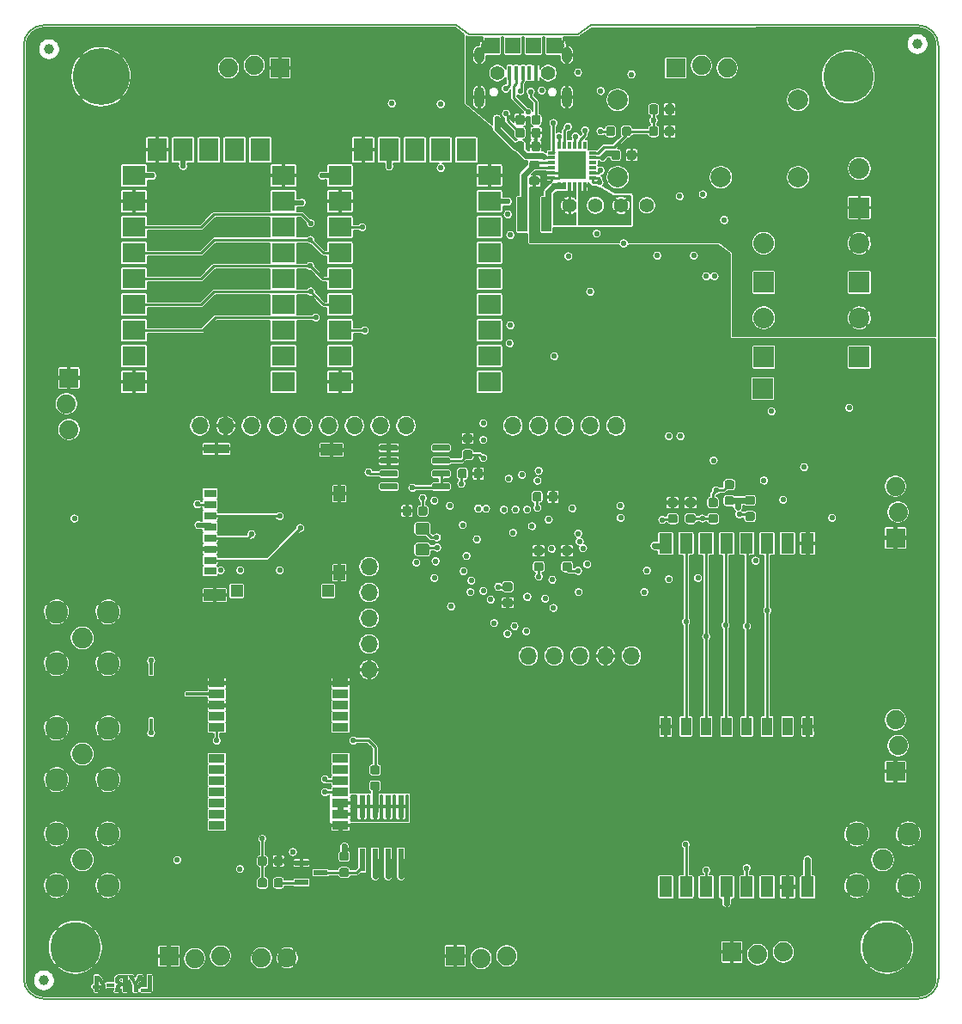
<source format=gbr>
%TF.GenerationSoftware,KiCad,Pcbnew,(5.1.5)-3*%
%TF.CreationDate,2020-03-14T11:42:48-07:00*%
%TF.ProjectId,mainboard,6d61696e-626f-4617-9264-2e6b69636164,rev?*%
%TF.SameCoordinates,PXb3c5ff4PY8d80254*%
%TF.FileFunction,Copper,L4,Bot*%
%TF.FilePolarity,Positive*%
%FSLAX46Y46*%
G04 Gerber Fmt 4.6, Leading zero omitted, Abs format (unit mm)*
G04 Created by KiCad (PCBNEW (5.1.5)-3) date 2020-03-14 11:42:48*
%MOMM*%
%LPD*%
G04 APERTURE LIST*
%ADD10C,0.150000*%
%ADD11C,0.010000*%
%ADD12O,1.700000X1.700000*%
%ADD13C,0.100000*%
%ADD14C,1.400000*%
%ADD15R,2.800000X2.800000*%
%ADD16R,0.800000X0.300000*%
%ADD17R,0.300000X0.800000*%
%ADD18C,2.032000*%
%ADD19R,2.032000X2.032000*%
%ADD20O,1.000000X2.100000*%
%ADD21O,1.000000X1.600000*%
%ADD22R,1.000000X1.800000*%
%ADD23R,1.500000X1.550000*%
%ADD24C,1.270000*%
%ADD25C,1.408000*%
%ADD26R,0.450000X1.350000*%
%ADD27R,0.980000X3.400000*%
%ADD28C,2.250000*%
%ADD29C,2.050000*%
%ADD30C,1.000000*%
%ADD31R,1.300000X2.000000*%
%ADD32C,5.600000*%
%ADD33R,1.981200X2.286000*%
%ADD34R,2.286000X1.981200*%
%ADD35C,1.879600*%
%ADD36C,5.000000*%
%ADD37R,1.879600X1.879600*%
%ADD38R,0.609600X2.209800*%
%ADD39R,1.625600X0.812800*%
%ADD40R,0.762000X0.304800*%
%ADD41R,0.304800X0.762000*%
%ADD42R,2.794000X2.794000*%
%ADD43R,1.240000X0.800000*%
%ADD44R,2.500000X0.950000*%
%ADD45R,2.200000X1.150000*%
%ADD46R,1.250000X1.160000*%
%ADD47R,1.200000X1.160000*%
%ADD48R,1.150000X1.500000*%
%ADD49R,1.320800X0.558800*%
%ADD50C,2.006600*%
%ADD51C,0.584200*%
%ADD52C,0.600000*%
%ADD53C,0.279400*%
%ADD54C,0.406400*%
%ADD55C,0.271781*%
%ADD56C,0.271780*%
%ADD57C,0.609600*%
%ADD58C,0.508000*%
%ADD59C,0.304800*%
%ADD60C,0.228600*%
%ADD61C,0.250000*%
%ADD62C,0.088900*%
%ADD63C,0.152400*%
%ADD64C,0.127000*%
G04 APERTURE END LIST*
D10*
X-90170000Y93885000D02*
X-90170000Y2000000D01*
X-88170000Y0D02*
G75*
G02X-90170000Y2000000I0J2000000D01*
G01*
X-88170000Y0D02*
X-2000000Y0D01*
X0Y2000000D02*
G75*
G02X-2000000Y0I-2000000J0D01*
G01*
X0Y2000000D02*
X0Y93885000D01*
X-2000000Y95885000D02*
G75*
G02X0Y93885000I0J-2000000D01*
G01*
X-2000000Y95885000D02*
X-34230000Y95875004D01*
X-34230000Y95875004D02*
X-35500000Y94986004D01*
X-35500000Y94986004D02*
X-46295000Y94986004D01*
X-46295000Y94986004D02*
X-47574997Y95885000D01*
X-47574997Y95885000D02*
X-88170000Y95885000D01*
X-90170000Y93885000D02*
G75*
G02X-88170000Y95885000I2000000J0D01*
G01*
D11*
G36*
X-81368900Y1231900D02*
G01*
X-82003900Y1231900D01*
X-82003900Y1536700D01*
X-81368900Y1536700D01*
X-81368900Y1231900D01*
G37*
X-81368900Y1231900D02*
X-82003900Y1231900D01*
X-82003900Y1536700D01*
X-81368900Y1536700D01*
X-81368900Y1231900D01*
G36*
X-77584300Y723900D02*
G01*
X-78600300Y723900D01*
X-78600300Y1028700D01*
X-77952600Y1028700D01*
X-77952600Y2349500D01*
X-77584300Y2349500D01*
X-77584300Y723900D01*
G37*
X-77584300Y723900D02*
X-78600300Y723900D01*
X-78600300Y1028700D01*
X-77952600Y1028700D01*
X-77952600Y2349500D01*
X-77584300Y2349500D01*
X-77584300Y723900D01*
G36*
X-79665481Y2346643D02*
G01*
X-79459429Y2343150D01*
X-79403325Y2209800D01*
X-79378920Y2151331D01*
X-79348114Y2076840D01*
X-79314009Y1993860D01*
X-79279705Y1909927D01*
X-79260657Y1863084D01*
X-79232845Y1795950D01*
X-79208007Y1738668D01*
X-79187743Y1694712D01*
X-79173651Y1667557D01*
X-79167404Y1660539D01*
X-79159414Y1677533D01*
X-79145702Y1710228D01*
X-79133574Y1740555D01*
X-79120647Y1772548D01*
X-79099627Y1823442D01*
X-79072378Y1888773D01*
X-79040766Y1964075D01*
X-79006656Y2044883D01*
X-78991934Y2079625D01*
X-78877436Y2349500D01*
X-78675368Y2349500D01*
X-78590374Y2348685D01*
X-78527740Y2346280D01*
X-78488436Y2342349D01*
X-78473428Y2336954D01*
X-78473300Y2336335D01*
X-78479116Y2322642D01*
X-78495723Y2289006D01*
X-78521864Y2237842D01*
X-78556280Y2171568D01*
X-78597714Y2092599D01*
X-78644907Y2003353D01*
X-78696601Y1906245D01*
X-78720950Y1860712D01*
X-78968600Y1398253D01*
X-78968600Y723900D01*
X-79336900Y723900D01*
X-79336900Y1398806D01*
X-79589005Y1845578D01*
X-79644476Y1943929D01*
X-79696473Y2036210D01*
X-79743572Y2119888D01*
X-79784349Y2192428D01*
X-79817379Y2251296D01*
X-79841239Y2293958D01*
X-79854505Y2317880D01*
X-79856322Y2321243D01*
X-79871534Y2350136D01*
X-79665481Y2346643D01*
G37*
X-79665481Y2346643D02*
X-79459429Y2343150D01*
X-79403325Y2209800D01*
X-79378920Y2151331D01*
X-79348114Y2076840D01*
X-79314009Y1993860D01*
X-79279705Y1909927D01*
X-79260657Y1863084D01*
X-79232845Y1795950D01*
X-79208007Y1738668D01*
X-79187743Y1694712D01*
X-79173651Y1667557D01*
X-79167404Y1660539D01*
X-79159414Y1677533D01*
X-79145702Y1710228D01*
X-79133574Y1740555D01*
X-79120647Y1772548D01*
X-79099627Y1823442D01*
X-79072378Y1888773D01*
X-79040766Y1964075D01*
X-79006656Y2044883D01*
X-78991934Y2079625D01*
X-78877436Y2349500D01*
X-78675368Y2349500D01*
X-78590374Y2348685D01*
X-78527740Y2346280D01*
X-78488436Y2342349D01*
X-78473428Y2336954D01*
X-78473300Y2336335D01*
X-78479116Y2322642D01*
X-78495723Y2289006D01*
X-78521864Y2237842D01*
X-78556280Y2171568D01*
X-78597714Y2092599D01*
X-78644907Y2003353D01*
X-78696601Y1906245D01*
X-78720950Y1860712D01*
X-78968600Y1398253D01*
X-78968600Y723900D01*
X-79336900Y723900D01*
X-79336900Y1398806D01*
X-79589005Y1845578D01*
X-79644476Y1943929D01*
X-79696473Y2036210D01*
X-79743572Y2119888D01*
X-79784349Y2192428D01*
X-79817379Y2251296D01*
X-79841239Y2293958D01*
X-79854505Y2317880D01*
X-79856322Y2321243D01*
X-79871534Y2350136D01*
X-79665481Y2346643D01*
G36*
X-80416928Y2352173D02*
G01*
X-80327276Y2349898D01*
X-80239594Y2346207D01*
X-80159998Y2341297D01*
X-80094602Y2335366D01*
X-80055474Y2329805D01*
X-80010000Y2321274D01*
X-80010000Y723900D01*
X-80365600Y723900D01*
X-80365600Y1358900D01*
X-80462106Y1358900D01*
X-80532463Y1355456D01*
X-80588471Y1343219D01*
X-80632973Y1319339D01*
X-80668810Y1280962D01*
X-80698825Y1225237D01*
X-80725860Y1149311D01*
X-80747031Y1072973D01*
X-80765869Y1001993D01*
X-80786357Y928556D01*
X-80805721Y862429D01*
X-80818220Y822325D01*
X-80850286Y723900D01*
X-81228572Y723900D01*
X-81215198Y758825D01*
X-81207599Y782012D01*
X-81194662Y825082D01*
X-81177730Y883413D01*
X-81158145Y952383D01*
X-81138862Y1021536D01*
X-81117271Y1097932D01*
X-81096166Y1169524D01*
X-81077113Y1231220D01*
X-81061681Y1277927D01*
X-81052381Y1302491D01*
X-81028556Y1345358D01*
X-80996071Y1389975D01*
X-80960608Y1429738D01*
X-80927846Y1458044D01*
X-80910713Y1467164D01*
X-80891069Y1476488D01*
X-80890627Y1487972D01*
X-80910935Y1504240D01*
X-80943469Y1522622D01*
X-81007261Y1566962D01*
X-81067651Y1627556D01*
X-81116531Y1695699D01*
X-81131907Y1724969D01*
X-81150823Y1786722D01*
X-81159651Y1860578D01*
X-80797400Y1860578D01*
X-80795373Y1811487D01*
X-80787132Y1776293D01*
X-80769442Y1743669D01*
X-80760242Y1730516D01*
X-80736979Y1702541D01*
X-80709921Y1680899D01*
X-80672870Y1661982D01*
X-80619628Y1642176D01*
X-80594200Y1633775D01*
X-80573126Y1630780D01*
X-80534094Y1628308D01*
X-80484547Y1626792D01*
X-80470375Y1626603D01*
X-80365600Y1625600D01*
X-80365600Y2069617D01*
X-80397942Y2077734D01*
X-80441483Y2083338D01*
X-80498713Y2083606D01*
X-80561465Y2079304D01*
X-80621573Y2071197D01*
X-80670871Y2060051D01*
X-80696565Y2049741D01*
X-80749916Y2007587D01*
X-80782658Y1953914D01*
X-80796608Y1885317D01*
X-80797400Y1860578D01*
X-81159651Y1860578D01*
X-81159875Y1862452D01*
X-81159092Y1942744D01*
X-81148508Y2018183D01*
X-81130749Y2073879D01*
X-81084208Y2154722D01*
X-81023938Y2220211D01*
X-80947929Y2271462D01*
X-80854172Y2309593D01*
X-80740656Y2335720D01*
X-80636566Y2348531D01*
X-80577687Y2351687D01*
X-80502437Y2352835D01*
X-80416928Y2352173D01*
G37*
X-80416928Y2352173D02*
X-80327276Y2349898D01*
X-80239594Y2346207D01*
X-80159998Y2341297D01*
X-80094602Y2335366D01*
X-80055474Y2329805D01*
X-80010000Y2321274D01*
X-80010000Y723900D01*
X-80365600Y723900D01*
X-80365600Y1358900D01*
X-80462106Y1358900D01*
X-80532463Y1355456D01*
X-80588471Y1343219D01*
X-80632973Y1319339D01*
X-80668810Y1280962D01*
X-80698825Y1225237D01*
X-80725860Y1149311D01*
X-80747031Y1072973D01*
X-80765869Y1001993D01*
X-80786357Y928556D01*
X-80805721Y862429D01*
X-80818220Y822325D01*
X-80850286Y723900D01*
X-81228572Y723900D01*
X-81215198Y758825D01*
X-81207599Y782012D01*
X-81194662Y825082D01*
X-81177730Y883413D01*
X-81158145Y952383D01*
X-81138862Y1021536D01*
X-81117271Y1097932D01*
X-81096166Y1169524D01*
X-81077113Y1231220D01*
X-81061681Y1277927D01*
X-81052381Y1302491D01*
X-81028556Y1345358D01*
X-80996071Y1389975D01*
X-80960608Y1429738D01*
X-80927846Y1458044D01*
X-80910713Y1467164D01*
X-80891069Y1476488D01*
X-80890627Y1487972D01*
X-80910935Y1504240D01*
X-80943469Y1522622D01*
X-81007261Y1566962D01*
X-81067651Y1627556D01*
X-81116531Y1695699D01*
X-81131907Y1724969D01*
X-81150823Y1786722D01*
X-81159651Y1860578D01*
X-80797400Y1860578D01*
X-80795373Y1811487D01*
X-80787132Y1776293D01*
X-80769442Y1743669D01*
X-80760242Y1730516D01*
X-80736979Y1702541D01*
X-80709921Y1680899D01*
X-80672870Y1661982D01*
X-80619628Y1642176D01*
X-80594200Y1633775D01*
X-80573126Y1630780D01*
X-80534094Y1628308D01*
X-80484547Y1626792D01*
X-80470375Y1626603D01*
X-80365600Y1625600D01*
X-80365600Y2069617D01*
X-80397942Y2077734D01*
X-80441483Y2083338D01*
X-80498713Y2083606D01*
X-80561465Y2079304D01*
X-80621573Y2071197D01*
X-80670871Y2060051D01*
X-80696565Y2049741D01*
X-80749916Y2007587D01*
X-80782658Y1953914D01*
X-80796608Y1885317D01*
X-80797400Y1860578D01*
X-81159651Y1860578D01*
X-81159875Y1862452D01*
X-81159092Y1942744D01*
X-81148508Y2018183D01*
X-81130749Y2073879D01*
X-81084208Y2154722D01*
X-81023938Y2220211D01*
X-80947929Y2271462D01*
X-80854172Y2309593D01*
X-80740656Y2335720D01*
X-80636566Y2348531D01*
X-80577687Y2351687D01*
X-80502437Y2352835D01*
X-80416928Y2352173D01*
G36*
X-82746850Y2285684D02*
G01*
X-82451575Y1809184D01*
X-82156300Y1332685D01*
X-82156300Y1105309D01*
X-82502375Y1101930D01*
X-82848450Y1098550D01*
X-82855480Y723900D01*
X-83197700Y723900D01*
X-83197700Y1104900D01*
X-83388200Y1104900D01*
X-83388200Y1371600D01*
X-83197700Y1371600D01*
X-83197700Y1839708D01*
X-82858493Y1839708D01*
X-82858194Y1760005D01*
X-82857550Y1689110D01*
X-82853950Y1371600D01*
X-82496692Y1371600D01*
X-82521472Y1412875D01*
X-82536846Y1438338D01*
X-82562353Y1480425D01*
X-82594918Y1534068D01*
X-82631464Y1594196D01*
X-82646704Y1619250D01*
X-82687568Y1688404D01*
X-82728491Y1761107D01*
X-82765205Y1829564D01*
X-82793443Y1885977D01*
X-82797803Y1895359D01*
X-82820122Y1942938D01*
X-82838832Y1980349D01*
X-82851354Y2002558D01*
X-82854800Y2006493D01*
X-82856398Y1994397D01*
X-82857566Y1960302D01*
X-82858274Y1907606D01*
X-82858493Y1839708D01*
X-83197700Y1839708D01*
X-83197700Y2286000D01*
X-82746850Y2285684D01*
G37*
X-82746850Y2285684D02*
X-82451575Y1809184D01*
X-82156300Y1332685D01*
X-82156300Y1105309D01*
X-82502375Y1101930D01*
X-82848450Y1098550D01*
X-82855480Y723900D01*
X-83197700Y723900D01*
X-83197700Y1104900D01*
X-83388200Y1104900D01*
X-83388200Y1371600D01*
X-83197700Y1371600D01*
X-83197700Y1839708D01*
X-82858493Y1839708D01*
X-82858194Y1760005D01*
X-82857550Y1689110D01*
X-82853950Y1371600D01*
X-82496692Y1371600D01*
X-82521472Y1412875D01*
X-82536846Y1438338D01*
X-82562353Y1480425D01*
X-82594918Y1534068D01*
X-82631464Y1594196D01*
X-82646704Y1619250D01*
X-82687568Y1688404D01*
X-82728491Y1761107D01*
X-82765205Y1829564D01*
X-82793443Y1885977D01*
X-82797803Y1895359D01*
X-82820122Y1942938D01*
X-82838832Y1980349D01*
X-82851354Y2002558D01*
X-82854800Y2006493D01*
X-82856398Y1994397D01*
X-82857566Y1960302D01*
X-82858274Y1907606D01*
X-82858493Y1839708D01*
X-83197700Y1839708D01*
X-83197700Y2286000D01*
X-82746850Y2285684D01*
D12*
X-30264100Y33769300D03*
X-32804100Y33769300D03*
X-35344100Y33769300D03*
X-37884100Y33769300D03*
X-40424100Y33769300D03*
%TA.AperFunction,SMDPad,CuDef*%
D13*
G36*
X-27826909Y88078547D02*
G01*
X-27805674Y88075397D01*
X-27784850Y88070181D01*
X-27764638Y88062949D01*
X-27745232Y88053770D01*
X-27726819Y88042734D01*
X-27709576Y88029946D01*
X-27693670Y88015530D01*
X-27679254Y87999624D01*
X-27666466Y87982381D01*
X-27655430Y87963968D01*
X-27646251Y87944562D01*
X-27639019Y87924350D01*
X-27633803Y87903526D01*
X-27630653Y87882291D01*
X-27629600Y87860850D01*
X-27629600Y87348350D01*
X-27630653Y87326909D01*
X-27633803Y87305674D01*
X-27639019Y87284850D01*
X-27646251Y87264638D01*
X-27655430Y87245232D01*
X-27666466Y87226819D01*
X-27679254Y87209576D01*
X-27693670Y87193670D01*
X-27709576Y87179254D01*
X-27726819Y87166466D01*
X-27745232Y87155430D01*
X-27764638Y87146251D01*
X-27784850Y87139019D01*
X-27805674Y87133803D01*
X-27826909Y87130653D01*
X-27848350Y87129600D01*
X-28285850Y87129600D01*
X-28307291Y87130653D01*
X-28328526Y87133803D01*
X-28349350Y87139019D01*
X-28369562Y87146251D01*
X-28388968Y87155430D01*
X-28407381Y87166466D01*
X-28424624Y87179254D01*
X-28440530Y87193670D01*
X-28454946Y87209576D01*
X-28467734Y87226819D01*
X-28478770Y87245232D01*
X-28487949Y87264638D01*
X-28495181Y87284850D01*
X-28500397Y87305674D01*
X-28503547Y87326909D01*
X-28504600Y87348350D01*
X-28504600Y87860850D01*
X-28503547Y87882291D01*
X-28500397Y87903526D01*
X-28495181Y87924350D01*
X-28487949Y87944562D01*
X-28478770Y87963968D01*
X-28467734Y87982381D01*
X-28454946Y87999624D01*
X-28440530Y88015530D01*
X-28424624Y88029946D01*
X-28407381Y88042734D01*
X-28388968Y88053770D01*
X-28369562Y88062949D01*
X-28349350Y88070181D01*
X-28328526Y88075397D01*
X-28307291Y88078547D01*
X-28285850Y88079600D01*
X-27848350Y88079600D01*
X-27826909Y88078547D01*
G37*
%TD.AperFunction*%
%TA.AperFunction,SMDPad,CuDef*%
G36*
X-26251909Y88078547D02*
G01*
X-26230674Y88075397D01*
X-26209850Y88070181D01*
X-26189638Y88062949D01*
X-26170232Y88053770D01*
X-26151819Y88042734D01*
X-26134576Y88029946D01*
X-26118670Y88015530D01*
X-26104254Y87999624D01*
X-26091466Y87982381D01*
X-26080430Y87963968D01*
X-26071251Y87944562D01*
X-26064019Y87924350D01*
X-26058803Y87903526D01*
X-26055653Y87882291D01*
X-26054600Y87860850D01*
X-26054600Y87348350D01*
X-26055653Y87326909D01*
X-26058803Y87305674D01*
X-26064019Y87284850D01*
X-26071251Y87264638D01*
X-26080430Y87245232D01*
X-26091466Y87226819D01*
X-26104254Y87209576D01*
X-26118670Y87193670D01*
X-26134576Y87179254D01*
X-26151819Y87166466D01*
X-26170232Y87155430D01*
X-26189638Y87146251D01*
X-26209850Y87139019D01*
X-26230674Y87133803D01*
X-26251909Y87130653D01*
X-26273350Y87129600D01*
X-26710850Y87129600D01*
X-26732291Y87130653D01*
X-26753526Y87133803D01*
X-26774350Y87139019D01*
X-26794562Y87146251D01*
X-26813968Y87155430D01*
X-26832381Y87166466D01*
X-26849624Y87179254D01*
X-26865530Y87193670D01*
X-26879946Y87209576D01*
X-26892734Y87226819D01*
X-26903770Y87245232D01*
X-26912949Y87264638D01*
X-26920181Y87284850D01*
X-26925397Y87305674D01*
X-26928547Y87326909D01*
X-26929600Y87348350D01*
X-26929600Y87860850D01*
X-26928547Y87882291D01*
X-26925397Y87903526D01*
X-26920181Y87924350D01*
X-26912949Y87944562D01*
X-26903770Y87963968D01*
X-26892734Y87982381D01*
X-26879946Y87999624D01*
X-26865530Y88015530D01*
X-26849624Y88029946D01*
X-26832381Y88042734D01*
X-26813968Y88053770D01*
X-26794562Y88062949D01*
X-26774350Y88070181D01*
X-26753526Y88075397D01*
X-26732291Y88078547D01*
X-26710850Y88079600D01*
X-26273350Y88079600D01*
X-26251909Y88078547D01*
G37*
%TD.AperFunction*%
D14*
X-28740100Y78143100D03*
X-31280100Y78143100D03*
X-33820100Y78143100D03*
X-36360100Y78143100D03*
D15*
X-36106100Y82080100D03*
D16*
X-38106100Y83330100D03*
X-38106100Y82830100D03*
X-38106100Y82330100D03*
X-38106100Y81830100D03*
X-38106100Y81330100D03*
X-38106100Y80830100D03*
D17*
X-37356100Y80080100D03*
X-36856100Y80080100D03*
X-36356100Y80080100D03*
X-35856100Y80080100D03*
X-35356100Y80080100D03*
X-34856100Y80080100D03*
D16*
X-34106100Y80830100D03*
X-34106100Y81330100D03*
X-34106100Y81830100D03*
X-34106100Y82330100D03*
X-34106100Y82830100D03*
X-34106100Y83330100D03*
D17*
X-34856100Y84080100D03*
X-35356100Y84080100D03*
X-35856100Y84080100D03*
X-36356100Y84080100D03*
X-36856100Y84080100D03*
X-37356100Y84080100D03*
D18*
X-17224000Y67057804D03*
D19*
X-17224000Y63202204D03*
%TA.AperFunction,SMDPad,CuDef*%
D13*
G36*
X-50388995Y44824296D02*
G01*
X-50364727Y44820696D01*
X-50340928Y44814735D01*
X-50317829Y44806470D01*
X-50295650Y44795980D01*
X-50274607Y44783368D01*
X-50254901Y44768753D01*
X-50236723Y44752277D01*
X-50220247Y44734099D01*
X-50205632Y44714393D01*
X-50193020Y44693350D01*
X-50182530Y44671171D01*
X-50174265Y44648072D01*
X-50168304Y44624273D01*
X-50164704Y44600005D01*
X-50163500Y44575501D01*
X-50163500Y43925499D01*
X-50164704Y43900995D01*
X-50168304Y43876727D01*
X-50174265Y43852928D01*
X-50182530Y43829829D01*
X-50193020Y43807650D01*
X-50205632Y43786607D01*
X-50220247Y43766901D01*
X-50236723Y43748723D01*
X-50254901Y43732247D01*
X-50274607Y43717632D01*
X-50295650Y43705020D01*
X-50317829Y43694530D01*
X-50340928Y43686265D01*
X-50364727Y43680304D01*
X-50388995Y43676704D01*
X-50413499Y43675500D01*
X-51313501Y43675500D01*
X-51338005Y43676704D01*
X-51362273Y43680304D01*
X-51386072Y43686265D01*
X-51409171Y43694530D01*
X-51431350Y43705020D01*
X-51452393Y43717632D01*
X-51472099Y43732247D01*
X-51490277Y43748723D01*
X-51506753Y43766901D01*
X-51521368Y43786607D01*
X-51533980Y43807650D01*
X-51544470Y43829829D01*
X-51552735Y43852928D01*
X-51558696Y43876727D01*
X-51562296Y43900995D01*
X-51563500Y43925499D01*
X-51563500Y44575501D01*
X-51562296Y44600005D01*
X-51558696Y44624273D01*
X-51552735Y44648072D01*
X-51544470Y44671171D01*
X-51533980Y44693350D01*
X-51521368Y44714393D01*
X-51506753Y44734099D01*
X-51490277Y44752277D01*
X-51472099Y44768753D01*
X-51452393Y44783368D01*
X-51431350Y44795980D01*
X-51409171Y44806470D01*
X-51386072Y44814735D01*
X-51362273Y44820696D01*
X-51338005Y44824296D01*
X-51313501Y44825500D01*
X-50413499Y44825500D01*
X-50388995Y44824296D01*
G37*
%TD.AperFunction*%
%TA.AperFunction,SMDPad,CuDef*%
G36*
X-50388995Y46874296D02*
G01*
X-50364727Y46870696D01*
X-50340928Y46864735D01*
X-50317829Y46856470D01*
X-50295650Y46845980D01*
X-50274607Y46833368D01*
X-50254901Y46818753D01*
X-50236723Y46802277D01*
X-50220247Y46784099D01*
X-50205632Y46764393D01*
X-50193020Y46743350D01*
X-50182530Y46721171D01*
X-50174265Y46698072D01*
X-50168304Y46674273D01*
X-50164704Y46650005D01*
X-50163500Y46625501D01*
X-50163500Y45975499D01*
X-50164704Y45950995D01*
X-50168304Y45926727D01*
X-50174265Y45902928D01*
X-50182530Y45879829D01*
X-50193020Y45857650D01*
X-50205632Y45836607D01*
X-50220247Y45816901D01*
X-50236723Y45798723D01*
X-50254901Y45782247D01*
X-50274607Y45767632D01*
X-50295650Y45755020D01*
X-50317829Y45744530D01*
X-50340928Y45736265D01*
X-50364727Y45730304D01*
X-50388995Y45726704D01*
X-50413499Y45725500D01*
X-51313501Y45725500D01*
X-51338005Y45726704D01*
X-51362273Y45730304D01*
X-51386072Y45736265D01*
X-51409171Y45744530D01*
X-51431350Y45755020D01*
X-51452393Y45767632D01*
X-51472099Y45782247D01*
X-51490277Y45798723D01*
X-51506753Y45816901D01*
X-51521368Y45836607D01*
X-51533980Y45857650D01*
X-51544470Y45879829D01*
X-51552735Y45902928D01*
X-51558696Y45926727D01*
X-51562296Y45950995D01*
X-51563500Y45975499D01*
X-51563500Y46625501D01*
X-51562296Y46650005D01*
X-51558696Y46674273D01*
X-51552735Y46698072D01*
X-51544470Y46721171D01*
X-51533980Y46743350D01*
X-51521368Y46764393D01*
X-51506753Y46784099D01*
X-51490277Y46802277D01*
X-51472099Y46818753D01*
X-51452393Y46833368D01*
X-51431350Y46845980D01*
X-51409171Y46856470D01*
X-51386072Y46864735D01*
X-51362273Y46870696D01*
X-51338005Y46874296D01*
X-51313501Y46875500D01*
X-50413499Y46875500D01*
X-50388995Y46874296D01*
G37*
%TD.AperFunction*%
%TA.AperFunction,SMDPad,CuDef*%
G36*
X-24157109Y49308851D02*
G01*
X-24135874Y49305701D01*
X-24115050Y49300485D01*
X-24094838Y49293253D01*
X-24075432Y49284074D01*
X-24057019Y49273038D01*
X-24039776Y49260250D01*
X-24023870Y49245834D01*
X-24009454Y49229928D01*
X-23996666Y49212685D01*
X-23985630Y49194272D01*
X-23976451Y49174866D01*
X-23969219Y49154654D01*
X-23964003Y49133830D01*
X-23960853Y49112595D01*
X-23959800Y49091154D01*
X-23959800Y48653654D01*
X-23960853Y48632213D01*
X-23964003Y48610978D01*
X-23969219Y48590154D01*
X-23976451Y48569942D01*
X-23985630Y48550536D01*
X-23996666Y48532123D01*
X-24009454Y48514880D01*
X-24023870Y48498974D01*
X-24039776Y48484558D01*
X-24057019Y48471770D01*
X-24075432Y48460734D01*
X-24094838Y48451555D01*
X-24115050Y48444323D01*
X-24135874Y48439107D01*
X-24157109Y48435957D01*
X-24178550Y48434904D01*
X-24691050Y48434904D01*
X-24712491Y48435957D01*
X-24733726Y48439107D01*
X-24754550Y48444323D01*
X-24774762Y48451555D01*
X-24794168Y48460734D01*
X-24812581Y48471770D01*
X-24829824Y48484558D01*
X-24845730Y48498974D01*
X-24860146Y48514880D01*
X-24872934Y48532123D01*
X-24883970Y48550536D01*
X-24893149Y48569942D01*
X-24900381Y48590154D01*
X-24905597Y48610978D01*
X-24908747Y48632213D01*
X-24909800Y48653654D01*
X-24909800Y49091154D01*
X-24908747Y49112595D01*
X-24905597Y49133830D01*
X-24900381Y49154654D01*
X-24893149Y49174866D01*
X-24883970Y49194272D01*
X-24872934Y49212685D01*
X-24860146Y49229928D01*
X-24845730Y49245834D01*
X-24829824Y49260250D01*
X-24812581Y49273038D01*
X-24794168Y49284074D01*
X-24774762Y49293253D01*
X-24754550Y49300485D01*
X-24733726Y49305701D01*
X-24712491Y49308851D01*
X-24691050Y49309904D01*
X-24178550Y49309904D01*
X-24157109Y49308851D01*
G37*
%TD.AperFunction*%
%TA.AperFunction,SMDPad,CuDef*%
G36*
X-24157109Y47733851D02*
G01*
X-24135874Y47730701D01*
X-24115050Y47725485D01*
X-24094838Y47718253D01*
X-24075432Y47709074D01*
X-24057019Y47698038D01*
X-24039776Y47685250D01*
X-24023870Y47670834D01*
X-24009454Y47654928D01*
X-23996666Y47637685D01*
X-23985630Y47619272D01*
X-23976451Y47599866D01*
X-23969219Y47579654D01*
X-23964003Y47558830D01*
X-23960853Y47537595D01*
X-23959800Y47516154D01*
X-23959800Y47078654D01*
X-23960853Y47057213D01*
X-23964003Y47035978D01*
X-23969219Y47015154D01*
X-23976451Y46994942D01*
X-23985630Y46975536D01*
X-23996666Y46957123D01*
X-24009454Y46939880D01*
X-24023870Y46923974D01*
X-24039776Y46909558D01*
X-24057019Y46896770D01*
X-24075432Y46885734D01*
X-24094838Y46876555D01*
X-24115050Y46869323D01*
X-24135874Y46864107D01*
X-24157109Y46860957D01*
X-24178550Y46859904D01*
X-24691050Y46859904D01*
X-24712491Y46860957D01*
X-24733726Y46864107D01*
X-24754550Y46869323D01*
X-24774762Y46876555D01*
X-24794168Y46885734D01*
X-24812581Y46896770D01*
X-24829824Y46909558D01*
X-24845730Y46923974D01*
X-24860146Y46939880D01*
X-24872934Y46957123D01*
X-24883970Y46975536D01*
X-24893149Y46994942D01*
X-24900381Y47015154D01*
X-24905597Y47035978D01*
X-24908747Y47057213D01*
X-24909800Y47078654D01*
X-24909800Y47516154D01*
X-24908747Y47537595D01*
X-24905597Y47558830D01*
X-24900381Y47579654D01*
X-24893149Y47599866D01*
X-24883970Y47619272D01*
X-24872934Y47637685D01*
X-24860146Y47654928D01*
X-24845730Y47670834D01*
X-24829824Y47685250D01*
X-24812581Y47698038D01*
X-24794168Y47709074D01*
X-24774762Y47718253D01*
X-24754550Y47725485D01*
X-24733726Y47730701D01*
X-24712491Y47733851D01*
X-24691050Y47734904D01*
X-24178550Y47734904D01*
X-24157109Y47733851D01*
G37*
%TD.AperFunction*%
%TA.AperFunction,SMDPad,CuDef*%
G36*
X-21934609Y49306147D02*
G01*
X-21913374Y49302997D01*
X-21892550Y49297781D01*
X-21872338Y49290549D01*
X-21852932Y49281370D01*
X-21834519Y49270334D01*
X-21817276Y49257546D01*
X-21801370Y49243130D01*
X-21786954Y49227224D01*
X-21774166Y49209981D01*
X-21763130Y49191568D01*
X-21753951Y49172162D01*
X-21746719Y49151950D01*
X-21741503Y49131126D01*
X-21738353Y49109891D01*
X-21737300Y49088450D01*
X-21737300Y48650950D01*
X-21738353Y48629509D01*
X-21741503Y48608274D01*
X-21746719Y48587450D01*
X-21753951Y48567238D01*
X-21763130Y48547832D01*
X-21774166Y48529419D01*
X-21786954Y48512176D01*
X-21801370Y48496270D01*
X-21817276Y48481854D01*
X-21834519Y48469066D01*
X-21852932Y48458030D01*
X-21872338Y48448851D01*
X-21892550Y48441619D01*
X-21913374Y48436403D01*
X-21934609Y48433253D01*
X-21956050Y48432200D01*
X-22468550Y48432200D01*
X-22489991Y48433253D01*
X-22511226Y48436403D01*
X-22532050Y48441619D01*
X-22552262Y48448851D01*
X-22571668Y48458030D01*
X-22590081Y48469066D01*
X-22607324Y48481854D01*
X-22623230Y48496270D01*
X-22637646Y48512176D01*
X-22650434Y48529419D01*
X-22661470Y48547832D01*
X-22670649Y48567238D01*
X-22677881Y48587450D01*
X-22683097Y48608274D01*
X-22686247Y48629509D01*
X-22687300Y48650950D01*
X-22687300Y49088450D01*
X-22686247Y49109891D01*
X-22683097Y49131126D01*
X-22677881Y49151950D01*
X-22670649Y49172162D01*
X-22661470Y49191568D01*
X-22650434Y49209981D01*
X-22637646Y49227224D01*
X-22623230Y49243130D01*
X-22607324Y49257546D01*
X-22590081Y49270334D01*
X-22571668Y49281370D01*
X-22552262Y49290549D01*
X-22532050Y49297781D01*
X-22511226Y49302997D01*
X-22489991Y49306147D01*
X-22468550Y49307200D01*
X-21956050Y49307200D01*
X-21934609Y49306147D01*
G37*
%TD.AperFunction*%
%TA.AperFunction,SMDPad,CuDef*%
G36*
X-21934609Y47731147D02*
G01*
X-21913374Y47727997D01*
X-21892550Y47722781D01*
X-21872338Y47715549D01*
X-21852932Y47706370D01*
X-21834519Y47695334D01*
X-21817276Y47682546D01*
X-21801370Y47668130D01*
X-21786954Y47652224D01*
X-21774166Y47634981D01*
X-21763130Y47616568D01*
X-21753951Y47597162D01*
X-21746719Y47576950D01*
X-21741503Y47556126D01*
X-21738353Y47534891D01*
X-21737300Y47513450D01*
X-21737300Y47075950D01*
X-21738353Y47054509D01*
X-21741503Y47033274D01*
X-21746719Y47012450D01*
X-21753951Y46992238D01*
X-21763130Y46972832D01*
X-21774166Y46954419D01*
X-21786954Y46937176D01*
X-21801370Y46921270D01*
X-21817276Y46906854D01*
X-21834519Y46894066D01*
X-21852932Y46883030D01*
X-21872338Y46873851D01*
X-21892550Y46866619D01*
X-21913374Y46861403D01*
X-21934609Y46858253D01*
X-21956050Y46857200D01*
X-22468550Y46857200D01*
X-22489991Y46858253D01*
X-22511226Y46861403D01*
X-22532050Y46866619D01*
X-22552262Y46873851D01*
X-22571668Y46883030D01*
X-22590081Y46894066D01*
X-22607324Y46906854D01*
X-22623230Y46921270D01*
X-22637646Y46937176D01*
X-22650434Y46954419D01*
X-22661470Y46972832D01*
X-22670649Y46992238D01*
X-22677881Y47012450D01*
X-22683097Y47033274D01*
X-22686247Y47054509D01*
X-22687300Y47075950D01*
X-22687300Y47513450D01*
X-22686247Y47534891D01*
X-22683097Y47556126D01*
X-22677881Y47576950D01*
X-22670649Y47597162D01*
X-22661470Y47616568D01*
X-22650434Y47634981D01*
X-22637646Y47652224D01*
X-22623230Y47668130D01*
X-22607324Y47682546D01*
X-22590081Y47695334D01*
X-22571668Y47706370D01*
X-22552262Y47715549D01*
X-22532050Y47722781D01*
X-22511226Y47727997D01*
X-22489991Y47731147D01*
X-22468550Y47732200D01*
X-21956050Y47732200D01*
X-21934609Y47731147D01*
G37*
%TD.AperFunction*%
D20*
X-36629500Y88787300D03*
X-45269500Y88787300D03*
D21*
X-45269500Y92937300D03*
X-36629500Y92937300D03*
D22*
X-26888580Y26835700D03*
X-24888580Y26835700D03*
X-22888580Y26835700D03*
X-20888580Y26835700D03*
X-18888580Y26835700D03*
X-16888580Y26835700D03*
X-14888580Y26835700D03*
X-12888580Y26835700D03*
X-12888580Y11035700D03*
X-14888580Y11035700D03*
X-16888580Y11035700D03*
X-18888580Y11035700D03*
X-20888580Y11035700D03*
X-22888580Y11035700D03*
X-24888580Y11035700D03*
X-26888580Y11035700D03*
D19*
X-17314000Y60110100D03*
D23*
X-37907500Y93865700D03*
X-44007500Y93865700D03*
X-39957500Y93865700D03*
X-41957500Y93865700D03*
D24*
X-37457500Y93865700D03*
X-44457500Y93865700D03*
D25*
X-38457500Y91165700D03*
X-43457500Y91165700D03*
D26*
X-39657500Y91190700D03*
X-40307500Y91190700D03*
X-40957500Y91190700D03*
X-41607500Y91190700D03*
X-42257500Y91190700D03*
%TA.AperFunction,SMDPad,CuDef*%
D13*
G36*
X-39421809Y87049847D02*
G01*
X-39400574Y87046697D01*
X-39379750Y87041481D01*
X-39359538Y87034249D01*
X-39340132Y87025070D01*
X-39321719Y87014034D01*
X-39304476Y87001246D01*
X-39288570Y86986830D01*
X-39274154Y86970924D01*
X-39261366Y86953681D01*
X-39250330Y86935268D01*
X-39241151Y86915862D01*
X-39233919Y86895650D01*
X-39228703Y86874826D01*
X-39225553Y86853591D01*
X-39224500Y86832150D01*
X-39224500Y86319650D01*
X-39225553Y86298209D01*
X-39228703Y86276974D01*
X-39233919Y86256150D01*
X-39241151Y86235938D01*
X-39250330Y86216532D01*
X-39261366Y86198119D01*
X-39274154Y86180876D01*
X-39288570Y86164970D01*
X-39304476Y86150554D01*
X-39321719Y86137766D01*
X-39340132Y86126730D01*
X-39359538Y86117551D01*
X-39379750Y86110319D01*
X-39400574Y86105103D01*
X-39421809Y86101953D01*
X-39443250Y86100900D01*
X-39880750Y86100900D01*
X-39902191Y86101953D01*
X-39923426Y86105103D01*
X-39944250Y86110319D01*
X-39964462Y86117551D01*
X-39983868Y86126730D01*
X-40002281Y86137766D01*
X-40019524Y86150554D01*
X-40035430Y86164970D01*
X-40049846Y86180876D01*
X-40062634Y86198119D01*
X-40073670Y86216532D01*
X-40082849Y86235938D01*
X-40090081Y86256150D01*
X-40095297Y86276974D01*
X-40098447Y86298209D01*
X-40099500Y86319650D01*
X-40099500Y86832150D01*
X-40098447Y86853591D01*
X-40095297Y86874826D01*
X-40090081Y86895650D01*
X-40082849Y86915862D01*
X-40073670Y86935268D01*
X-40062634Y86953681D01*
X-40049846Y86970924D01*
X-40035430Y86986830D01*
X-40019524Y87001246D01*
X-40002281Y87014034D01*
X-39983868Y87025070D01*
X-39964462Y87034249D01*
X-39944250Y87041481D01*
X-39923426Y87046697D01*
X-39902191Y87049847D01*
X-39880750Y87050900D01*
X-39443250Y87050900D01*
X-39421809Y87049847D01*
G37*
%TD.AperFunction*%
%TA.AperFunction,SMDPad,CuDef*%
G36*
X-40996809Y87049847D02*
G01*
X-40975574Y87046697D01*
X-40954750Y87041481D01*
X-40934538Y87034249D01*
X-40915132Y87025070D01*
X-40896719Y87014034D01*
X-40879476Y87001246D01*
X-40863570Y86986830D01*
X-40849154Y86970924D01*
X-40836366Y86953681D01*
X-40825330Y86935268D01*
X-40816151Y86915862D01*
X-40808919Y86895650D01*
X-40803703Y86874826D01*
X-40800553Y86853591D01*
X-40799500Y86832150D01*
X-40799500Y86319650D01*
X-40800553Y86298209D01*
X-40803703Y86276974D01*
X-40808919Y86256150D01*
X-40816151Y86235938D01*
X-40825330Y86216532D01*
X-40836366Y86198119D01*
X-40849154Y86180876D01*
X-40863570Y86164970D01*
X-40879476Y86150554D01*
X-40896719Y86137766D01*
X-40915132Y86126730D01*
X-40934538Y86117551D01*
X-40954750Y86110319D01*
X-40975574Y86105103D01*
X-40996809Y86101953D01*
X-41018250Y86100900D01*
X-41455750Y86100900D01*
X-41477191Y86101953D01*
X-41498426Y86105103D01*
X-41519250Y86110319D01*
X-41539462Y86117551D01*
X-41558868Y86126730D01*
X-41577281Y86137766D01*
X-41594524Y86150554D01*
X-41610430Y86164970D01*
X-41624846Y86180876D01*
X-41637634Y86198119D01*
X-41648670Y86216532D01*
X-41657849Y86235938D01*
X-41665081Y86256150D01*
X-41670297Y86276974D01*
X-41673447Y86298209D01*
X-41674500Y86319650D01*
X-41674500Y86832150D01*
X-41673447Y86853591D01*
X-41670297Y86874826D01*
X-41665081Y86895650D01*
X-41657849Y86915862D01*
X-41648670Y86935268D01*
X-41637634Y86953681D01*
X-41624846Y86970924D01*
X-41610430Y86986830D01*
X-41594524Y87001246D01*
X-41577281Y87014034D01*
X-41558868Y87025070D01*
X-41539462Y87034249D01*
X-41519250Y87041481D01*
X-41498426Y87046697D01*
X-41477191Y87049847D01*
X-41455750Y87050900D01*
X-41018250Y87050900D01*
X-40996809Y87049847D01*
G37*
%TD.AperFunction*%
%TA.AperFunction,SMDPad,CuDef*%
G36*
X-40996809Y85754447D02*
G01*
X-40975574Y85751297D01*
X-40954750Y85746081D01*
X-40934538Y85738849D01*
X-40915132Y85729670D01*
X-40896719Y85718634D01*
X-40879476Y85705846D01*
X-40863570Y85691430D01*
X-40849154Y85675524D01*
X-40836366Y85658281D01*
X-40825330Y85639868D01*
X-40816151Y85620462D01*
X-40808919Y85600250D01*
X-40803703Y85579426D01*
X-40800553Y85558191D01*
X-40799500Y85536750D01*
X-40799500Y85024250D01*
X-40800553Y85002809D01*
X-40803703Y84981574D01*
X-40808919Y84960750D01*
X-40816151Y84940538D01*
X-40825330Y84921132D01*
X-40836366Y84902719D01*
X-40849154Y84885476D01*
X-40863570Y84869570D01*
X-40879476Y84855154D01*
X-40896719Y84842366D01*
X-40915132Y84831330D01*
X-40934538Y84822151D01*
X-40954750Y84814919D01*
X-40975574Y84809703D01*
X-40996809Y84806553D01*
X-41018250Y84805500D01*
X-41455750Y84805500D01*
X-41477191Y84806553D01*
X-41498426Y84809703D01*
X-41519250Y84814919D01*
X-41539462Y84822151D01*
X-41558868Y84831330D01*
X-41577281Y84842366D01*
X-41594524Y84855154D01*
X-41610430Y84869570D01*
X-41624846Y84885476D01*
X-41637634Y84902719D01*
X-41648670Y84921132D01*
X-41657849Y84940538D01*
X-41665081Y84960750D01*
X-41670297Y84981574D01*
X-41673447Y85002809D01*
X-41674500Y85024250D01*
X-41674500Y85536750D01*
X-41673447Y85558191D01*
X-41670297Y85579426D01*
X-41665081Y85600250D01*
X-41657849Y85620462D01*
X-41648670Y85639868D01*
X-41637634Y85658281D01*
X-41624846Y85675524D01*
X-41610430Y85691430D01*
X-41594524Y85705846D01*
X-41577281Y85718634D01*
X-41558868Y85729670D01*
X-41539462Y85738849D01*
X-41519250Y85746081D01*
X-41498426Y85751297D01*
X-41477191Y85754447D01*
X-41455750Y85755500D01*
X-41018250Y85755500D01*
X-40996809Y85754447D01*
G37*
%TD.AperFunction*%
%TA.AperFunction,SMDPad,CuDef*%
G36*
X-39421809Y85754447D02*
G01*
X-39400574Y85751297D01*
X-39379750Y85746081D01*
X-39359538Y85738849D01*
X-39340132Y85729670D01*
X-39321719Y85718634D01*
X-39304476Y85705846D01*
X-39288570Y85691430D01*
X-39274154Y85675524D01*
X-39261366Y85658281D01*
X-39250330Y85639868D01*
X-39241151Y85620462D01*
X-39233919Y85600250D01*
X-39228703Y85579426D01*
X-39225553Y85558191D01*
X-39224500Y85536750D01*
X-39224500Y85024250D01*
X-39225553Y85002809D01*
X-39228703Y84981574D01*
X-39233919Y84960750D01*
X-39241151Y84940538D01*
X-39250330Y84921132D01*
X-39261366Y84902719D01*
X-39274154Y84885476D01*
X-39288570Y84869570D01*
X-39304476Y84855154D01*
X-39321719Y84842366D01*
X-39340132Y84831330D01*
X-39359538Y84822151D01*
X-39379750Y84814919D01*
X-39400574Y84809703D01*
X-39421809Y84806553D01*
X-39443250Y84805500D01*
X-39880750Y84805500D01*
X-39902191Y84806553D01*
X-39923426Y84809703D01*
X-39944250Y84814919D01*
X-39964462Y84822151D01*
X-39983868Y84831330D01*
X-40002281Y84842366D01*
X-40019524Y84855154D01*
X-40035430Y84869570D01*
X-40049846Y84885476D01*
X-40062634Y84902719D01*
X-40073670Y84921132D01*
X-40082849Y84940538D01*
X-40090081Y84960750D01*
X-40095297Y84981574D01*
X-40098447Y85002809D01*
X-40099500Y85024250D01*
X-40099500Y85536750D01*
X-40098447Y85558191D01*
X-40095297Y85579426D01*
X-40090081Y85600250D01*
X-40082849Y85620462D01*
X-40073670Y85639868D01*
X-40062634Y85658281D01*
X-40049846Y85675524D01*
X-40035430Y85691430D01*
X-40019524Y85705846D01*
X-40002281Y85718634D01*
X-39983868Y85729670D01*
X-39964462Y85738849D01*
X-39944250Y85746081D01*
X-39923426Y85751297D01*
X-39902191Y85754447D01*
X-39880750Y85755500D01*
X-39443250Y85755500D01*
X-39421809Y85754447D01*
G37*
%TD.AperFunction*%
%TA.AperFunction,SMDPad,CuDef*%
G36*
X-29998409Y83570047D02*
G01*
X-29977174Y83566897D01*
X-29956350Y83561681D01*
X-29936138Y83554449D01*
X-29916732Y83545270D01*
X-29898319Y83534234D01*
X-29881076Y83521446D01*
X-29865170Y83507030D01*
X-29850754Y83491124D01*
X-29837966Y83473881D01*
X-29826930Y83455468D01*
X-29817751Y83436062D01*
X-29810519Y83415850D01*
X-29805303Y83395026D01*
X-29802153Y83373791D01*
X-29801100Y83352350D01*
X-29801100Y82839850D01*
X-29802153Y82818409D01*
X-29805303Y82797174D01*
X-29810519Y82776350D01*
X-29817751Y82756138D01*
X-29826930Y82736732D01*
X-29837966Y82718319D01*
X-29850754Y82701076D01*
X-29865170Y82685170D01*
X-29881076Y82670754D01*
X-29898319Y82657966D01*
X-29916732Y82646930D01*
X-29936138Y82637751D01*
X-29956350Y82630519D01*
X-29977174Y82625303D01*
X-29998409Y82622153D01*
X-30019850Y82621100D01*
X-30457350Y82621100D01*
X-30478791Y82622153D01*
X-30500026Y82625303D01*
X-30520850Y82630519D01*
X-30541062Y82637751D01*
X-30560468Y82646930D01*
X-30578881Y82657966D01*
X-30596124Y82670754D01*
X-30612030Y82685170D01*
X-30626446Y82701076D01*
X-30639234Y82718319D01*
X-30650270Y82736732D01*
X-30659449Y82756138D01*
X-30666681Y82776350D01*
X-30671897Y82797174D01*
X-30675047Y82818409D01*
X-30676100Y82839850D01*
X-30676100Y83352350D01*
X-30675047Y83373791D01*
X-30671897Y83395026D01*
X-30666681Y83415850D01*
X-30659449Y83436062D01*
X-30650270Y83455468D01*
X-30639234Y83473881D01*
X-30626446Y83491124D01*
X-30612030Y83507030D01*
X-30596124Y83521446D01*
X-30578881Y83534234D01*
X-30560468Y83545270D01*
X-30541062Y83554449D01*
X-30520850Y83561681D01*
X-30500026Y83566897D01*
X-30478791Y83570047D01*
X-30457350Y83571100D01*
X-30019850Y83571100D01*
X-29998409Y83570047D01*
G37*
%TD.AperFunction*%
%TA.AperFunction,SMDPad,CuDef*%
G36*
X-31573409Y83570047D02*
G01*
X-31552174Y83566897D01*
X-31531350Y83561681D01*
X-31511138Y83554449D01*
X-31491732Y83545270D01*
X-31473319Y83534234D01*
X-31456076Y83521446D01*
X-31440170Y83507030D01*
X-31425754Y83491124D01*
X-31412966Y83473881D01*
X-31401930Y83455468D01*
X-31392751Y83436062D01*
X-31385519Y83415850D01*
X-31380303Y83395026D01*
X-31377153Y83373791D01*
X-31376100Y83352350D01*
X-31376100Y82839850D01*
X-31377153Y82818409D01*
X-31380303Y82797174D01*
X-31385519Y82776350D01*
X-31392751Y82756138D01*
X-31401930Y82736732D01*
X-31412966Y82718319D01*
X-31425754Y82701076D01*
X-31440170Y82685170D01*
X-31456076Y82670754D01*
X-31473319Y82657966D01*
X-31491732Y82646930D01*
X-31511138Y82637751D01*
X-31531350Y82630519D01*
X-31552174Y82625303D01*
X-31573409Y82622153D01*
X-31594850Y82621100D01*
X-32032350Y82621100D01*
X-32053791Y82622153D01*
X-32075026Y82625303D01*
X-32095850Y82630519D01*
X-32116062Y82637751D01*
X-32135468Y82646930D01*
X-32153881Y82657966D01*
X-32171124Y82670754D01*
X-32187030Y82685170D01*
X-32201446Y82701076D01*
X-32214234Y82718319D01*
X-32225270Y82736732D01*
X-32234449Y82756138D01*
X-32241681Y82776350D01*
X-32246897Y82797174D01*
X-32250047Y82818409D01*
X-32251100Y82839850D01*
X-32251100Y83352350D01*
X-32250047Y83373791D01*
X-32246897Y83395026D01*
X-32241681Y83415850D01*
X-32234449Y83436062D01*
X-32225270Y83455468D01*
X-32214234Y83473881D01*
X-32201446Y83491124D01*
X-32187030Y83507030D01*
X-32171124Y83521446D01*
X-32153881Y83534234D01*
X-32135468Y83545270D01*
X-32116062Y83554449D01*
X-32095850Y83561681D01*
X-32075026Y83566897D01*
X-32053791Y83570047D01*
X-32032350Y83571100D01*
X-31594850Y83571100D01*
X-31573409Y83570047D01*
G37*
%TD.AperFunction*%
%TA.AperFunction,SMDPad,CuDef*%
G36*
X-26264609Y85906847D02*
G01*
X-26243374Y85903697D01*
X-26222550Y85898481D01*
X-26202338Y85891249D01*
X-26182932Y85882070D01*
X-26164519Y85871034D01*
X-26147276Y85858246D01*
X-26131370Y85843830D01*
X-26116954Y85827924D01*
X-26104166Y85810681D01*
X-26093130Y85792268D01*
X-26083951Y85772862D01*
X-26076719Y85752650D01*
X-26071503Y85731826D01*
X-26068353Y85710591D01*
X-26067300Y85689150D01*
X-26067300Y85176650D01*
X-26068353Y85155209D01*
X-26071503Y85133974D01*
X-26076719Y85113150D01*
X-26083951Y85092938D01*
X-26093130Y85073532D01*
X-26104166Y85055119D01*
X-26116954Y85037876D01*
X-26131370Y85021970D01*
X-26147276Y85007554D01*
X-26164519Y84994766D01*
X-26182932Y84983730D01*
X-26202338Y84974551D01*
X-26222550Y84967319D01*
X-26243374Y84962103D01*
X-26264609Y84958953D01*
X-26286050Y84957900D01*
X-26723550Y84957900D01*
X-26744991Y84958953D01*
X-26766226Y84962103D01*
X-26787050Y84967319D01*
X-26807262Y84974551D01*
X-26826668Y84983730D01*
X-26845081Y84994766D01*
X-26862324Y85007554D01*
X-26878230Y85021970D01*
X-26892646Y85037876D01*
X-26905434Y85055119D01*
X-26916470Y85073532D01*
X-26925649Y85092938D01*
X-26932881Y85113150D01*
X-26938097Y85133974D01*
X-26941247Y85155209D01*
X-26942300Y85176650D01*
X-26942300Y85689150D01*
X-26941247Y85710591D01*
X-26938097Y85731826D01*
X-26932881Y85752650D01*
X-26925649Y85772862D01*
X-26916470Y85792268D01*
X-26905434Y85810681D01*
X-26892646Y85827924D01*
X-26878230Y85843830D01*
X-26862324Y85858246D01*
X-26845081Y85871034D01*
X-26826668Y85882070D01*
X-26807262Y85891249D01*
X-26787050Y85898481D01*
X-26766226Y85903697D01*
X-26744991Y85906847D01*
X-26723550Y85907900D01*
X-26286050Y85907900D01*
X-26264609Y85906847D01*
G37*
%TD.AperFunction*%
%TA.AperFunction,SMDPad,CuDef*%
G36*
X-27839609Y85906847D02*
G01*
X-27818374Y85903697D01*
X-27797550Y85898481D01*
X-27777338Y85891249D01*
X-27757932Y85882070D01*
X-27739519Y85871034D01*
X-27722276Y85858246D01*
X-27706370Y85843830D01*
X-27691954Y85827924D01*
X-27679166Y85810681D01*
X-27668130Y85792268D01*
X-27658951Y85772862D01*
X-27651719Y85752650D01*
X-27646503Y85731826D01*
X-27643353Y85710591D01*
X-27642300Y85689150D01*
X-27642300Y85176650D01*
X-27643353Y85155209D01*
X-27646503Y85133974D01*
X-27651719Y85113150D01*
X-27658951Y85092938D01*
X-27668130Y85073532D01*
X-27679166Y85055119D01*
X-27691954Y85037876D01*
X-27706370Y85021970D01*
X-27722276Y85007554D01*
X-27739519Y84994766D01*
X-27757932Y84983730D01*
X-27777338Y84974551D01*
X-27797550Y84967319D01*
X-27818374Y84962103D01*
X-27839609Y84958953D01*
X-27861050Y84957900D01*
X-28298550Y84957900D01*
X-28319991Y84958953D01*
X-28341226Y84962103D01*
X-28362050Y84967319D01*
X-28382262Y84974551D01*
X-28401668Y84983730D01*
X-28420081Y84994766D01*
X-28437324Y85007554D01*
X-28453230Y85021970D01*
X-28467646Y85037876D01*
X-28480434Y85055119D01*
X-28491470Y85073532D01*
X-28500649Y85092938D01*
X-28507881Y85113150D01*
X-28513097Y85133974D01*
X-28516247Y85155209D01*
X-28517300Y85176650D01*
X-28517300Y85689150D01*
X-28516247Y85710591D01*
X-28513097Y85731826D01*
X-28507881Y85752650D01*
X-28500649Y85772862D01*
X-28491470Y85792268D01*
X-28480434Y85810681D01*
X-28467646Y85827924D01*
X-28453230Y85843830D01*
X-28437324Y85858246D01*
X-28420081Y85871034D01*
X-28401668Y85882070D01*
X-28382262Y85891249D01*
X-28362050Y85898481D01*
X-28341226Y85903697D01*
X-28319991Y85906847D01*
X-28298550Y85907900D01*
X-27861050Y85907900D01*
X-27839609Y85906847D01*
G37*
%TD.AperFunction*%
%TA.AperFunction,SMDPad,CuDef*%
G36*
X-32081409Y85906847D02*
G01*
X-32060174Y85903697D01*
X-32039350Y85898481D01*
X-32019138Y85891249D01*
X-31999732Y85882070D01*
X-31981319Y85871034D01*
X-31964076Y85858246D01*
X-31948170Y85843830D01*
X-31933754Y85827924D01*
X-31920966Y85810681D01*
X-31909930Y85792268D01*
X-31900751Y85772862D01*
X-31893519Y85752650D01*
X-31888303Y85731826D01*
X-31885153Y85710591D01*
X-31884100Y85689150D01*
X-31884100Y85176650D01*
X-31885153Y85155209D01*
X-31888303Y85133974D01*
X-31893519Y85113150D01*
X-31900751Y85092938D01*
X-31909930Y85073532D01*
X-31920966Y85055119D01*
X-31933754Y85037876D01*
X-31948170Y85021970D01*
X-31964076Y85007554D01*
X-31981319Y84994766D01*
X-31999732Y84983730D01*
X-32019138Y84974551D01*
X-32039350Y84967319D01*
X-32060174Y84962103D01*
X-32081409Y84958953D01*
X-32102850Y84957900D01*
X-32540350Y84957900D01*
X-32561791Y84958953D01*
X-32583026Y84962103D01*
X-32603850Y84967319D01*
X-32624062Y84974551D01*
X-32643468Y84983730D01*
X-32661881Y84994766D01*
X-32679124Y85007554D01*
X-32695030Y85021970D01*
X-32709446Y85037876D01*
X-32722234Y85055119D01*
X-32733270Y85073532D01*
X-32742449Y85092938D01*
X-32749681Y85113150D01*
X-32754897Y85133974D01*
X-32758047Y85155209D01*
X-32759100Y85176650D01*
X-32759100Y85689150D01*
X-32758047Y85710591D01*
X-32754897Y85731826D01*
X-32749681Y85752650D01*
X-32742449Y85772862D01*
X-32733270Y85792268D01*
X-32722234Y85810681D01*
X-32709446Y85827924D01*
X-32695030Y85843830D01*
X-32679124Y85858246D01*
X-32661881Y85871034D01*
X-32643468Y85882070D01*
X-32624062Y85891249D01*
X-32603850Y85898481D01*
X-32583026Y85903697D01*
X-32561791Y85906847D01*
X-32540350Y85907900D01*
X-32102850Y85907900D01*
X-32081409Y85906847D01*
G37*
%TD.AperFunction*%
%TA.AperFunction,SMDPad,CuDef*%
G36*
X-30506409Y85906847D02*
G01*
X-30485174Y85903697D01*
X-30464350Y85898481D01*
X-30444138Y85891249D01*
X-30424732Y85882070D01*
X-30406319Y85871034D01*
X-30389076Y85858246D01*
X-30373170Y85843830D01*
X-30358754Y85827924D01*
X-30345966Y85810681D01*
X-30334930Y85792268D01*
X-30325751Y85772862D01*
X-30318519Y85752650D01*
X-30313303Y85731826D01*
X-30310153Y85710591D01*
X-30309100Y85689150D01*
X-30309100Y85176650D01*
X-30310153Y85155209D01*
X-30313303Y85133974D01*
X-30318519Y85113150D01*
X-30325751Y85092938D01*
X-30334930Y85073532D01*
X-30345966Y85055119D01*
X-30358754Y85037876D01*
X-30373170Y85021970D01*
X-30389076Y85007554D01*
X-30406319Y84994766D01*
X-30424732Y84983730D01*
X-30444138Y84974551D01*
X-30464350Y84967319D01*
X-30485174Y84962103D01*
X-30506409Y84958953D01*
X-30527850Y84957900D01*
X-30965350Y84957900D01*
X-30986791Y84958953D01*
X-31008026Y84962103D01*
X-31028850Y84967319D01*
X-31049062Y84974551D01*
X-31068468Y84983730D01*
X-31086881Y84994766D01*
X-31104124Y85007554D01*
X-31120030Y85021970D01*
X-31134446Y85037876D01*
X-31147234Y85055119D01*
X-31158270Y85073532D01*
X-31167449Y85092938D01*
X-31174681Y85113150D01*
X-31179897Y85133974D01*
X-31183047Y85155209D01*
X-31184100Y85176650D01*
X-31184100Y85689150D01*
X-31183047Y85710591D01*
X-31179897Y85731826D01*
X-31174681Y85752650D01*
X-31167449Y85772862D01*
X-31158270Y85792268D01*
X-31147234Y85810681D01*
X-31134446Y85827924D01*
X-31120030Y85843830D01*
X-31104124Y85858246D01*
X-31086881Y85871034D01*
X-31068468Y85882070D01*
X-31049062Y85891249D01*
X-31028850Y85898481D01*
X-31008026Y85903697D01*
X-30986791Y85906847D01*
X-30965350Y85907900D01*
X-30527850Y85907900D01*
X-30506409Y85906847D01*
G37*
%TD.AperFunction*%
D27*
X-41024900Y77254100D03*
X-38654900Y77254100D03*
%TA.AperFunction,SMDPad,CuDef*%
D13*
G36*
X-39562209Y80992447D02*
G01*
X-39540974Y80989297D01*
X-39520150Y80984081D01*
X-39499938Y80976849D01*
X-39480532Y80967670D01*
X-39462119Y80956634D01*
X-39444876Y80943846D01*
X-39428970Y80929430D01*
X-39414554Y80913524D01*
X-39401766Y80896281D01*
X-39390730Y80877868D01*
X-39381551Y80858462D01*
X-39374319Y80838250D01*
X-39369103Y80817426D01*
X-39365953Y80796191D01*
X-39364900Y80774750D01*
X-39364900Y80337250D01*
X-39365953Y80315809D01*
X-39369103Y80294574D01*
X-39374319Y80273750D01*
X-39381551Y80253538D01*
X-39390730Y80234132D01*
X-39401766Y80215719D01*
X-39414554Y80198476D01*
X-39428970Y80182570D01*
X-39444876Y80168154D01*
X-39462119Y80155366D01*
X-39480532Y80144330D01*
X-39499938Y80135151D01*
X-39520150Y80127919D01*
X-39540974Y80122703D01*
X-39562209Y80119553D01*
X-39583650Y80118500D01*
X-40096150Y80118500D01*
X-40117591Y80119553D01*
X-40138826Y80122703D01*
X-40159650Y80127919D01*
X-40179862Y80135151D01*
X-40199268Y80144330D01*
X-40217681Y80155366D01*
X-40234924Y80168154D01*
X-40250830Y80182570D01*
X-40265246Y80198476D01*
X-40278034Y80215719D01*
X-40289070Y80234132D01*
X-40298249Y80253538D01*
X-40305481Y80273750D01*
X-40310697Y80294574D01*
X-40313847Y80315809D01*
X-40314900Y80337250D01*
X-40314900Y80774750D01*
X-40313847Y80796191D01*
X-40310697Y80817426D01*
X-40305481Y80838250D01*
X-40298249Y80858462D01*
X-40289070Y80877868D01*
X-40278034Y80896281D01*
X-40265246Y80913524D01*
X-40250830Y80929430D01*
X-40234924Y80943846D01*
X-40217681Y80956634D01*
X-40199268Y80967670D01*
X-40179862Y80976849D01*
X-40159650Y80984081D01*
X-40138826Y80989297D01*
X-40117591Y80992447D01*
X-40096150Y80993500D01*
X-39583650Y80993500D01*
X-39562209Y80992447D01*
G37*
%TD.AperFunction*%
%TA.AperFunction,SMDPad,CuDef*%
G36*
X-39562209Y82567447D02*
G01*
X-39540974Y82564297D01*
X-39520150Y82559081D01*
X-39499938Y82551849D01*
X-39480532Y82542670D01*
X-39462119Y82531634D01*
X-39444876Y82518846D01*
X-39428970Y82504430D01*
X-39414554Y82488524D01*
X-39401766Y82471281D01*
X-39390730Y82452868D01*
X-39381551Y82433462D01*
X-39374319Y82413250D01*
X-39369103Y82392426D01*
X-39365953Y82371191D01*
X-39364900Y82349750D01*
X-39364900Y81912250D01*
X-39365953Y81890809D01*
X-39369103Y81869574D01*
X-39374319Y81848750D01*
X-39381551Y81828538D01*
X-39390730Y81809132D01*
X-39401766Y81790719D01*
X-39414554Y81773476D01*
X-39428970Y81757570D01*
X-39444876Y81743154D01*
X-39462119Y81730366D01*
X-39480532Y81719330D01*
X-39499938Y81710151D01*
X-39520150Y81702919D01*
X-39540974Y81697703D01*
X-39562209Y81694553D01*
X-39583650Y81693500D01*
X-40096150Y81693500D01*
X-40117591Y81694553D01*
X-40138826Y81697703D01*
X-40159650Y81702919D01*
X-40179862Y81710151D01*
X-40199268Y81719330D01*
X-40217681Y81730366D01*
X-40234924Y81743154D01*
X-40250830Y81757570D01*
X-40265246Y81773476D01*
X-40278034Y81790719D01*
X-40289070Y81809132D01*
X-40298249Y81828538D01*
X-40305481Y81848750D01*
X-40310697Y81869574D01*
X-40313847Y81890809D01*
X-40314900Y81912250D01*
X-40314900Y82349750D01*
X-40313847Y82371191D01*
X-40310697Y82392426D01*
X-40305481Y82413250D01*
X-40298249Y82433462D01*
X-40289070Y82452868D01*
X-40278034Y82471281D01*
X-40265246Y82488524D01*
X-40250830Y82504430D01*
X-40234924Y82518846D01*
X-40217681Y82531634D01*
X-40199268Y82542670D01*
X-40179862Y82551849D01*
X-40159650Y82559081D01*
X-40138826Y82564297D01*
X-40117591Y82567447D01*
X-40096150Y82568500D01*
X-39583650Y82568500D01*
X-39562209Y82567447D01*
G37*
%TD.AperFunction*%
%TA.AperFunction,SMDPad,CuDef*%
G36*
X-39447209Y84433647D02*
G01*
X-39425974Y84430497D01*
X-39405150Y84425281D01*
X-39384938Y84418049D01*
X-39365532Y84408870D01*
X-39347119Y84397834D01*
X-39329876Y84385046D01*
X-39313970Y84370630D01*
X-39299554Y84354724D01*
X-39286766Y84337481D01*
X-39275730Y84319068D01*
X-39266551Y84299662D01*
X-39259319Y84279450D01*
X-39254103Y84258626D01*
X-39250953Y84237391D01*
X-39249900Y84215950D01*
X-39249900Y83703450D01*
X-39250953Y83682009D01*
X-39254103Y83660774D01*
X-39259319Y83639950D01*
X-39266551Y83619738D01*
X-39275730Y83600332D01*
X-39286766Y83581919D01*
X-39299554Y83564676D01*
X-39313970Y83548770D01*
X-39329876Y83534354D01*
X-39347119Y83521566D01*
X-39365532Y83510530D01*
X-39384938Y83501351D01*
X-39405150Y83494119D01*
X-39425974Y83488903D01*
X-39447209Y83485753D01*
X-39468650Y83484700D01*
X-39906150Y83484700D01*
X-39927591Y83485753D01*
X-39948826Y83488903D01*
X-39969650Y83494119D01*
X-39989862Y83501351D01*
X-40009268Y83510530D01*
X-40027681Y83521566D01*
X-40044924Y83534354D01*
X-40060830Y83548770D01*
X-40075246Y83564676D01*
X-40088034Y83581919D01*
X-40099070Y83600332D01*
X-40108249Y83619738D01*
X-40115481Y83639950D01*
X-40120697Y83660774D01*
X-40123847Y83682009D01*
X-40124900Y83703450D01*
X-40124900Y84215950D01*
X-40123847Y84237391D01*
X-40120697Y84258626D01*
X-40115481Y84279450D01*
X-40108249Y84299662D01*
X-40099070Y84319068D01*
X-40088034Y84337481D01*
X-40075246Y84354724D01*
X-40060830Y84370630D01*
X-40044924Y84385046D01*
X-40027681Y84397834D01*
X-40009268Y84408870D01*
X-39989862Y84418049D01*
X-39969650Y84425281D01*
X-39948826Y84430497D01*
X-39927591Y84433647D01*
X-39906150Y84434700D01*
X-39468650Y84434700D01*
X-39447209Y84433647D01*
G37*
%TD.AperFunction*%
%TA.AperFunction,SMDPad,CuDef*%
G36*
X-41022209Y84433647D02*
G01*
X-41000974Y84430497D01*
X-40980150Y84425281D01*
X-40959938Y84418049D01*
X-40940532Y84408870D01*
X-40922119Y84397834D01*
X-40904876Y84385046D01*
X-40888970Y84370630D01*
X-40874554Y84354724D01*
X-40861766Y84337481D01*
X-40850730Y84319068D01*
X-40841551Y84299662D01*
X-40834319Y84279450D01*
X-40829103Y84258626D01*
X-40825953Y84237391D01*
X-40824900Y84215950D01*
X-40824900Y83703450D01*
X-40825953Y83682009D01*
X-40829103Y83660774D01*
X-40834319Y83639950D01*
X-40841551Y83619738D01*
X-40850730Y83600332D01*
X-40861766Y83581919D01*
X-40874554Y83564676D01*
X-40888970Y83548770D01*
X-40904876Y83534354D01*
X-40922119Y83521566D01*
X-40940532Y83510530D01*
X-40959938Y83501351D01*
X-40980150Y83494119D01*
X-41000974Y83488903D01*
X-41022209Y83485753D01*
X-41043650Y83484700D01*
X-41481150Y83484700D01*
X-41502591Y83485753D01*
X-41523826Y83488903D01*
X-41544650Y83494119D01*
X-41564862Y83501351D01*
X-41584268Y83510530D01*
X-41602681Y83521566D01*
X-41619924Y83534354D01*
X-41635830Y83548770D01*
X-41650246Y83564676D01*
X-41663034Y83581919D01*
X-41674070Y83600332D01*
X-41683249Y83619738D01*
X-41690481Y83639950D01*
X-41695697Y83660774D01*
X-41698847Y83682009D01*
X-41699900Y83703450D01*
X-41699900Y84215950D01*
X-41698847Y84237391D01*
X-41695697Y84258626D01*
X-41690481Y84279450D01*
X-41683249Y84299662D01*
X-41674070Y84319068D01*
X-41663034Y84337481D01*
X-41650246Y84354724D01*
X-41635830Y84370630D01*
X-41619924Y84385046D01*
X-41602681Y84397834D01*
X-41584268Y84408870D01*
X-41564862Y84418049D01*
X-41544650Y84425281D01*
X-41523826Y84430497D01*
X-41502591Y84433647D01*
X-41481150Y84434700D01*
X-41043650Y84434700D01*
X-41022209Y84433647D01*
G37*
%TD.AperFunction*%
D28*
X-86935000Y38090004D03*
X-86935000Y33010004D03*
X-81855000Y33010004D03*
X-81855000Y38090004D03*
D29*
X-84395000Y35550004D03*
D28*
X-86935000Y26660004D03*
X-86935000Y21580004D03*
X-81855000Y21580004D03*
X-81855000Y26660004D03*
D29*
X-84395000Y24120004D03*
D30*
X-2070100Y94018100D03*
X-87668100Y93510100D03*
X-88176100Y1816100D03*
D31*
X-12888580Y44846004D03*
X-14888580Y44846004D03*
X-16888580Y44846004D03*
X-18888580Y44846004D03*
X-20888580Y44846004D03*
X-22888580Y44846004D03*
X-24888580Y44846004D03*
X-26888580Y44846004D03*
X-12888580Y11030004D03*
X-14888580Y11030004D03*
X-16888580Y11030004D03*
X-18888580Y11030004D03*
X-20888580Y11030004D03*
X-22888580Y11030004D03*
X-24888580Y11030004D03*
X-26888580Y11030004D03*
D28*
X-8039100Y11150004D03*
X-8039100Y16230004D03*
X-2959100Y16230004D03*
X-2959100Y11150004D03*
D29*
X-5499100Y13690004D03*
D32*
X-82540000Y90805000D03*
D33*
X-56706640Y83616800D03*
X-54166640Y83616800D03*
X-51626640Y83616800D03*
X-49086640Y83616800D03*
X-46546640Y83616800D03*
D34*
X-44260640Y81076800D03*
X-44260640Y78536800D03*
X-44260640Y75996800D03*
X-44260640Y73456800D03*
X-44260640Y70916800D03*
X-44260640Y68376800D03*
X-44260640Y65836800D03*
X-44260640Y63296800D03*
X-44260640Y60756800D03*
X-58992640Y60756800D03*
X-58992640Y63296800D03*
X-58992640Y65836800D03*
X-58992640Y68376800D03*
X-58992640Y70916800D03*
X-58992640Y73456800D03*
X-58992640Y75996800D03*
X-58992640Y78536800D03*
X-58992640Y81076800D03*
D33*
X-77002640Y83616800D03*
X-74462640Y83616800D03*
X-71922640Y83616800D03*
X-69382640Y83616800D03*
X-66842640Y83616800D03*
D34*
X-64556640Y81076800D03*
X-64556640Y78536800D03*
X-64556640Y75996800D03*
X-64556640Y73456800D03*
X-64556640Y70916800D03*
X-64556640Y68376800D03*
X-64556640Y65836800D03*
X-64556640Y63296800D03*
X-64556640Y60756800D03*
X-79288640Y60756800D03*
X-79288640Y63296800D03*
X-79288640Y65836800D03*
X-79288640Y68376800D03*
X-79288640Y70916800D03*
X-79288640Y73456800D03*
X-79288640Y75996800D03*
X-79288640Y78536800D03*
X-79288640Y81076800D03*
D35*
X-64198500Y4051300D03*
X-66738500Y4051300D03*
D36*
X-8880000Y90805000D03*
X-5080000Y5080000D03*
X-85080000Y5080000D03*
D12*
X-52489100Y56426100D03*
X-55029100Y56426100D03*
X-57569100Y56426100D03*
X-60109100Y56426100D03*
X-62649100Y56426100D03*
X-65189100Y56426100D03*
X-67729100Y56426100D03*
X-70269100Y56426100D03*
X-72809100Y56426100D03*
X-31788100Y56426100D03*
X-34328100Y56426100D03*
X-36868100Y56426100D03*
X-39408100Y56426100D03*
X-41948100Y56426100D03*
X-56121300Y42557700D03*
X-56121300Y40017700D03*
X-56121300Y37477700D03*
X-56121300Y34937700D03*
X-56121300Y32397700D03*
%TA.AperFunction,SMDPad,CuDef*%
D13*
G36*
X-48285397Y50756378D02*
G01*
X-48270836Y50754218D01*
X-48256557Y50750641D01*
X-48242697Y50745682D01*
X-48229390Y50739388D01*
X-48216764Y50731820D01*
X-48204941Y50723052D01*
X-48194034Y50713166D01*
X-48184148Y50702259D01*
X-48175380Y50690436D01*
X-48167812Y50677810D01*
X-48161518Y50664503D01*
X-48156559Y50650643D01*
X-48152982Y50636364D01*
X-48150822Y50621803D01*
X-48150100Y50607100D01*
X-48150100Y50307100D01*
X-48150822Y50292397D01*
X-48152982Y50277836D01*
X-48156559Y50263557D01*
X-48161518Y50249697D01*
X-48167812Y50236390D01*
X-48175380Y50223764D01*
X-48184148Y50211941D01*
X-48194034Y50201034D01*
X-48204941Y50191148D01*
X-48216764Y50182380D01*
X-48229390Y50174812D01*
X-48242697Y50168518D01*
X-48256557Y50163559D01*
X-48270836Y50159982D01*
X-48285397Y50157822D01*
X-48300100Y50157100D01*
X-49750100Y50157100D01*
X-49764803Y50157822D01*
X-49779364Y50159982D01*
X-49793643Y50163559D01*
X-49807503Y50168518D01*
X-49820810Y50174812D01*
X-49833436Y50182380D01*
X-49845259Y50191148D01*
X-49856166Y50201034D01*
X-49866052Y50211941D01*
X-49874820Y50223764D01*
X-49882388Y50236390D01*
X-49888682Y50249697D01*
X-49893641Y50263557D01*
X-49897218Y50277836D01*
X-49899378Y50292397D01*
X-49900100Y50307100D01*
X-49900100Y50607100D01*
X-49899378Y50621803D01*
X-49897218Y50636364D01*
X-49893641Y50650643D01*
X-49888682Y50664503D01*
X-49882388Y50677810D01*
X-49874820Y50690436D01*
X-49866052Y50702259D01*
X-49856166Y50713166D01*
X-49845259Y50723052D01*
X-49833436Y50731820D01*
X-49820810Y50739388D01*
X-49807503Y50745682D01*
X-49793643Y50750641D01*
X-49779364Y50754218D01*
X-49764803Y50756378D01*
X-49750100Y50757100D01*
X-48300100Y50757100D01*
X-48285397Y50756378D01*
G37*
%TD.AperFunction*%
%TA.AperFunction,SMDPad,CuDef*%
G36*
X-48285397Y52026378D02*
G01*
X-48270836Y52024218D01*
X-48256557Y52020641D01*
X-48242697Y52015682D01*
X-48229390Y52009388D01*
X-48216764Y52001820D01*
X-48204941Y51993052D01*
X-48194034Y51983166D01*
X-48184148Y51972259D01*
X-48175380Y51960436D01*
X-48167812Y51947810D01*
X-48161518Y51934503D01*
X-48156559Y51920643D01*
X-48152982Y51906364D01*
X-48150822Y51891803D01*
X-48150100Y51877100D01*
X-48150100Y51577100D01*
X-48150822Y51562397D01*
X-48152982Y51547836D01*
X-48156559Y51533557D01*
X-48161518Y51519697D01*
X-48167812Y51506390D01*
X-48175380Y51493764D01*
X-48184148Y51481941D01*
X-48194034Y51471034D01*
X-48204941Y51461148D01*
X-48216764Y51452380D01*
X-48229390Y51444812D01*
X-48242697Y51438518D01*
X-48256557Y51433559D01*
X-48270836Y51429982D01*
X-48285397Y51427822D01*
X-48300100Y51427100D01*
X-49750100Y51427100D01*
X-49764803Y51427822D01*
X-49779364Y51429982D01*
X-49793643Y51433559D01*
X-49807503Y51438518D01*
X-49820810Y51444812D01*
X-49833436Y51452380D01*
X-49845259Y51461148D01*
X-49856166Y51471034D01*
X-49866052Y51481941D01*
X-49874820Y51493764D01*
X-49882388Y51506390D01*
X-49888682Y51519697D01*
X-49893641Y51533557D01*
X-49897218Y51547836D01*
X-49899378Y51562397D01*
X-49900100Y51577100D01*
X-49900100Y51877100D01*
X-49899378Y51891803D01*
X-49897218Y51906364D01*
X-49893641Y51920643D01*
X-49888682Y51934503D01*
X-49882388Y51947810D01*
X-49874820Y51960436D01*
X-49866052Y51972259D01*
X-49856166Y51983166D01*
X-49845259Y51993052D01*
X-49833436Y52001820D01*
X-49820810Y52009388D01*
X-49807503Y52015682D01*
X-49793643Y52020641D01*
X-49779364Y52024218D01*
X-49764803Y52026378D01*
X-49750100Y52027100D01*
X-48300100Y52027100D01*
X-48285397Y52026378D01*
G37*
%TD.AperFunction*%
%TA.AperFunction,SMDPad,CuDef*%
G36*
X-48285397Y53296378D02*
G01*
X-48270836Y53294218D01*
X-48256557Y53290641D01*
X-48242697Y53285682D01*
X-48229390Y53279388D01*
X-48216764Y53271820D01*
X-48204941Y53263052D01*
X-48194034Y53253166D01*
X-48184148Y53242259D01*
X-48175380Y53230436D01*
X-48167812Y53217810D01*
X-48161518Y53204503D01*
X-48156559Y53190643D01*
X-48152982Y53176364D01*
X-48150822Y53161803D01*
X-48150100Y53147100D01*
X-48150100Y52847100D01*
X-48150822Y52832397D01*
X-48152982Y52817836D01*
X-48156559Y52803557D01*
X-48161518Y52789697D01*
X-48167812Y52776390D01*
X-48175380Y52763764D01*
X-48184148Y52751941D01*
X-48194034Y52741034D01*
X-48204941Y52731148D01*
X-48216764Y52722380D01*
X-48229390Y52714812D01*
X-48242697Y52708518D01*
X-48256557Y52703559D01*
X-48270836Y52699982D01*
X-48285397Y52697822D01*
X-48300100Y52697100D01*
X-49750100Y52697100D01*
X-49764803Y52697822D01*
X-49779364Y52699982D01*
X-49793643Y52703559D01*
X-49807503Y52708518D01*
X-49820810Y52714812D01*
X-49833436Y52722380D01*
X-49845259Y52731148D01*
X-49856166Y52741034D01*
X-49866052Y52751941D01*
X-49874820Y52763764D01*
X-49882388Y52776390D01*
X-49888682Y52789697D01*
X-49893641Y52803557D01*
X-49897218Y52817836D01*
X-49899378Y52832397D01*
X-49900100Y52847100D01*
X-49900100Y53147100D01*
X-49899378Y53161803D01*
X-49897218Y53176364D01*
X-49893641Y53190643D01*
X-49888682Y53204503D01*
X-49882388Y53217810D01*
X-49874820Y53230436D01*
X-49866052Y53242259D01*
X-49856166Y53253166D01*
X-49845259Y53263052D01*
X-49833436Y53271820D01*
X-49820810Y53279388D01*
X-49807503Y53285682D01*
X-49793643Y53290641D01*
X-49779364Y53294218D01*
X-49764803Y53296378D01*
X-49750100Y53297100D01*
X-48300100Y53297100D01*
X-48285397Y53296378D01*
G37*
%TD.AperFunction*%
%TA.AperFunction,SMDPad,CuDef*%
G36*
X-48285397Y54566378D02*
G01*
X-48270836Y54564218D01*
X-48256557Y54560641D01*
X-48242697Y54555682D01*
X-48229390Y54549388D01*
X-48216764Y54541820D01*
X-48204941Y54533052D01*
X-48194034Y54523166D01*
X-48184148Y54512259D01*
X-48175380Y54500436D01*
X-48167812Y54487810D01*
X-48161518Y54474503D01*
X-48156559Y54460643D01*
X-48152982Y54446364D01*
X-48150822Y54431803D01*
X-48150100Y54417100D01*
X-48150100Y54117100D01*
X-48150822Y54102397D01*
X-48152982Y54087836D01*
X-48156559Y54073557D01*
X-48161518Y54059697D01*
X-48167812Y54046390D01*
X-48175380Y54033764D01*
X-48184148Y54021941D01*
X-48194034Y54011034D01*
X-48204941Y54001148D01*
X-48216764Y53992380D01*
X-48229390Y53984812D01*
X-48242697Y53978518D01*
X-48256557Y53973559D01*
X-48270836Y53969982D01*
X-48285397Y53967822D01*
X-48300100Y53967100D01*
X-49750100Y53967100D01*
X-49764803Y53967822D01*
X-49779364Y53969982D01*
X-49793643Y53973559D01*
X-49807503Y53978518D01*
X-49820810Y53984812D01*
X-49833436Y53992380D01*
X-49845259Y54001148D01*
X-49856166Y54011034D01*
X-49866052Y54021941D01*
X-49874820Y54033764D01*
X-49882388Y54046390D01*
X-49888682Y54059697D01*
X-49893641Y54073557D01*
X-49897218Y54087836D01*
X-49899378Y54102397D01*
X-49900100Y54117100D01*
X-49900100Y54417100D01*
X-49899378Y54431803D01*
X-49897218Y54446364D01*
X-49893641Y54460643D01*
X-49888682Y54474503D01*
X-49882388Y54487810D01*
X-49874820Y54500436D01*
X-49866052Y54512259D01*
X-49856166Y54523166D01*
X-49845259Y54533052D01*
X-49833436Y54541820D01*
X-49820810Y54549388D01*
X-49807503Y54555682D01*
X-49793643Y54560641D01*
X-49779364Y54564218D01*
X-49764803Y54566378D01*
X-49750100Y54567100D01*
X-48300100Y54567100D01*
X-48285397Y54566378D01*
G37*
%TD.AperFunction*%
%TA.AperFunction,SMDPad,CuDef*%
G36*
X-53435397Y54566378D02*
G01*
X-53420836Y54564218D01*
X-53406557Y54560641D01*
X-53392697Y54555682D01*
X-53379390Y54549388D01*
X-53366764Y54541820D01*
X-53354941Y54533052D01*
X-53344034Y54523166D01*
X-53334148Y54512259D01*
X-53325380Y54500436D01*
X-53317812Y54487810D01*
X-53311518Y54474503D01*
X-53306559Y54460643D01*
X-53302982Y54446364D01*
X-53300822Y54431803D01*
X-53300100Y54417100D01*
X-53300100Y54117100D01*
X-53300822Y54102397D01*
X-53302982Y54087836D01*
X-53306559Y54073557D01*
X-53311518Y54059697D01*
X-53317812Y54046390D01*
X-53325380Y54033764D01*
X-53334148Y54021941D01*
X-53344034Y54011034D01*
X-53354941Y54001148D01*
X-53366764Y53992380D01*
X-53379390Y53984812D01*
X-53392697Y53978518D01*
X-53406557Y53973559D01*
X-53420836Y53969982D01*
X-53435397Y53967822D01*
X-53450100Y53967100D01*
X-54900100Y53967100D01*
X-54914803Y53967822D01*
X-54929364Y53969982D01*
X-54943643Y53973559D01*
X-54957503Y53978518D01*
X-54970810Y53984812D01*
X-54983436Y53992380D01*
X-54995259Y54001148D01*
X-55006166Y54011034D01*
X-55016052Y54021941D01*
X-55024820Y54033764D01*
X-55032388Y54046390D01*
X-55038682Y54059697D01*
X-55043641Y54073557D01*
X-55047218Y54087836D01*
X-55049378Y54102397D01*
X-55050100Y54117100D01*
X-55050100Y54417100D01*
X-55049378Y54431803D01*
X-55047218Y54446364D01*
X-55043641Y54460643D01*
X-55038682Y54474503D01*
X-55032388Y54487810D01*
X-55024820Y54500436D01*
X-55016052Y54512259D01*
X-55006166Y54523166D01*
X-54995259Y54533052D01*
X-54983436Y54541820D01*
X-54970810Y54549388D01*
X-54957503Y54555682D01*
X-54943643Y54560641D01*
X-54929364Y54564218D01*
X-54914803Y54566378D01*
X-54900100Y54567100D01*
X-53450100Y54567100D01*
X-53435397Y54566378D01*
G37*
%TD.AperFunction*%
%TA.AperFunction,SMDPad,CuDef*%
G36*
X-53435397Y53296378D02*
G01*
X-53420836Y53294218D01*
X-53406557Y53290641D01*
X-53392697Y53285682D01*
X-53379390Y53279388D01*
X-53366764Y53271820D01*
X-53354941Y53263052D01*
X-53344034Y53253166D01*
X-53334148Y53242259D01*
X-53325380Y53230436D01*
X-53317812Y53217810D01*
X-53311518Y53204503D01*
X-53306559Y53190643D01*
X-53302982Y53176364D01*
X-53300822Y53161803D01*
X-53300100Y53147100D01*
X-53300100Y52847100D01*
X-53300822Y52832397D01*
X-53302982Y52817836D01*
X-53306559Y52803557D01*
X-53311518Y52789697D01*
X-53317812Y52776390D01*
X-53325380Y52763764D01*
X-53334148Y52751941D01*
X-53344034Y52741034D01*
X-53354941Y52731148D01*
X-53366764Y52722380D01*
X-53379390Y52714812D01*
X-53392697Y52708518D01*
X-53406557Y52703559D01*
X-53420836Y52699982D01*
X-53435397Y52697822D01*
X-53450100Y52697100D01*
X-54900100Y52697100D01*
X-54914803Y52697822D01*
X-54929364Y52699982D01*
X-54943643Y52703559D01*
X-54957503Y52708518D01*
X-54970810Y52714812D01*
X-54983436Y52722380D01*
X-54995259Y52731148D01*
X-55006166Y52741034D01*
X-55016052Y52751941D01*
X-55024820Y52763764D01*
X-55032388Y52776390D01*
X-55038682Y52789697D01*
X-55043641Y52803557D01*
X-55047218Y52817836D01*
X-55049378Y52832397D01*
X-55050100Y52847100D01*
X-55050100Y53147100D01*
X-55049378Y53161803D01*
X-55047218Y53176364D01*
X-55043641Y53190643D01*
X-55038682Y53204503D01*
X-55032388Y53217810D01*
X-55024820Y53230436D01*
X-55016052Y53242259D01*
X-55006166Y53253166D01*
X-54995259Y53263052D01*
X-54983436Y53271820D01*
X-54970810Y53279388D01*
X-54957503Y53285682D01*
X-54943643Y53290641D01*
X-54929364Y53294218D01*
X-54914803Y53296378D01*
X-54900100Y53297100D01*
X-53450100Y53297100D01*
X-53435397Y53296378D01*
G37*
%TD.AperFunction*%
%TA.AperFunction,SMDPad,CuDef*%
G36*
X-53435397Y52026378D02*
G01*
X-53420836Y52024218D01*
X-53406557Y52020641D01*
X-53392697Y52015682D01*
X-53379390Y52009388D01*
X-53366764Y52001820D01*
X-53354941Y51993052D01*
X-53344034Y51983166D01*
X-53334148Y51972259D01*
X-53325380Y51960436D01*
X-53317812Y51947810D01*
X-53311518Y51934503D01*
X-53306559Y51920643D01*
X-53302982Y51906364D01*
X-53300822Y51891803D01*
X-53300100Y51877100D01*
X-53300100Y51577100D01*
X-53300822Y51562397D01*
X-53302982Y51547836D01*
X-53306559Y51533557D01*
X-53311518Y51519697D01*
X-53317812Y51506390D01*
X-53325380Y51493764D01*
X-53334148Y51481941D01*
X-53344034Y51471034D01*
X-53354941Y51461148D01*
X-53366764Y51452380D01*
X-53379390Y51444812D01*
X-53392697Y51438518D01*
X-53406557Y51433559D01*
X-53420836Y51429982D01*
X-53435397Y51427822D01*
X-53450100Y51427100D01*
X-54900100Y51427100D01*
X-54914803Y51427822D01*
X-54929364Y51429982D01*
X-54943643Y51433559D01*
X-54957503Y51438518D01*
X-54970810Y51444812D01*
X-54983436Y51452380D01*
X-54995259Y51461148D01*
X-55006166Y51471034D01*
X-55016052Y51481941D01*
X-55024820Y51493764D01*
X-55032388Y51506390D01*
X-55038682Y51519697D01*
X-55043641Y51533557D01*
X-55047218Y51547836D01*
X-55049378Y51562397D01*
X-55050100Y51577100D01*
X-55050100Y51877100D01*
X-55049378Y51891803D01*
X-55047218Y51906364D01*
X-55043641Y51920643D01*
X-55038682Y51934503D01*
X-55032388Y51947810D01*
X-55024820Y51960436D01*
X-55016052Y51972259D01*
X-55006166Y51983166D01*
X-54995259Y51993052D01*
X-54983436Y52001820D01*
X-54970810Y52009388D01*
X-54957503Y52015682D01*
X-54943643Y52020641D01*
X-54929364Y52024218D01*
X-54914803Y52026378D01*
X-54900100Y52027100D01*
X-53450100Y52027100D01*
X-53435397Y52026378D01*
G37*
%TD.AperFunction*%
%TA.AperFunction,SMDPad,CuDef*%
G36*
X-53435397Y50756378D02*
G01*
X-53420836Y50754218D01*
X-53406557Y50750641D01*
X-53392697Y50745682D01*
X-53379390Y50739388D01*
X-53366764Y50731820D01*
X-53354941Y50723052D01*
X-53344034Y50713166D01*
X-53334148Y50702259D01*
X-53325380Y50690436D01*
X-53317812Y50677810D01*
X-53311518Y50664503D01*
X-53306559Y50650643D01*
X-53302982Y50636364D01*
X-53300822Y50621803D01*
X-53300100Y50607100D01*
X-53300100Y50307100D01*
X-53300822Y50292397D01*
X-53302982Y50277836D01*
X-53306559Y50263557D01*
X-53311518Y50249697D01*
X-53317812Y50236390D01*
X-53325380Y50223764D01*
X-53334148Y50211941D01*
X-53344034Y50201034D01*
X-53354941Y50191148D01*
X-53366764Y50182380D01*
X-53379390Y50174812D01*
X-53392697Y50168518D01*
X-53406557Y50163559D01*
X-53420836Y50159982D01*
X-53435397Y50157822D01*
X-53450100Y50157100D01*
X-54900100Y50157100D01*
X-54914803Y50157822D01*
X-54929364Y50159982D01*
X-54943643Y50163559D01*
X-54957503Y50168518D01*
X-54970810Y50174812D01*
X-54983436Y50182380D01*
X-54995259Y50191148D01*
X-55006166Y50201034D01*
X-55016052Y50211941D01*
X-55024820Y50223764D01*
X-55032388Y50236390D01*
X-55038682Y50249697D01*
X-55043641Y50263557D01*
X-55047218Y50277836D01*
X-55049378Y50292397D01*
X-55050100Y50307100D01*
X-55050100Y50607100D01*
X-55049378Y50621803D01*
X-55047218Y50636364D01*
X-55043641Y50650643D01*
X-55038682Y50664503D01*
X-55032388Y50677810D01*
X-55024820Y50690436D01*
X-55016052Y50702259D01*
X-55006166Y50713166D01*
X-54995259Y50723052D01*
X-54983436Y50731820D01*
X-54970810Y50739388D01*
X-54957503Y50745682D01*
X-54943643Y50750641D01*
X-54929364Y50754218D01*
X-54914803Y50756378D01*
X-54900100Y50757100D01*
X-53450100Y50757100D01*
X-53435397Y50756378D01*
G37*
%TD.AperFunction*%
%TA.AperFunction,SMDPad,CuDef*%
G36*
X-55259409Y22979047D02*
G01*
X-55238174Y22975897D01*
X-55217350Y22970681D01*
X-55197138Y22963449D01*
X-55177732Y22954270D01*
X-55159319Y22943234D01*
X-55142076Y22930446D01*
X-55126170Y22916030D01*
X-55111754Y22900124D01*
X-55098966Y22882881D01*
X-55087930Y22864468D01*
X-55078751Y22845062D01*
X-55071519Y22824850D01*
X-55066303Y22804026D01*
X-55063153Y22782791D01*
X-55062100Y22761350D01*
X-55062100Y22323850D01*
X-55063153Y22302409D01*
X-55066303Y22281174D01*
X-55071519Y22260350D01*
X-55078751Y22240138D01*
X-55087930Y22220732D01*
X-55098966Y22202319D01*
X-55111754Y22185076D01*
X-55126170Y22169170D01*
X-55142076Y22154754D01*
X-55159319Y22141966D01*
X-55177732Y22130930D01*
X-55197138Y22121751D01*
X-55217350Y22114519D01*
X-55238174Y22109303D01*
X-55259409Y22106153D01*
X-55280850Y22105100D01*
X-55793350Y22105100D01*
X-55814791Y22106153D01*
X-55836026Y22109303D01*
X-55856850Y22114519D01*
X-55877062Y22121751D01*
X-55896468Y22130930D01*
X-55914881Y22141966D01*
X-55932124Y22154754D01*
X-55948030Y22169170D01*
X-55962446Y22185076D01*
X-55975234Y22202319D01*
X-55986270Y22220732D01*
X-55995449Y22240138D01*
X-56002681Y22260350D01*
X-56007897Y22281174D01*
X-56011047Y22302409D01*
X-56012100Y22323850D01*
X-56012100Y22761350D01*
X-56011047Y22782791D01*
X-56007897Y22804026D01*
X-56002681Y22824850D01*
X-55995449Y22845062D01*
X-55986270Y22864468D01*
X-55975234Y22882881D01*
X-55962446Y22900124D01*
X-55948030Y22916030D01*
X-55932124Y22930446D01*
X-55914881Y22943234D01*
X-55896468Y22954270D01*
X-55877062Y22963449D01*
X-55856850Y22970681D01*
X-55836026Y22975897D01*
X-55814791Y22979047D01*
X-55793350Y22980100D01*
X-55280850Y22980100D01*
X-55259409Y22979047D01*
G37*
%TD.AperFunction*%
%TA.AperFunction,SMDPad,CuDef*%
G36*
X-55259409Y21404047D02*
G01*
X-55238174Y21400897D01*
X-55217350Y21395681D01*
X-55197138Y21388449D01*
X-55177732Y21379270D01*
X-55159319Y21368234D01*
X-55142076Y21355446D01*
X-55126170Y21341030D01*
X-55111754Y21325124D01*
X-55098966Y21307881D01*
X-55087930Y21289468D01*
X-55078751Y21270062D01*
X-55071519Y21249850D01*
X-55066303Y21229026D01*
X-55063153Y21207791D01*
X-55062100Y21186350D01*
X-55062100Y20748850D01*
X-55063153Y20727409D01*
X-55066303Y20706174D01*
X-55071519Y20685350D01*
X-55078751Y20665138D01*
X-55087930Y20645732D01*
X-55098966Y20627319D01*
X-55111754Y20610076D01*
X-55126170Y20594170D01*
X-55142076Y20579754D01*
X-55159319Y20566966D01*
X-55177732Y20555930D01*
X-55197138Y20546751D01*
X-55217350Y20539519D01*
X-55238174Y20534303D01*
X-55259409Y20531153D01*
X-55280850Y20530100D01*
X-55793350Y20530100D01*
X-55814791Y20531153D01*
X-55836026Y20534303D01*
X-55856850Y20539519D01*
X-55877062Y20546751D01*
X-55896468Y20555930D01*
X-55914881Y20566966D01*
X-55932124Y20579754D01*
X-55948030Y20594170D01*
X-55962446Y20610076D01*
X-55975234Y20627319D01*
X-55986270Y20645732D01*
X-55995449Y20665138D01*
X-56002681Y20685350D01*
X-56007897Y20706174D01*
X-56011047Y20727409D01*
X-56012100Y20748850D01*
X-56012100Y21186350D01*
X-56011047Y21207791D01*
X-56007897Y21229026D01*
X-56002681Y21249850D01*
X-55995449Y21270062D01*
X-55986270Y21289468D01*
X-55975234Y21307881D01*
X-55962446Y21325124D01*
X-55948030Y21341030D01*
X-55932124Y21355446D01*
X-55914881Y21368234D01*
X-55896468Y21379270D01*
X-55877062Y21388449D01*
X-55856850Y21395681D01*
X-55836026Y21400897D01*
X-55814791Y21404047D01*
X-55793350Y21405100D01*
X-55280850Y21405100D01*
X-55259409Y21404047D01*
G37*
%TD.AperFunction*%
D37*
X-20358100Y4617004D03*
D35*
X-17818100Y4363004D03*
X-15278100Y4617004D03*
%TA.AperFunction,SMDPad,CuDef*%
D13*
G36*
X-42183489Y39443127D02*
G01*
X-42162254Y39439977D01*
X-42141430Y39434761D01*
X-42121218Y39427529D01*
X-42101812Y39418350D01*
X-42083399Y39407314D01*
X-42066156Y39394526D01*
X-42050250Y39380110D01*
X-42035834Y39364204D01*
X-42023046Y39346961D01*
X-42012010Y39328548D01*
X-42002831Y39309142D01*
X-41995599Y39288930D01*
X-41990383Y39268106D01*
X-41987233Y39246871D01*
X-41986180Y39225430D01*
X-41986180Y38787930D01*
X-41987233Y38766489D01*
X-41990383Y38745254D01*
X-41995599Y38724430D01*
X-42002831Y38704218D01*
X-42012010Y38684812D01*
X-42023046Y38666399D01*
X-42035834Y38649156D01*
X-42050250Y38633250D01*
X-42066156Y38618834D01*
X-42083399Y38606046D01*
X-42101812Y38595010D01*
X-42121218Y38585831D01*
X-42141430Y38578599D01*
X-42162254Y38573383D01*
X-42183489Y38570233D01*
X-42204930Y38569180D01*
X-42717430Y38569180D01*
X-42738871Y38570233D01*
X-42760106Y38573383D01*
X-42780930Y38578599D01*
X-42801142Y38585831D01*
X-42820548Y38595010D01*
X-42838961Y38606046D01*
X-42856204Y38618834D01*
X-42872110Y38633250D01*
X-42886526Y38649156D01*
X-42899314Y38666399D01*
X-42910350Y38684812D01*
X-42919529Y38704218D01*
X-42926761Y38724430D01*
X-42931977Y38745254D01*
X-42935127Y38766489D01*
X-42936180Y38787930D01*
X-42936180Y39225430D01*
X-42935127Y39246871D01*
X-42931977Y39268106D01*
X-42926761Y39288930D01*
X-42919529Y39309142D01*
X-42910350Y39328548D01*
X-42899314Y39346961D01*
X-42886526Y39364204D01*
X-42872110Y39380110D01*
X-42856204Y39394526D01*
X-42838961Y39407314D01*
X-42820548Y39418350D01*
X-42801142Y39427529D01*
X-42780930Y39434761D01*
X-42760106Y39439977D01*
X-42738871Y39443127D01*
X-42717430Y39444180D01*
X-42204930Y39444180D01*
X-42183489Y39443127D01*
G37*
%TD.AperFunction*%
%TA.AperFunction,SMDPad,CuDef*%
G36*
X-42183489Y41018127D02*
G01*
X-42162254Y41014977D01*
X-42141430Y41009761D01*
X-42121218Y41002529D01*
X-42101812Y40993350D01*
X-42083399Y40982314D01*
X-42066156Y40969526D01*
X-42050250Y40955110D01*
X-42035834Y40939204D01*
X-42023046Y40921961D01*
X-42012010Y40903548D01*
X-42002831Y40884142D01*
X-41995599Y40863930D01*
X-41990383Y40843106D01*
X-41987233Y40821871D01*
X-41986180Y40800430D01*
X-41986180Y40362930D01*
X-41987233Y40341489D01*
X-41990383Y40320254D01*
X-41995599Y40299430D01*
X-42002831Y40279218D01*
X-42012010Y40259812D01*
X-42023046Y40241399D01*
X-42035834Y40224156D01*
X-42050250Y40208250D01*
X-42066156Y40193834D01*
X-42083399Y40181046D01*
X-42101812Y40170010D01*
X-42121218Y40160831D01*
X-42141430Y40153599D01*
X-42162254Y40148383D01*
X-42183489Y40145233D01*
X-42204930Y40144180D01*
X-42717430Y40144180D01*
X-42738871Y40145233D01*
X-42760106Y40148383D01*
X-42780930Y40153599D01*
X-42801142Y40160831D01*
X-42820548Y40170010D01*
X-42838961Y40181046D01*
X-42856204Y40193834D01*
X-42872110Y40208250D01*
X-42886526Y40224156D01*
X-42899314Y40241399D01*
X-42910350Y40259812D01*
X-42919529Y40279218D01*
X-42926761Y40299430D01*
X-42931977Y40320254D01*
X-42935127Y40341489D01*
X-42936180Y40362930D01*
X-42936180Y40800430D01*
X-42935127Y40821871D01*
X-42931977Y40843106D01*
X-42926761Y40863930D01*
X-42919529Y40884142D01*
X-42910350Y40903548D01*
X-42899314Y40921961D01*
X-42886526Y40939204D01*
X-42872110Y40955110D01*
X-42856204Y40969526D01*
X-42838961Y40982314D01*
X-42820548Y40993350D01*
X-42801142Y41002529D01*
X-42780930Y41009761D01*
X-42760106Y41014977D01*
X-42738871Y41018127D01*
X-42717430Y41019180D01*
X-42204930Y41019180D01*
X-42183489Y41018127D01*
G37*
%TD.AperFunction*%
D29*
X-84395000Y13690004D03*
D28*
X-81855000Y11150004D03*
X-81855000Y16230004D03*
X-86935000Y16230004D03*
X-86935000Y11150004D03*
%TA.AperFunction,SMDPad,CuDef*%
D13*
G36*
X-39130409Y42994047D02*
G01*
X-39109174Y42990897D01*
X-39088350Y42985681D01*
X-39068138Y42978449D01*
X-39048732Y42969270D01*
X-39030319Y42958234D01*
X-39013076Y42945446D01*
X-38997170Y42931030D01*
X-38982754Y42915124D01*
X-38969966Y42897881D01*
X-38958930Y42879468D01*
X-38949751Y42860062D01*
X-38942519Y42839850D01*
X-38937303Y42819026D01*
X-38934153Y42797791D01*
X-38933100Y42776350D01*
X-38933100Y42338850D01*
X-38934153Y42317409D01*
X-38937303Y42296174D01*
X-38942519Y42275350D01*
X-38949751Y42255138D01*
X-38958930Y42235732D01*
X-38969966Y42217319D01*
X-38982754Y42200076D01*
X-38997170Y42184170D01*
X-39013076Y42169754D01*
X-39030319Y42156966D01*
X-39048732Y42145930D01*
X-39068138Y42136751D01*
X-39088350Y42129519D01*
X-39109174Y42124303D01*
X-39130409Y42121153D01*
X-39151850Y42120100D01*
X-39664350Y42120100D01*
X-39685791Y42121153D01*
X-39707026Y42124303D01*
X-39727850Y42129519D01*
X-39748062Y42136751D01*
X-39767468Y42145930D01*
X-39785881Y42156966D01*
X-39803124Y42169754D01*
X-39819030Y42184170D01*
X-39833446Y42200076D01*
X-39846234Y42217319D01*
X-39857270Y42235732D01*
X-39866449Y42255138D01*
X-39873681Y42275350D01*
X-39878897Y42296174D01*
X-39882047Y42317409D01*
X-39883100Y42338850D01*
X-39883100Y42776350D01*
X-39882047Y42797791D01*
X-39878897Y42819026D01*
X-39873681Y42839850D01*
X-39866449Y42860062D01*
X-39857270Y42879468D01*
X-39846234Y42897881D01*
X-39833446Y42915124D01*
X-39819030Y42931030D01*
X-39803124Y42945446D01*
X-39785881Y42958234D01*
X-39767468Y42969270D01*
X-39748062Y42978449D01*
X-39727850Y42985681D01*
X-39707026Y42990897D01*
X-39685791Y42994047D01*
X-39664350Y42995100D01*
X-39151850Y42995100D01*
X-39130409Y42994047D01*
G37*
%TD.AperFunction*%
%TA.AperFunction,SMDPad,CuDef*%
G36*
X-39130409Y44569047D02*
G01*
X-39109174Y44565897D01*
X-39088350Y44560681D01*
X-39068138Y44553449D01*
X-39048732Y44544270D01*
X-39030319Y44533234D01*
X-39013076Y44520446D01*
X-38997170Y44506030D01*
X-38982754Y44490124D01*
X-38969966Y44472881D01*
X-38958930Y44454468D01*
X-38949751Y44435062D01*
X-38942519Y44414850D01*
X-38937303Y44394026D01*
X-38934153Y44372791D01*
X-38933100Y44351350D01*
X-38933100Y43913850D01*
X-38934153Y43892409D01*
X-38937303Y43871174D01*
X-38942519Y43850350D01*
X-38949751Y43830138D01*
X-38958930Y43810732D01*
X-38969966Y43792319D01*
X-38982754Y43775076D01*
X-38997170Y43759170D01*
X-39013076Y43744754D01*
X-39030319Y43731966D01*
X-39048732Y43720930D01*
X-39068138Y43711751D01*
X-39088350Y43704519D01*
X-39109174Y43699303D01*
X-39130409Y43696153D01*
X-39151850Y43695100D01*
X-39664350Y43695100D01*
X-39685791Y43696153D01*
X-39707026Y43699303D01*
X-39727850Y43704519D01*
X-39748062Y43711751D01*
X-39767468Y43720930D01*
X-39785881Y43731966D01*
X-39803124Y43744754D01*
X-39819030Y43759170D01*
X-39833446Y43775076D01*
X-39846234Y43792319D01*
X-39857270Y43810732D01*
X-39866449Y43830138D01*
X-39873681Y43850350D01*
X-39878897Y43871174D01*
X-39882047Y43892409D01*
X-39883100Y43913850D01*
X-39883100Y44351350D01*
X-39882047Y44372791D01*
X-39878897Y44394026D01*
X-39873681Y44414850D01*
X-39866449Y44435062D01*
X-39857270Y44454468D01*
X-39846234Y44472881D01*
X-39833446Y44490124D01*
X-39819030Y44506030D01*
X-39803124Y44520446D01*
X-39785881Y44533234D01*
X-39767468Y44544270D01*
X-39748062Y44553449D01*
X-39727850Y44560681D01*
X-39707026Y44565897D01*
X-39685791Y44569047D01*
X-39664350Y44570100D01*
X-39151850Y44570100D01*
X-39130409Y44569047D01*
G37*
%TD.AperFunction*%
%TA.AperFunction,SMDPad,CuDef*%
G36*
X-39320409Y49915047D02*
G01*
X-39299174Y49911897D01*
X-39278350Y49906681D01*
X-39258138Y49899449D01*
X-39238732Y49890270D01*
X-39220319Y49879234D01*
X-39203076Y49866446D01*
X-39187170Y49852030D01*
X-39172754Y49836124D01*
X-39159966Y49818881D01*
X-39148930Y49800468D01*
X-39139751Y49781062D01*
X-39132519Y49760850D01*
X-39127303Y49740026D01*
X-39124153Y49718791D01*
X-39123100Y49697350D01*
X-39123100Y49184850D01*
X-39124153Y49163409D01*
X-39127303Y49142174D01*
X-39132519Y49121350D01*
X-39139751Y49101138D01*
X-39148930Y49081732D01*
X-39159966Y49063319D01*
X-39172754Y49046076D01*
X-39187170Y49030170D01*
X-39203076Y49015754D01*
X-39220319Y49002966D01*
X-39238732Y48991930D01*
X-39258138Y48982751D01*
X-39278350Y48975519D01*
X-39299174Y48970303D01*
X-39320409Y48967153D01*
X-39341850Y48966100D01*
X-39779350Y48966100D01*
X-39800791Y48967153D01*
X-39822026Y48970303D01*
X-39842850Y48975519D01*
X-39863062Y48982751D01*
X-39882468Y48991930D01*
X-39900881Y49002966D01*
X-39918124Y49015754D01*
X-39934030Y49030170D01*
X-39948446Y49046076D01*
X-39961234Y49063319D01*
X-39972270Y49081732D01*
X-39981449Y49101138D01*
X-39988681Y49121350D01*
X-39993897Y49142174D01*
X-39997047Y49163409D01*
X-39998100Y49184850D01*
X-39998100Y49697350D01*
X-39997047Y49718791D01*
X-39993897Y49740026D01*
X-39988681Y49760850D01*
X-39981449Y49781062D01*
X-39972270Y49800468D01*
X-39961234Y49818881D01*
X-39948446Y49836124D01*
X-39934030Y49852030D01*
X-39918124Y49866446D01*
X-39900881Y49879234D01*
X-39882468Y49890270D01*
X-39863062Y49899449D01*
X-39842850Y49906681D01*
X-39822026Y49911897D01*
X-39800791Y49915047D01*
X-39779350Y49916100D01*
X-39341850Y49916100D01*
X-39320409Y49915047D01*
G37*
%TD.AperFunction*%
%TA.AperFunction,SMDPad,CuDef*%
G36*
X-37745409Y49915047D02*
G01*
X-37724174Y49911897D01*
X-37703350Y49906681D01*
X-37683138Y49899449D01*
X-37663732Y49890270D01*
X-37645319Y49879234D01*
X-37628076Y49866446D01*
X-37612170Y49852030D01*
X-37597754Y49836124D01*
X-37584966Y49818881D01*
X-37573930Y49800468D01*
X-37564751Y49781062D01*
X-37557519Y49760850D01*
X-37552303Y49740026D01*
X-37549153Y49718791D01*
X-37548100Y49697350D01*
X-37548100Y49184850D01*
X-37549153Y49163409D01*
X-37552303Y49142174D01*
X-37557519Y49121350D01*
X-37564751Y49101138D01*
X-37573930Y49081732D01*
X-37584966Y49063319D01*
X-37597754Y49046076D01*
X-37612170Y49030170D01*
X-37628076Y49015754D01*
X-37645319Y49002966D01*
X-37663732Y48991930D01*
X-37683138Y48982751D01*
X-37703350Y48975519D01*
X-37724174Y48970303D01*
X-37745409Y48967153D01*
X-37766850Y48966100D01*
X-38204350Y48966100D01*
X-38225791Y48967153D01*
X-38247026Y48970303D01*
X-38267850Y48975519D01*
X-38288062Y48982751D01*
X-38307468Y48991930D01*
X-38325881Y49002966D01*
X-38343124Y49015754D01*
X-38359030Y49030170D01*
X-38373446Y49046076D01*
X-38386234Y49063319D01*
X-38397270Y49081732D01*
X-38406449Y49101138D01*
X-38413681Y49121350D01*
X-38418897Y49142174D01*
X-38422047Y49163409D01*
X-38423100Y49184850D01*
X-38423100Y49697350D01*
X-38422047Y49718791D01*
X-38418897Y49740026D01*
X-38413681Y49760850D01*
X-38406449Y49781062D01*
X-38397270Y49800468D01*
X-38386234Y49818881D01*
X-38373446Y49836124D01*
X-38359030Y49852030D01*
X-38343124Y49866446D01*
X-38325881Y49879234D01*
X-38307468Y49890270D01*
X-38288062Y49899449D01*
X-38267850Y49906681D01*
X-38247026Y49911897D01*
X-38225791Y49915047D01*
X-38204350Y49916100D01*
X-37766850Y49916100D01*
X-37745409Y49915047D01*
G37*
%TD.AperFunction*%
%TA.AperFunction,SMDPad,CuDef*%
G36*
X-46686409Y52201047D02*
G01*
X-46665174Y52197897D01*
X-46644350Y52192681D01*
X-46624138Y52185449D01*
X-46604732Y52176270D01*
X-46586319Y52165234D01*
X-46569076Y52152446D01*
X-46553170Y52138030D01*
X-46538754Y52122124D01*
X-46525966Y52104881D01*
X-46514930Y52086468D01*
X-46505751Y52067062D01*
X-46498519Y52046850D01*
X-46493303Y52026026D01*
X-46490153Y52004791D01*
X-46489100Y51983350D01*
X-46489100Y51470850D01*
X-46490153Y51449409D01*
X-46493303Y51428174D01*
X-46498519Y51407350D01*
X-46505751Y51387138D01*
X-46514930Y51367732D01*
X-46525966Y51349319D01*
X-46538754Y51332076D01*
X-46553170Y51316170D01*
X-46569076Y51301754D01*
X-46586319Y51288966D01*
X-46604732Y51277930D01*
X-46624138Y51268751D01*
X-46644350Y51261519D01*
X-46665174Y51256303D01*
X-46686409Y51253153D01*
X-46707850Y51252100D01*
X-47145350Y51252100D01*
X-47166791Y51253153D01*
X-47188026Y51256303D01*
X-47208850Y51261519D01*
X-47229062Y51268751D01*
X-47248468Y51277930D01*
X-47266881Y51288966D01*
X-47284124Y51301754D01*
X-47300030Y51316170D01*
X-47314446Y51332076D01*
X-47327234Y51349319D01*
X-47338270Y51367732D01*
X-47347449Y51387138D01*
X-47354681Y51407350D01*
X-47359897Y51428174D01*
X-47363047Y51449409D01*
X-47364100Y51470850D01*
X-47364100Y51983350D01*
X-47363047Y52004791D01*
X-47359897Y52026026D01*
X-47354681Y52046850D01*
X-47347449Y52067062D01*
X-47338270Y52086468D01*
X-47327234Y52104881D01*
X-47314446Y52122124D01*
X-47300030Y52138030D01*
X-47284124Y52152446D01*
X-47266881Y52165234D01*
X-47248468Y52176270D01*
X-47229062Y52185449D01*
X-47208850Y52192681D01*
X-47188026Y52197897D01*
X-47166791Y52201047D01*
X-47145350Y52202100D01*
X-46707850Y52202100D01*
X-46686409Y52201047D01*
G37*
%TD.AperFunction*%
%TA.AperFunction,SMDPad,CuDef*%
G36*
X-45111409Y52201047D02*
G01*
X-45090174Y52197897D01*
X-45069350Y52192681D01*
X-45049138Y52185449D01*
X-45029732Y52176270D01*
X-45011319Y52165234D01*
X-44994076Y52152446D01*
X-44978170Y52138030D01*
X-44963754Y52122124D01*
X-44950966Y52104881D01*
X-44939930Y52086468D01*
X-44930751Y52067062D01*
X-44923519Y52046850D01*
X-44918303Y52026026D01*
X-44915153Y52004791D01*
X-44914100Y51983350D01*
X-44914100Y51470850D01*
X-44915153Y51449409D01*
X-44918303Y51428174D01*
X-44923519Y51407350D01*
X-44930751Y51387138D01*
X-44939930Y51367732D01*
X-44950966Y51349319D01*
X-44963754Y51332076D01*
X-44978170Y51316170D01*
X-44994076Y51301754D01*
X-45011319Y51288966D01*
X-45029732Y51277930D01*
X-45049138Y51268751D01*
X-45069350Y51261519D01*
X-45090174Y51256303D01*
X-45111409Y51253153D01*
X-45132850Y51252100D01*
X-45570350Y51252100D01*
X-45591791Y51253153D01*
X-45613026Y51256303D01*
X-45633850Y51261519D01*
X-45654062Y51268751D01*
X-45673468Y51277930D01*
X-45691881Y51288966D01*
X-45709124Y51301754D01*
X-45725030Y51316170D01*
X-45739446Y51332076D01*
X-45752234Y51349319D01*
X-45763270Y51367732D01*
X-45772449Y51387138D01*
X-45779681Y51407350D01*
X-45784897Y51428174D01*
X-45788047Y51449409D01*
X-45789100Y51470850D01*
X-45789100Y51983350D01*
X-45788047Y52004791D01*
X-45784897Y52026026D01*
X-45779681Y52046850D01*
X-45772449Y52067062D01*
X-45763270Y52086468D01*
X-45752234Y52104881D01*
X-45739446Y52122124D01*
X-45725030Y52138030D01*
X-45709124Y52152446D01*
X-45691881Y52165234D01*
X-45673468Y52176270D01*
X-45654062Y52185449D01*
X-45633850Y52192681D01*
X-45613026Y52197897D01*
X-45591791Y52201047D01*
X-45570350Y52202100D01*
X-45132850Y52202100D01*
X-45111409Y52201047D01*
G37*
%TD.AperFunction*%
%TA.AperFunction,SMDPad,CuDef*%
G36*
X-36336409Y42994047D02*
G01*
X-36315174Y42990897D01*
X-36294350Y42985681D01*
X-36274138Y42978449D01*
X-36254732Y42969270D01*
X-36236319Y42958234D01*
X-36219076Y42945446D01*
X-36203170Y42931030D01*
X-36188754Y42915124D01*
X-36175966Y42897881D01*
X-36164930Y42879468D01*
X-36155751Y42860062D01*
X-36148519Y42839850D01*
X-36143303Y42819026D01*
X-36140153Y42797791D01*
X-36139100Y42776350D01*
X-36139100Y42338850D01*
X-36140153Y42317409D01*
X-36143303Y42296174D01*
X-36148519Y42275350D01*
X-36155751Y42255138D01*
X-36164930Y42235732D01*
X-36175966Y42217319D01*
X-36188754Y42200076D01*
X-36203170Y42184170D01*
X-36219076Y42169754D01*
X-36236319Y42156966D01*
X-36254732Y42145930D01*
X-36274138Y42136751D01*
X-36294350Y42129519D01*
X-36315174Y42124303D01*
X-36336409Y42121153D01*
X-36357850Y42120100D01*
X-36870350Y42120100D01*
X-36891791Y42121153D01*
X-36913026Y42124303D01*
X-36933850Y42129519D01*
X-36954062Y42136751D01*
X-36973468Y42145930D01*
X-36991881Y42156966D01*
X-37009124Y42169754D01*
X-37025030Y42184170D01*
X-37039446Y42200076D01*
X-37052234Y42217319D01*
X-37063270Y42235732D01*
X-37072449Y42255138D01*
X-37079681Y42275350D01*
X-37084897Y42296174D01*
X-37088047Y42317409D01*
X-37089100Y42338850D01*
X-37089100Y42776350D01*
X-37088047Y42797791D01*
X-37084897Y42819026D01*
X-37079681Y42839850D01*
X-37072449Y42860062D01*
X-37063270Y42879468D01*
X-37052234Y42897881D01*
X-37039446Y42915124D01*
X-37025030Y42931030D01*
X-37009124Y42945446D01*
X-36991881Y42958234D01*
X-36973468Y42969270D01*
X-36954062Y42978449D01*
X-36933850Y42985681D01*
X-36913026Y42990897D01*
X-36891791Y42994047D01*
X-36870350Y42995100D01*
X-36357850Y42995100D01*
X-36336409Y42994047D01*
G37*
%TD.AperFunction*%
%TA.AperFunction,SMDPad,CuDef*%
G36*
X-36336409Y44569047D02*
G01*
X-36315174Y44565897D01*
X-36294350Y44560681D01*
X-36274138Y44553449D01*
X-36254732Y44544270D01*
X-36236319Y44533234D01*
X-36219076Y44520446D01*
X-36203170Y44506030D01*
X-36188754Y44490124D01*
X-36175966Y44472881D01*
X-36164930Y44454468D01*
X-36155751Y44435062D01*
X-36148519Y44414850D01*
X-36143303Y44394026D01*
X-36140153Y44372791D01*
X-36139100Y44351350D01*
X-36139100Y43913850D01*
X-36140153Y43892409D01*
X-36143303Y43871174D01*
X-36148519Y43850350D01*
X-36155751Y43830138D01*
X-36164930Y43810732D01*
X-36175966Y43792319D01*
X-36188754Y43775076D01*
X-36203170Y43759170D01*
X-36219076Y43744754D01*
X-36236319Y43731966D01*
X-36254732Y43720930D01*
X-36274138Y43711751D01*
X-36294350Y43704519D01*
X-36315174Y43699303D01*
X-36336409Y43696153D01*
X-36357850Y43695100D01*
X-36870350Y43695100D01*
X-36891791Y43696153D01*
X-36913026Y43699303D01*
X-36933850Y43704519D01*
X-36954062Y43711751D01*
X-36973468Y43720930D01*
X-36991881Y43731966D01*
X-37009124Y43744754D01*
X-37025030Y43759170D01*
X-37039446Y43775076D01*
X-37052234Y43792319D01*
X-37063270Y43810732D01*
X-37072449Y43830138D01*
X-37079681Y43850350D01*
X-37084897Y43871174D01*
X-37088047Y43892409D01*
X-37089100Y43913850D01*
X-37089100Y44351350D01*
X-37088047Y44372791D01*
X-37084897Y44394026D01*
X-37079681Y44414850D01*
X-37072449Y44435062D01*
X-37063270Y44454468D01*
X-37052234Y44472881D01*
X-37039446Y44490124D01*
X-37025030Y44506030D01*
X-37009124Y44520446D01*
X-36991881Y44533234D01*
X-36973468Y44544270D01*
X-36954062Y44553449D01*
X-36933850Y44560681D01*
X-36913026Y44565897D01*
X-36891791Y44569047D01*
X-36870350Y44570100D01*
X-36357850Y44570100D01*
X-36336409Y44569047D01*
G37*
%TD.AperFunction*%
%TA.AperFunction,SMDPad,CuDef*%
G36*
X-52147409Y48518047D02*
G01*
X-52126174Y48514897D01*
X-52105350Y48509681D01*
X-52085138Y48502449D01*
X-52065732Y48493270D01*
X-52047319Y48482234D01*
X-52030076Y48469446D01*
X-52014170Y48455030D01*
X-51999754Y48439124D01*
X-51986966Y48421881D01*
X-51975930Y48403468D01*
X-51966751Y48384062D01*
X-51959519Y48363850D01*
X-51954303Y48343026D01*
X-51951153Y48321791D01*
X-51950100Y48300350D01*
X-51950100Y47787850D01*
X-51951153Y47766409D01*
X-51954303Y47745174D01*
X-51959519Y47724350D01*
X-51966751Y47704138D01*
X-51975930Y47684732D01*
X-51986966Y47666319D01*
X-51999754Y47649076D01*
X-52014170Y47633170D01*
X-52030076Y47618754D01*
X-52047319Y47605966D01*
X-52065732Y47594930D01*
X-52085138Y47585751D01*
X-52105350Y47578519D01*
X-52126174Y47573303D01*
X-52147409Y47570153D01*
X-52168850Y47569100D01*
X-52606350Y47569100D01*
X-52627791Y47570153D01*
X-52649026Y47573303D01*
X-52669850Y47578519D01*
X-52690062Y47585751D01*
X-52709468Y47594930D01*
X-52727881Y47605966D01*
X-52745124Y47618754D01*
X-52761030Y47633170D01*
X-52775446Y47649076D01*
X-52788234Y47666319D01*
X-52799270Y47684732D01*
X-52808449Y47704138D01*
X-52815681Y47724350D01*
X-52820897Y47745174D01*
X-52824047Y47766409D01*
X-52825100Y47787850D01*
X-52825100Y48300350D01*
X-52824047Y48321791D01*
X-52820897Y48343026D01*
X-52815681Y48363850D01*
X-52808449Y48384062D01*
X-52799270Y48403468D01*
X-52788234Y48421881D01*
X-52775446Y48439124D01*
X-52761030Y48455030D01*
X-52745124Y48469446D01*
X-52727881Y48482234D01*
X-52709468Y48493270D01*
X-52690062Y48502449D01*
X-52669850Y48509681D01*
X-52649026Y48514897D01*
X-52627791Y48518047D01*
X-52606350Y48519100D01*
X-52168850Y48519100D01*
X-52147409Y48518047D01*
G37*
%TD.AperFunction*%
%TA.AperFunction,SMDPad,CuDef*%
G36*
X-50572409Y48518047D02*
G01*
X-50551174Y48514897D01*
X-50530350Y48509681D01*
X-50510138Y48502449D01*
X-50490732Y48493270D01*
X-50472319Y48482234D01*
X-50455076Y48469446D01*
X-50439170Y48455030D01*
X-50424754Y48439124D01*
X-50411966Y48421881D01*
X-50400930Y48403468D01*
X-50391751Y48384062D01*
X-50384519Y48363850D01*
X-50379303Y48343026D01*
X-50376153Y48321791D01*
X-50375100Y48300350D01*
X-50375100Y47787850D01*
X-50376153Y47766409D01*
X-50379303Y47745174D01*
X-50384519Y47724350D01*
X-50391751Y47704138D01*
X-50400930Y47684732D01*
X-50411966Y47666319D01*
X-50424754Y47649076D01*
X-50439170Y47633170D01*
X-50455076Y47618754D01*
X-50472319Y47605966D01*
X-50490732Y47594930D01*
X-50510138Y47585751D01*
X-50530350Y47578519D01*
X-50551174Y47573303D01*
X-50572409Y47570153D01*
X-50593850Y47569100D01*
X-51031350Y47569100D01*
X-51052791Y47570153D01*
X-51074026Y47573303D01*
X-51094850Y47578519D01*
X-51115062Y47585751D01*
X-51134468Y47594930D01*
X-51152881Y47605966D01*
X-51170124Y47618754D01*
X-51186030Y47633170D01*
X-51200446Y47649076D01*
X-51213234Y47666319D01*
X-51224270Y47684732D01*
X-51233449Y47704138D01*
X-51240681Y47724350D01*
X-51245897Y47745174D01*
X-51249047Y47766409D01*
X-51250100Y47787850D01*
X-51250100Y48300350D01*
X-51249047Y48321791D01*
X-51245897Y48343026D01*
X-51240681Y48363850D01*
X-51233449Y48384062D01*
X-51224270Y48403468D01*
X-51213234Y48421881D01*
X-51200446Y48439124D01*
X-51186030Y48455030D01*
X-51170124Y48469446D01*
X-51152881Y48482234D01*
X-51134468Y48493270D01*
X-51115062Y48502449D01*
X-51094850Y48509681D01*
X-51074026Y48514897D01*
X-51052791Y48518047D01*
X-51031350Y48519100D01*
X-50593850Y48519100D01*
X-50572409Y48518047D01*
G37*
%TD.AperFunction*%
D38*
X-52997100Y13677900D03*
X-54267100Y13677900D03*
X-55537100Y13677900D03*
X-56807100Y13677900D03*
X-56807100Y18910300D03*
X-55537100Y18910300D03*
X-54267100Y18910300D03*
X-52997100Y18910300D03*
%TA.AperFunction,SMDPad,CuDef*%
D13*
G36*
X-46115409Y55618047D02*
G01*
X-46094174Y55614897D01*
X-46073350Y55609681D01*
X-46053138Y55602449D01*
X-46033732Y55593270D01*
X-46015319Y55582234D01*
X-45998076Y55569446D01*
X-45982170Y55555030D01*
X-45967754Y55539124D01*
X-45954966Y55521881D01*
X-45943930Y55503468D01*
X-45934751Y55484062D01*
X-45927519Y55463850D01*
X-45922303Y55443026D01*
X-45919153Y55421791D01*
X-45918100Y55400350D01*
X-45918100Y54962850D01*
X-45919153Y54941409D01*
X-45922303Y54920174D01*
X-45927519Y54899350D01*
X-45934751Y54879138D01*
X-45943930Y54859732D01*
X-45954966Y54841319D01*
X-45967754Y54824076D01*
X-45982170Y54808170D01*
X-45998076Y54793754D01*
X-46015319Y54780966D01*
X-46033732Y54769930D01*
X-46053138Y54760751D01*
X-46073350Y54753519D01*
X-46094174Y54748303D01*
X-46115409Y54745153D01*
X-46136850Y54744100D01*
X-46649350Y54744100D01*
X-46670791Y54745153D01*
X-46692026Y54748303D01*
X-46712850Y54753519D01*
X-46733062Y54760751D01*
X-46752468Y54769930D01*
X-46770881Y54780966D01*
X-46788124Y54793754D01*
X-46804030Y54808170D01*
X-46818446Y54824076D01*
X-46831234Y54841319D01*
X-46842270Y54859732D01*
X-46851449Y54879138D01*
X-46858681Y54899350D01*
X-46863897Y54920174D01*
X-46867047Y54941409D01*
X-46868100Y54962850D01*
X-46868100Y55400350D01*
X-46867047Y55421791D01*
X-46863897Y55443026D01*
X-46858681Y55463850D01*
X-46851449Y55484062D01*
X-46842270Y55503468D01*
X-46831234Y55521881D01*
X-46818446Y55539124D01*
X-46804030Y55555030D01*
X-46788124Y55569446D01*
X-46770881Y55582234D01*
X-46752468Y55593270D01*
X-46733062Y55602449D01*
X-46712850Y55609681D01*
X-46692026Y55614897D01*
X-46670791Y55618047D01*
X-46649350Y55619100D01*
X-46136850Y55619100D01*
X-46115409Y55618047D01*
G37*
%TD.AperFunction*%
%TA.AperFunction,SMDPad,CuDef*%
G36*
X-46115409Y54043047D02*
G01*
X-46094174Y54039897D01*
X-46073350Y54034681D01*
X-46053138Y54027449D01*
X-46033732Y54018270D01*
X-46015319Y54007234D01*
X-45998076Y53994446D01*
X-45982170Y53980030D01*
X-45967754Y53964124D01*
X-45954966Y53946881D01*
X-45943930Y53928468D01*
X-45934751Y53909062D01*
X-45927519Y53888850D01*
X-45922303Y53868026D01*
X-45919153Y53846791D01*
X-45918100Y53825350D01*
X-45918100Y53387850D01*
X-45919153Y53366409D01*
X-45922303Y53345174D01*
X-45927519Y53324350D01*
X-45934751Y53304138D01*
X-45943930Y53284732D01*
X-45954966Y53266319D01*
X-45967754Y53249076D01*
X-45982170Y53233170D01*
X-45998076Y53218754D01*
X-46015319Y53205966D01*
X-46033732Y53194930D01*
X-46053138Y53185751D01*
X-46073350Y53178519D01*
X-46094174Y53173303D01*
X-46115409Y53170153D01*
X-46136850Y53169100D01*
X-46649350Y53169100D01*
X-46670791Y53170153D01*
X-46692026Y53173303D01*
X-46712850Y53178519D01*
X-46733062Y53185751D01*
X-46752468Y53194930D01*
X-46770881Y53205966D01*
X-46788124Y53218754D01*
X-46804030Y53233170D01*
X-46818446Y53249076D01*
X-46831234Y53266319D01*
X-46842270Y53284732D01*
X-46851449Y53304138D01*
X-46858681Y53324350D01*
X-46863897Y53345174D01*
X-46867047Y53366409D01*
X-46868100Y53387850D01*
X-46868100Y53825350D01*
X-46867047Y53846791D01*
X-46863897Y53868026D01*
X-46858681Y53888850D01*
X-46851449Y53909062D01*
X-46842270Y53928468D01*
X-46831234Y53946881D01*
X-46818446Y53964124D01*
X-46804030Y53980030D01*
X-46788124Y53994446D01*
X-46770881Y54007234D01*
X-46752468Y54018270D01*
X-46733062Y54027449D01*
X-46712850Y54034681D01*
X-46692026Y54039897D01*
X-46670791Y54043047D01*
X-46649350Y54044100D01*
X-46136850Y54044100D01*
X-46115409Y54043047D01*
G37*
%TD.AperFunction*%
%TA.AperFunction,SMDPad,CuDef*%
G36*
X-18302409Y47947047D02*
G01*
X-18281174Y47943897D01*
X-18260350Y47938681D01*
X-18240138Y47931449D01*
X-18220732Y47922270D01*
X-18202319Y47911234D01*
X-18185076Y47898446D01*
X-18169170Y47884030D01*
X-18154754Y47868124D01*
X-18141966Y47850881D01*
X-18130930Y47832468D01*
X-18121751Y47813062D01*
X-18114519Y47792850D01*
X-18109303Y47772026D01*
X-18106153Y47750791D01*
X-18105100Y47729350D01*
X-18105100Y47291850D01*
X-18106153Y47270409D01*
X-18109303Y47249174D01*
X-18114519Y47228350D01*
X-18121751Y47208138D01*
X-18130930Y47188732D01*
X-18141966Y47170319D01*
X-18154754Y47153076D01*
X-18169170Y47137170D01*
X-18185076Y47122754D01*
X-18202319Y47109966D01*
X-18220732Y47098930D01*
X-18240138Y47089751D01*
X-18260350Y47082519D01*
X-18281174Y47077303D01*
X-18302409Y47074153D01*
X-18323850Y47073100D01*
X-18836350Y47073100D01*
X-18857791Y47074153D01*
X-18879026Y47077303D01*
X-18899850Y47082519D01*
X-18920062Y47089751D01*
X-18939468Y47098930D01*
X-18957881Y47109966D01*
X-18975124Y47122754D01*
X-18991030Y47137170D01*
X-19005446Y47153076D01*
X-19018234Y47170319D01*
X-19029270Y47188732D01*
X-19038449Y47208138D01*
X-19045681Y47228350D01*
X-19050897Y47249174D01*
X-19054047Y47270409D01*
X-19055100Y47291850D01*
X-19055100Y47729350D01*
X-19054047Y47750791D01*
X-19050897Y47772026D01*
X-19045681Y47792850D01*
X-19038449Y47813062D01*
X-19029270Y47832468D01*
X-19018234Y47850881D01*
X-19005446Y47868124D01*
X-18991030Y47884030D01*
X-18975124Y47898446D01*
X-18957881Y47911234D01*
X-18939468Y47922270D01*
X-18920062Y47931449D01*
X-18899850Y47938681D01*
X-18879026Y47943897D01*
X-18857791Y47947047D01*
X-18836350Y47948100D01*
X-18323850Y47948100D01*
X-18302409Y47947047D01*
G37*
%TD.AperFunction*%
%TA.AperFunction,SMDPad,CuDef*%
G36*
X-18302409Y49522047D02*
G01*
X-18281174Y49518897D01*
X-18260350Y49513681D01*
X-18240138Y49506449D01*
X-18220732Y49497270D01*
X-18202319Y49486234D01*
X-18185076Y49473446D01*
X-18169170Y49459030D01*
X-18154754Y49443124D01*
X-18141966Y49425881D01*
X-18130930Y49407468D01*
X-18121751Y49388062D01*
X-18114519Y49367850D01*
X-18109303Y49347026D01*
X-18106153Y49325791D01*
X-18105100Y49304350D01*
X-18105100Y48866850D01*
X-18106153Y48845409D01*
X-18109303Y48824174D01*
X-18114519Y48803350D01*
X-18121751Y48783138D01*
X-18130930Y48763732D01*
X-18141966Y48745319D01*
X-18154754Y48728076D01*
X-18169170Y48712170D01*
X-18185076Y48697754D01*
X-18202319Y48684966D01*
X-18220732Y48673930D01*
X-18240138Y48664751D01*
X-18260350Y48657519D01*
X-18281174Y48652303D01*
X-18302409Y48649153D01*
X-18323850Y48648100D01*
X-18836350Y48648100D01*
X-18857791Y48649153D01*
X-18879026Y48652303D01*
X-18899850Y48657519D01*
X-18920062Y48664751D01*
X-18939468Y48673930D01*
X-18957881Y48684966D01*
X-18975124Y48697754D01*
X-18991030Y48712170D01*
X-19005446Y48728076D01*
X-19018234Y48745319D01*
X-19029270Y48763732D01*
X-19038449Y48783138D01*
X-19045681Y48803350D01*
X-19050897Y48824174D01*
X-19054047Y48845409D01*
X-19055100Y48866850D01*
X-19055100Y49304350D01*
X-19054047Y49325791D01*
X-19050897Y49347026D01*
X-19045681Y49367850D01*
X-19038449Y49388062D01*
X-19029270Y49407468D01*
X-19018234Y49425881D01*
X-19005446Y49443124D01*
X-18991030Y49459030D01*
X-18975124Y49473446D01*
X-18957881Y49486234D01*
X-18939468Y49497270D01*
X-18920062Y49506449D01*
X-18899850Y49513681D01*
X-18879026Y49518897D01*
X-18857791Y49522047D01*
X-18836350Y49523100D01*
X-18323850Y49523100D01*
X-18302409Y49522047D01*
G37*
%TD.AperFunction*%
%TA.AperFunction,SMDPad,CuDef*%
G36*
X-20334409Y51075076D02*
G01*
X-20313174Y51071926D01*
X-20292350Y51066710D01*
X-20272138Y51059478D01*
X-20252732Y51050299D01*
X-20234319Y51039263D01*
X-20217076Y51026475D01*
X-20201170Y51012059D01*
X-20186754Y50996153D01*
X-20173966Y50978910D01*
X-20162930Y50960497D01*
X-20153751Y50941091D01*
X-20146519Y50920879D01*
X-20141303Y50900055D01*
X-20138153Y50878820D01*
X-20137100Y50857379D01*
X-20137100Y50419879D01*
X-20138153Y50398438D01*
X-20141303Y50377203D01*
X-20146519Y50356379D01*
X-20153751Y50336167D01*
X-20162930Y50316761D01*
X-20173966Y50298348D01*
X-20186754Y50281105D01*
X-20201170Y50265199D01*
X-20217076Y50250783D01*
X-20234319Y50237995D01*
X-20252732Y50226959D01*
X-20272138Y50217780D01*
X-20292350Y50210548D01*
X-20313174Y50205332D01*
X-20334409Y50202182D01*
X-20355850Y50201129D01*
X-20868350Y50201129D01*
X-20889791Y50202182D01*
X-20911026Y50205332D01*
X-20931850Y50210548D01*
X-20952062Y50217780D01*
X-20971468Y50226959D01*
X-20989881Y50237995D01*
X-21007124Y50250783D01*
X-21023030Y50265199D01*
X-21037446Y50281105D01*
X-21050234Y50298348D01*
X-21061270Y50316761D01*
X-21070449Y50336167D01*
X-21077681Y50356379D01*
X-21082897Y50377203D01*
X-21086047Y50398438D01*
X-21087100Y50419879D01*
X-21087100Y50857379D01*
X-21086047Y50878820D01*
X-21082897Y50900055D01*
X-21077681Y50920879D01*
X-21070449Y50941091D01*
X-21061270Y50960497D01*
X-21050234Y50978910D01*
X-21037446Y50996153D01*
X-21023030Y51012059D01*
X-21007124Y51026475D01*
X-20989881Y51039263D01*
X-20971468Y51050299D01*
X-20952062Y51059478D01*
X-20931850Y51066710D01*
X-20911026Y51071926D01*
X-20889791Y51075076D01*
X-20868350Y51076129D01*
X-20355850Y51076129D01*
X-20334409Y51075076D01*
G37*
%TD.AperFunction*%
%TA.AperFunction,SMDPad,CuDef*%
G36*
X-20334409Y49500076D02*
G01*
X-20313174Y49496926D01*
X-20292350Y49491710D01*
X-20272138Y49484478D01*
X-20252732Y49475299D01*
X-20234319Y49464263D01*
X-20217076Y49451475D01*
X-20201170Y49437059D01*
X-20186754Y49421153D01*
X-20173966Y49403910D01*
X-20162930Y49385497D01*
X-20153751Y49366091D01*
X-20146519Y49345879D01*
X-20141303Y49325055D01*
X-20138153Y49303820D01*
X-20137100Y49282379D01*
X-20137100Y48844879D01*
X-20138153Y48823438D01*
X-20141303Y48802203D01*
X-20146519Y48781379D01*
X-20153751Y48761167D01*
X-20162930Y48741761D01*
X-20173966Y48723348D01*
X-20186754Y48706105D01*
X-20201170Y48690199D01*
X-20217076Y48675783D01*
X-20234319Y48662995D01*
X-20252732Y48651959D01*
X-20272138Y48642780D01*
X-20292350Y48635548D01*
X-20313174Y48630332D01*
X-20334409Y48627182D01*
X-20355850Y48626129D01*
X-20868350Y48626129D01*
X-20889791Y48627182D01*
X-20911026Y48630332D01*
X-20931850Y48635548D01*
X-20952062Y48642780D01*
X-20971468Y48651959D01*
X-20989881Y48662995D01*
X-21007124Y48675783D01*
X-21023030Y48690199D01*
X-21037446Y48706105D01*
X-21050234Y48723348D01*
X-21061270Y48741761D01*
X-21070449Y48761167D01*
X-21077681Y48781379D01*
X-21082897Y48802203D01*
X-21086047Y48823438D01*
X-21087100Y48844879D01*
X-21087100Y49282379D01*
X-21086047Y49303820D01*
X-21082897Y49325055D01*
X-21077681Y49345879D01*
X-21070449Y49366091D01*
X-21061270Y49385497D01*
X-21050234Y49403910D01*
X-21037446Y49421153D01*
X-21023030Y49437059D01*
X-21007124Y49451475D01*
X-20989881Y49464263D01*
X-20971468Y49475299D01*
X-20952062Y49484478D01*
X-20931850Y49491710D01*
X-20911026Y49496926D01*
X-20889791Y49500076D01*
X-20868350Y49501129D01*
X-20355850Y49501129D01*
X-20334409Y49500076D01*
G37*
%TD.AperFunction*%
%TA.AperFunction,SMDPad,CuDef*%
G36*
X-58307409Y14470047D02*
G01*
X-58286174Y14466897D01*
X-58265350Y14461681D01*
X-58245138Y14454449D01*
X-58225732Y14445270D01*
X-58207319Y14434234D01*
X-58190076Y14421446D01*
X-58174170Y14407030D01*
X-58159754Y14391124D01*
X-58146966Y14373881D01*
X-58135930Y14355468D01*
X-58126751Y14336062D01*
X-58119519Y14315850D01*
X-58114303Y14295026D01*
X-58111153Y14273791D01*
X-58110100Y14252350D01*
X-58110100Y13814850D01*
X-58111153Y13793409D01*
X-58114303Y13772174D01*
X-58119519Y13751350D01*
X-58126751Y13731138D01*
X-58135930Y13711732D01*
X-58146966Y13693319D01*
X-58159754Y13676076D01*
X-58174170Y13660170D01*
X-58190076Y13645754D01*
X-58207319Y13632966D01*
X-58225732Y13621930D01*
X-58245138Y13612751D01*
X-58265350Y13605519D01*
X-58286174Y13600303D01*
X-58307409Y13597153D01*
X-58328850Y13596100D01*
X-58841350Y13596100D01*
X-58862791Y13597153D01*
X-58884026Y13600303D01*
X-58904850Y13605519D01*
X-58925062Y13612751D01*
X-58944468Y13621930D01*
X-58962881Y13632966D01*
X-58980124Y13645754D01*
X-58996030Y13660170D01*
X-59010446Y13676076D01*
X-59023234Y13693319D01*
X-59034270Y13711732D01*
X-59043449Y13731138D01*
X-59050681Y13751350D01*
X-59055897Y13772174D01*
X-59059047Y13793409D01*
X-59060100Y13814850D01*
X-59060100Y14252350D01*
X-59059047Y14273791D01*
X-59055897Y14295026D01*
X-59050681Y14315850D01*
X-59043449Y14336062D01*
X-59034270Y14355468D01*
X-59023234Y14373881D01*
X-59010446Y14391124D01*
X-58996030Y14407030D01*
X-58980124Y14421446D01*
X-58962881Y14434234D01*
X-58944468Y14445270D01*
X-58925062Y14454449D01*
X-58904850Y14461681D01*
X-58884026Y14466897D01*
X-58862791Y14470047D01*
X-58841350Y14471100D01*
X-58328850Y14471100D01*
X-58307409Y14470047D01*
G37*
%TD.AperFunction*%
%TA.AperFunction,SMDPad,CuDef*%
G36*
X-58307409Y12895047D02*
G01*
X-58286174Y12891897D01*
X-58265350Y12886681D01*
X-58245138Y12879449D01*
X-58225732Y12870270D01*
X-58207319Y12859234D01*
X-58190076Y12846446D01*
X-58174170Y12832030D01*
X-58159754Y12816124D01*
X-58146966Y12798881D01*
X-58135930Y12780468D01*
X-58126751Y12761062D01*
X-58119519Y12740850D01*
X-58114303Y12720026D01*
X-58111153Y12698791D01*
X-58110100Y12677350D01*
X-58110100Y12239850D01*
X-58111153Y12218409D01*
X-58114303Y12197174D01*
X-58119519Y12176350D01*
X-58126751Y12156138D01*
X-58135930Y12136732D01*
X-58146966Y12118319D01*
X-58159754Y12101076D01*
X-58174170Y12085170D01*
X-58190076Y12070754D01*
X-58207319Y12057966D01*
X-58225732Y12046930D01*
X-58245138Y12037751D01*
X-58265350Y12030519D01*
X-58286174Y12025303D01*
X-58307409Y12022153D01*
X-58328850Y12021100D01*
X-58841350Y12021100D01*
X-58862791Y12022153D01*
X-58884026Y12025303D01*
X-58904850Y12030519D01*
X-58925062Y12037751D01*
X-58944468Y12046930D01*
X-58962881Y12057966D01*
X-58980124Y12070754D01*
X-58996030Y12085170D01*
X-59010446Y12101076D01*
X-59023234Y12118319D01*
X-59034270Y12136732D01*
X-59043449Y12156138D01*
X-59050681Y12176350D01*
X-59055897Y12197174D01*
X-59059047Y12218409D01*
X-59060100Y12239850D01*
X-59060100Y12677350D01*
X-59059047Y12698791D01*
X-59055897Y12720026D01*
X-59050681Y12740850D01*
X-59043449Y12761062D01*
X-59034270Y12780468D01*
X-59023234Y12798881D01*
X-59010446Y12816124D01*
X-58996030Y12832030D01*
X-58980124Y12846446D01*
X-58962881Y12859234D01*
X-58944468Y12870270D01*
X-58925062Y12879449D01*
X-58904850Y12886681D01*
X-58884026Y12891897D01*
X-58862791Y12895047D01*
X-58841350Y12896100D01*
X-58328850Y12896100D01*
X-58307409Y12895047D01*
G37*
%TD.AperFunction*%
%TA.AperFunction,SMDPad,CuDef*%
G36*
X-66400309Y11893951D02*
G01*
X-66379074Y11890801D01*
X-66358250Y11885585D01*
X-66338038Y11878353D01*
X-66318632Y11869174D01*
X-66300219Y11858138D01*
X-66282976Y11845350D01*
X-66267070Y11830934D01*
X-66252654Y11815028D01*
X-66239866Y11797785D01*
X-66228830Y11779372D01*
X-66219651Y11759966D01*
X-66212419Y11739754D01*
X-66207203Y11718930D01*
X-66204053Y11697695D01*
X-66203000Y11676254D01*
X-66203000Y11163754D01*
X-66204053Y11142313D01*
X-66207203Y11121078D01*
X-66212419Y11100254D01*
X-66219651Y11080042D01*
X-66228830Y11060636D01*
X-66239866Y11042223D01*
X-66252654Y11024980D01*
X-66267070Y11009074D01*
X-66282976Y10994658D01*
X-66300219Y10981870D01*
X-66318632Y10970834D01*
X-66338038Y10961655D01*
X-66358250Y10954423D01*
X-66379074Y10949207D01*
X-66400309Y10946057D01*
X-66421750Y10945004D01*
X-66859250Y10945004D01*
X-66880691Y10946057D01*
X-66901926Y10949207D01*
X-66922750Y10954423D01*
X-66942962Y10961655D01*
X-66962368Y10970834D01*
X-66980781Y10981870D01*
X-66998024Y10994658D01*
X-67013930Y11009074D01*
X-67028346Y11024980D01*
X-67041134Y11042223D01*
X-67052170Y11060636D01*
X-67061349Y11080042D01*
X-67068581Y11100254D01*
X-67073797Y11121078D01*
X-67076947Y11142313D01*
X-67078000Y11163754D01*
X-67078000Y11676254D01*
X-67076947Y11697695D01*
X-67073797Y11718930D01*
X-67068581Y11739754D01*
X-67061349Y11759966D01*
X-67052170Y11779372D01*
X-67041134Y11797785D01*
X-67028346Y11815028D01*
X-67013930Y11830934D01*
X-66998024Y11845350D01*
X-66980781Y11858138D01*
X-66962368Y11869174D01*
X-66942962Y11878353D01*
X-66922750Y11885585D01*
X-66901926Y11890801D01*
X-66880691Y11893951D01*
X-66859250Y11895004D01*
X-66421750Y11895004D01*
X-66400309Y11893951D01*
G37*
%TD.AperFunction*%
%TA.AperFunction,SMDPad,CuDef*%
G36*
X-64825309Y11893951D02*
G01*
X-64804074Y11890801D01*
X-64783250Y11885585D01*
X-64763038Y11878353D01*
X-64743632Y11869174D01*
X-64725219Y11858138D01*
X-64707976Y11845350D01*
X-64692070Y11830934D01*
X-64677654Y11815028D01*
X-64664866Y11797785D01*
X-64653830Y11779372D01*
X-64644651Y11759966D01*
X-64637419Y11739754D01*
X-64632203Y11718930D01*
X-64629053Y11697695D01*
X-64628000Y11676254D01*
X-64628000Y11163754D01*
X-64629053Y11142313D01*
X-64632203Y11121078D01*
X-64637419Y11100254D01*
X-64644651Y11080042D01*
X-64653830Y11060636D01*
X-64664866Y11042223D01*
X-64677654Y11024980D01*
X-64692070Y11009074D01*
X-64707976Y10994658D01*
X-64725219Y10981870D01*
X-64743632Y10970834D01*
X-64763038Y10961655D01*
X-64783250Y10954423D01*
X-64804074Y10949207D01*
X-64825309Y10946057D01*
X-64846750Y10945004D01*
X-65284250Y10945004D01*
X-65305691Y10946057D01*
X-65326926Y10949207D01*
X-65347750Y10954423D01*
X-65367962Y10961655D01*
X-65387368Y10970834D01*
X-65405781Y10981870D01*
X-65423024Y10994658D01*
X-65438930Y11009074D01*
X-65453346Y11024980D01*
X-65466134Y11042223D01*
X-65477170Y11060636D01*
X-65486349Y11080042D01*
X-65493581Y11100254D01*
X-65498797Y11121078D01*
X-65501947Y11142313D01*
X-65503000Y11163754D01*
X-65503000Y11676254D01*
X-65501947Y11697695D01*
X-65498797Y11718930D01*
X-65493581Y11739754D01*
X-65486349Y11759966D01*
X-65477170Y11779372D01*
X-65466134Y11797785D01*
X-65453346Y11815028D01*
X-65438930Y11830934D01*
X-65423024Y11845350D01*
X-65405781Y11858138D01*
X-65387368Y11869174D01*
X-65367962Y11878353D01*
X-65347750Y11885585D01*
X-65326926Y11890801D01*
X-65305691Y11893951D01*
X-65284250Y11895004D01*
X-64846750Y11895004D01*
X-64825309Y11893951D01*
G37*
%TD.AperFunction*%
%TA.AperFunction,SMDPad,CuDef*%
G36*
X-66400309Y14052951D02*
G01*
X-66379074Y14049801D01*
X-66358250Y14044585D01*
X-66338038Y14037353D01*
X-66318632Y14028174D01*
X-66300219Y14017138D01*
X-66282976Y14004350D01*
X-66267070Y13989934D01*
X-66252654Y13974028D01*
X-66239866Y13956785D01*
X-66228830Y13938372D01*
X-66219651Y13918966D01*
X-66212419Y13898754D01*
X-66207203Y13877930D01*
X-66204053Y13856695D01*
X-66203000Y13835254D01*
X-66203000Y13322754D01*
X-66204053Y13301313D01*
X-66207203Y13280078D01*
X-66212419Y13259254D01*
X-66219651Y13239042D01*
X-66228830Y13219636D01*
X-66239866Y13201223D01*
X-66252654Y13183980D01*
X-66267070Y13168074D01*
X-66282976Y13153658D01*
X-66300219Y13140870D01*
X-66318632Y13129834D01*
X-66338038Y13120655D01*
X-66358250Y13113423D01*
X-66379074Y13108207D01*
X-66400309Y13105057D01*
X-66421750Y13104004D01*
X-66859250Y13104004D01*
X-66880691Y13105057D01*
X-66901926Y13108207D01*
X-66922750Y13113423D01*
X-66942962Y13120655D01*
X-66962368Y13129834D01*
X-66980781Y13140870D01*
X-66998024Y13153658D01*
X-67013930Y13168074D01*
X-67028346Y13183980D01*
X-67041134Y13201223D01*
X-67052170Y13219636D01*
X-67061349Y13239042D01*
X-67068581Y13259254D01*
X-67073797Y13280078D01*
X-67076947Y13301313D01*
X-67078000Y13322754D01*
X-67078000Y13835254D01*
X-67076947Y13856695D01*
X-67073797Y13877930D01*
X-67068581Y13898754D01*
X-67061349Y13918966D01*
X-67052170Y13938372D01*
X-67041134Y13956785D01*
X-67028346Y13974028D01*
X-67013930Y13989934D01*
X-66998024Y14004350D01*
X-66980781Y14017138D01*
X-66962368Y14028174D01*
X-66942962Y14037353D01*
X-66922750Y14044585D01*
X-66901926Y14049801D01*
X-66880691Y14052951D01*
X-66859250Y14054004D01*
X-66421750Y14054004D01*
X-66400309Y14052951D01*
G37*
%TD.AperFunction*%
%TA.AperFunction,SMDPad,CuDef*%
G36*
X-64825309Y14052951D02*
G01*
X-64804074Y14049801D01*
X-64783250Y14044585D01*
X-64763038Y14037353D01*
X-64743632Y14028174D01*
X-64725219Y14017138D01*
X-64707976Y14004350D01*
X-64692070Y13989934D01*
X-64677654Y13974028D01*
X-64664866Y13956785D01*
X-64653830Y13938372D01*
X-64644651Y13918966D01*
X-64637419Y13898754D01*
X-64632203Y13877930D01*
X-64629053Y13856695D01*
X-64628000Y13835254D01*
X-64628000Y13322754D01*
X-64629053Y13301313D01*
X-64632203Y13280078D01*
X-64637419Y13259254D01*
X-64644651Y13239042D01*
X-64653830Y13219636D01*
X-64664866Y13201223D01*
X-64677654Y13183980D01*
X-64692070Y13168074D01*
X-64707976Y13153658D01*
X-64725219Y13140870D01*
X-64743632Y13129834D01*
X-64763038Y13120655D01*
X-64783250Y13113423D01*
X-64804074Y13108207D01*
X-64825309Y13105057D01*
X-64846750Y13104004D01*
X-65284250Y13104004D01*
X-65305691Y13105057D01*
X-65326926Y13108207D01*
X-65347750Y13113423D01*
X-65367962Y13120655D01*
X-65387368Y13129834D01*
X-65405781Y13140870D01*
X-65423024Y13153658D01*
X-65438930Y13168074D01*
X-65453346Y13183980D01*
X-65466134Y13201223D01*
X-65477170Y13219636D01*
X-65486349Y13239042D01*
X-65493581Y13259254D01*
X-65498797Y13280078D01*
X-65501947Y13301313D01*
X-65503000Y13322754D01*
X-65503000Y13835254D01*
X-65501947Y13856695D01*
X-65498797Y13877930D01*
X-65493581Y13898754D01*
X-65486349Y13918966D01*
X-65477170Y13938372D01*
X-65466134Y13956785D01*
X-65453346Y13974028D01*
X-65438930Y13989934D01*
X-65423024Y14004350D01*
X-65405781Y14017138D01*
X-65387368Y14028174D01*
X-65367962Y14037353D01*
X-65347750Y14044585D01*
X-65326926Y14049801D01*
X-65305691Y14052951D01*
X-65284250Y14054004D01*
X-64846750Y14054004D01*
X-64825309Y14052951D01*
G37*
%TD.AperFunction*%
%TA.AperFunction,SMDPad,CuDef*%
G36*
X-25922409Y49308851D02*
G01*
X-25901174Y49305701D01*
X-25880350Y49300485D01*
X-25860138Y49293253D01*
X-25840732Y49284074D01*
X-25822319Y49273038D01*
X-25805076Y49260250D01*
X-25789170Y49245834D01*
X-25774754Y49229928D01*
X-25761966Y49212685D01*
X-25750930Y49194272D01*
X-25741751Y49174866D01*
X-25734519Y49154654D01*
X-25729303Y49133830D01*
X-25726153Y49112595D01*
X-25725100Y49091154D01*
X-25725100Y48653654D01*
X-25726153Y48632213D01*
X-25729303Y48610978D01*
X-25734519Y48590154D01*
X-25741751Y48569942D01*
X-25750930Y48550536D01*
X-25761966Y48532123D01*
X-25774754Y48514880D01*
X-25789170Y48498974D01*
X-25805076Y48484558D01*
X-25822319Y48471770D01*
X-25840732Y48460734D01*
X-25860138Y48451555D01*
X-25880350Y48444323D01*
X-25901174Y48439107D01*
X-25922409Y48435957D01*
X-25943850Y48434904D01*
X-26456350Y48434904D01*
X-26477791Y48435957D01*
X-26499026Y48439107D01*
X-26519850Y48444323D01*
X-26540062Y48451555D01*
X-26559468Y48460734D01*
X-26577881Y48471770D01*
X-26595124Y48484558D01*
X-26611030Y48498974D01*
X-26625446Y48514880D01*
X-26638234Y48532123D01*
X-26649270Y48550536D01*
X-26658449Y48569942D01*
X-26665681Y48590154D01*
X-26670897Y48610978D01*
X-26674047Y48632213D01*
X-26675100Y48653654D01*
X-26675100Y49091154D01*
X-26674047Y49112595D01*
X-26670897Y49133830D01*
X-26665681Y49154654D01*
X-26658449Y49174866D01*
X-26649270Y49194272D01*
X-26638234Y49212685D01*
X-26625446Y49229928D01*
X-26611030Y49245834D01*
X-26595124Y49260250D01*
X-26577881Y49273038D01*
X-26559468Y49284074D01*
X-26540062Y49293253D01*
X-26519850Y49300485D01*
X-26499026Y49305701D01*
X-26477791Y49308851D01*
X-26456350Y49309904D01*
X-25943850Y49309904D01*
X-25922409Y49308851D01*
G37*
%TD.AperFunction*%
%TA.AperFunction,SMDPad,CuDef*%
G36*
X-25922409Y47733851D02*
G01*
X-25901174Y47730701D01*
X-25880350Y47725485D01*
X-25860138Y47718253D01*
X-25840732Y47709074D01*
X-25822319Y47698038D01*
X-25805076Y47685250D01*
X-25789170Y47670834D01*
X-25774754Y47654928D01*
X-25761966Y47637685D01*
X-25750930Y47619272D01*
X-25741751Y47599866D01*
X-25734519Y47579654D01*
X-25729303Y47558830D01*
X-25726153Y47537595D01*
X-25725100Y47516154D01*
X-25725100Y47078654D01*
X-25726153Y47057213D01*
X-25729303Y47035978D01*
X-25734519Y47015154D01*
X-25741751Y46994942D01*
X-25750930Y46975536D01*
X-25761966Y46957123D01*
X-25774754Y46939880D01*
X-25789170Y46923974D01*
X-25805076Y46909558D01*
X-25822319Y46896770D01*
X-25840732Y46885734D01*
X-25860138Y46876555D01*
X-25880350Y46869323D01*
X-25901174Y46864107D01*
X-25922409Y46860957D01*
X-25943850Y46859904D01*
X-26456350Y46859904D01*
X-26477791Y46860957D01*
X-26499026Y46864107D01*
X-26519850Y46869323D01*
X-26540062Y46876555D01*
X-26559468Y46885734D01*
X-26577881Y46896770D01*
X-26595124Y46909558D01*
X-26611030Y46923974D01*
X-26625446Y46939880D01*
X-26638234Y46957123D01*
X-26649270Y46975536D01*
X-26658449Y46994942D01*
X-26665681Y47015154D01*
X-26670897Y47035978D01*
X-26674047Y47057213D01*
X-26675100Y47078654D01*
X-26675100Y47516154D01*
X-26674047Y47537595D01*
X-26670897Y47558830D01*
X-26665681Y47579654D01*
X-26658449Y47599866D01*
X-26649270Y47619272D01*
X-26638234Y47637685D01*
X-26625446Y47654928D01*
X-26611030Y47670834D01*
X-26595124Y47685250D01*
X-26577881Y47698038D01*
X-26559468Y47709074D01*
X-26540062Y47718253D01*
X-26519850Y47725485D01*
X-26499026Y47730701D01*
X-26477791Y47733851D01*
X-26456350Y47734904D01*
X-25943850Y47734904D01*
X-25922409Y47733851D01*
G37*
%TD.AperFunction*%
D37*
X-85706000Y61140504D03*
D35*
X-85960000Y58600504D03*
X-85706000Y56060504D03*
D37*
X-4237000Y45392504D03*
D35*
X-3983000Y47932504D03*
X-4237000Y50472504D03*
D37*
X-75857100Y4229100D03*
D35*
X-73317100Y3975100D03*
X-70777100Y4229100D03*
D37*
X-25902000Y91663004D03*
D35*
X-23362000Y91917004D03*
X-20822000Y91663004D03*
D37*
X-47625000Y4229100D03*
D35*
X-45085000Y3975100D03*
X-42545000Y4229100D03*
D37*
X-64900500Y91663004D03*
D35*
X-67440500Y91917004D03*
X-69980500Y91663004D03*
D18*
X-7798000Y74413404D03*
D19*
X-7798000Y70557804D03*
X-7798000Y63202204D03*
D18*
X-7798000Y67057804D03*
D19*
X-17224000Y70557804D03*
D18*
X-17224000Y74413404D03*
D19*
X-7798000Y77913404D03*
D18*
X-7798000Y81769004D03*
D39*
X-71135538Y26701557D03*
X-71135538Y30001557D03*
X-71135538Y28901557D03*
X-71135538Y27801557D03*
X-71135538Y23701557D03*
X-71135538Y18201557D03*
X-71135538Y20401557D03*
X-71135538Y21501557D03*
X-71135538Y22601557D03*
X-71135538Y31101557D03*
X-71135538Y19301557D03*
X-71135538Y17101557D03*
X-58935538Y17101557D03*
X-58935538Y21501557D03*
X-58935538Y20401557D03*
X-58935538Y19301557D03*
X-58935538Y18201557D03*
X-58935538Y23701557D03*
X-58935538Y26701557D03*
X-58935538Y31101557D03*
X-58935538Y30001557D03*
X-58935538Y28901557D03*
X-58935538Y27801557D03*
X-58935538Y22601557D03*
D40*
X-73844222Y31519950D03*
X-73844222Y31019950D03*
X-73844222Y30519950D03*
X-73844222Y30019950D03*
X-73844222Y29519950D03*
X-73844222Y29019950D03*
X-73844222Y28519950D03*
X-73844222Y28019950D03*
D41*
X-74594222Y27269950D03*
X-75094222Y27269950D03*
X-75594222Y27269950D03*
X-76094222Y27269950D03*
X-76594222Y27269950D03*
X-77094222Y27269950D03*
X-77594222Y27269950D03*
X-78094222Y27269950D03*
D40*
X-78844222Y28019950D03*
X-78844222Y28519950D03*
X-78844222Y29019950D03*
X-78844222Y29519950D03*
X-78844222Y30019950D03*
X-78844222Y30519950D03*
X-78844222Y31019950D03*
X-78844222Y31519950D03*
D41*
X-78094222Y32269950D03*
X-77594222Y32269950D03*
X-77094222Y32269950D03*
X-76594222Y32269950D03*
X-76094222Y32269950D03*
X-75594222Y32269950D03*
X-75094222Y32269950D03*
X-74594222Y32269950D03*
D42*
X-76344222Y29769950D03*
D43*
X-71798100Y49801100D03*
X-71798100Y48701100D03*
X-71798100Y47601100D03*
X-71798100Y46501100D03*
X-71798100Y45401100D03*
X-71798100Y44301100D03*
X-71798100Y43201100D03*
X-71798100Y42101100D03*
D44*
X-71168100Y54146100D03*
D45*
X-71318100Y39756100D03*
D46*
X-69168100Y40161100D03*
D47*
X-60168100Y40161100D03*
D45*
X-59838100Y54046100D03*
D48*
X-59043100Y49741100D03*
X-59043100Y41961100D03*
D49*
X-62792300Y11483504D03*
X-62792300Y13388504D03*
X-60912700Y12436004D03*
D50*
X-31613800Y80889004D03*
X-21453800Y80889004D03*
X-13833800Y80889004D03*
X-13833800Y88509004D03*
X-31613800Y88509004D03*
D37*
X-4229100Y22390100D03*
D35*
X-3975100Y24930100D03*
X-4229100Y27470100D03*
D51*
X-72685600Y32248004D03*
X-72736400Y28285604D03*
X-58868000Y32400404D03*
X-17969735Y50316122D03*
X-16450000Y50282004D03*
X-76190800Y33314804D03*
X-74920800Y33314804D03*
X-73854000Y33314804D03*
X-72685600Y33314804D03*
X-80000800Y30825604D03*
X-80000800Y29809604D03*
X-80000800Y28793604D03*
X-72685600Y31079604D03*
X-72736400Y29250804D03*
X-73850500Y26202804D03*
X-76444800Y26202804D03*
X-69126100Y28232100D03*
X-69129600Y29555604D03*
X-69129600Y31028804D03*
X-69129600Y32502004D03*
X-17740000Y48327604D03*
X-17144863Y47724504D03*
X-64964000Y14849004D03*
X-13783000Y42027004D03*
X-10608000Y49266004D03*
X-75251000Y28692004D03*
X-75251000Y30851004D03*
X-77410000Y30851004D03*
X-76394000Y29708004D03*
X-77410000Y28692004D03*
X-78807000Y27295004D03*
X-78807000Y32121004D03*
X-86427680Y44634201D03*
X-81699090Y42964100D03*
X-48552100Y34201100D03*
X-30645100Y43472100D03*
X-28867100Y54902110D03*
X-64554100Y59220100D03*
X-44742100Y59093100D03*
X-81064100Y81064100D03*
X-66459100Y78524100D03*
X-57188100Y81064100D03*
X-46901100Y45021487D03*
X-45758100Y50711100D03*
X-60236100Y50076100D03*
X-53369812Y44284011D03*
X-53369812Y45554011D03*
X-38265100Y50584100D03*
X-43396702Y39409245D03*
X-19428460Y46769020D03*
X-74866500Y25387300D03*
X-72936104Y12611100D03*
D52*
X-80302100Y12925300D03*
X-80302100Y14449300D03*
X-73952100Y14398500D03*
X-75222100Y14779500D03*
X-76492100Y11706100D03*
X-76492100Y12925300D03*
X-76492100Y10436100D03*
X-77762100Y12925300D03*
X-77762100Y10436100D03*
X-77762100Y11706100D03*
X-79032100Y11706100D03*
X-79032100Y10436100D03*
X-79032100Y12925300D03*
X-76492100Y16938500D03*
X-77762100Y15668500D03*
X-76492100Y14449300D03*
X-79032100Y16938500D03*
X-77762100Y16938500D03*
X-79032100Y15668500D03*
X-77762100Y14449300D03*
X-76492100Y15668500D03*
X-79032100Y14449300D03*
D51*
X-43463877Y34201100D03*
X-21120100Y76698004D03*
X-33693100Y75349100D03*
X-45878740Y78524104D03*
X-46140360Y82050978D03*
X-67576700Y81800702D03*
X-11722100Y44488100D03*
X-73825100Y27241500D03*
X-60845700Y28257500D03*
X-20231096Y41313100D03*
X-38011100Y42760906D03*
D52*
X-16344900Y56273700D03*
X-27470100Y56426100D03*
X-10553700Y14500100D03*
X-9283700Y12899900D03*
X-11823700Y14500100D03*
X-10553700Y15719300D03*
X-10553700Y16989300D03*
X-11823700Y16989300D03*
X-11772900Y11680700D03*
X-10553700Y11680700D03*
X-11823700Y15719300D03*
X-11772900Y12899900D03*
X-10553700Y10410700D03*
X-13096100Y14754100D03*
X-11772900Y10410700D03*
X-10553700Y12899900D03*
X-9283700Y14500100D03*
X-13093700Y16989300D03*
X-13093700Y15839300D03*
X-14363700Y14957300D03*
X-14363700Y16227300D03*
X-14363700Y13738100D03*
X-11785600Y9245600D03*
D51*
X-80606900Y23406100D03*
X-79540100Y23406100D03*
X-78016100Y24930100D03*
X-78778100Y24168100D03*
X-77000100Y24676100D03*
X-78524100Y23152100D03*
X-77762100Y23914100D03*
X-80606900Y24752300D03*
X-79540100Y25184100D03*
X-78778100Y25946100D03*
X-79794100Y26200100D03*
X-81064100Y36360100D03*
X-81064100Y34836100D03*
X-80048100Y36360100D03*
X-79032100Y35852100D03*
X-80048100Y34836100D03*
X-79286100Y34074100D03*
X-78524100Y33312100D03*
X-77508100Y34328100D03*
X-78270100Y35090100D03*
X-79540100Y33058100D03*
X-77254100Y35344100D03*
X-78016100Y36106100D03*
X-79032100Y36868100D03*
X-80302100Y37376100D03*
X-28613100Y45504100D03*
X-29656391Y45471627D03*
X-55283100Y90144600D03*
X-25463364Y41209126D03*
X-27343100Y48679084D03*
X-21247102Y47269400D03*
X-25971500Y46329600D03*
X-23571200Y48882300D03*
X-32423100Y40106600D03*
X-28867100Y47663100D03*
X-25438100Y57061100D03*
X-74870004Y42456100D03*
D52*
X-10515600Y9245600D03*
X-13182600Y9245600D03*
X-14579600Y9245600D03*
X-14389100Y12611100D03*
D51*
X-11468100Y59220100D03*
X-11722100Y52362100D03*
X-34010600Y52806600D03*
X-34836100Y47028100D03*
X-39662100Y59093100D03*
X-48869600Y90144604D03*
X-47028100Y50711100D03*
X-39528278Y48345210D03*
X-52997100Y12103100D03*
X-54267100Y12103100D03*
X-55537100Y12103100D03*
X-72936102Y46659800D03*
X-60744100Y81064100D03*
X-62776100Y78397100D03*
X-42456100Y78524100D03*
X-77508100Y81064100D03*
X-54140100Y81953100D03*
X-58568395Y15007395D03*
X-39403020Y41579800D03*
X-37858690Y63284118D03*
X-74460100Y82029300D03*
X-20891500Y9410700D03*
X-43393522Y40572700D03*
X-35521902Y42151300D03*
X-27724100Y73190100D03*
X-27978100Y44615100D03*
X-49060100Y88112600D03*
X-49060100Y81826100D03*
X-56172100Y51854100D03*
X-36080700Y48298102D03*
X-16446500Y57848500D03*
X-85171800Y47302004D03*
X-46803505Y42104505D03*
X-46056100Y41183500D03*
X-66648346Y15772144D03*
X-46520100Y43599100D03*
X-49568100Y43091090D03*
X-45504110Y45250100D03*
X-50838100Y49314100D03*
X-25501600Y79032090D03*
X-21932900Y50076096D03*
X-45351496Y48280299D03*
X-37960300Y86245700D03*
X-41236906Y89395300D03*
X-40449504Y87312500D03*
X-37426900Y84924900D03*
X-44581953Y48264953D03*
X-24104602Y73190100D03*
X-35506660Y45811440D03*
X-8801100Y58204100D03*
X-23215600Y79222600D03*
X-44869100Y40170100D03*
X-38773100Y39408100D03*
X-23279094Y47307500D03*
X-61902341Y74739499D03*
X-62903100Y46371715D03*
X-24879296Y37147500D03*
X-38417500Y47180500D03*
X-61927739Y72174101D03*
X-67703700Y45758082D03*
X-20993100Y36791900D03*
X-40068500Y46545500D03*
X-61866780Y69646800D03*
X-64935100Y47536100D03*
X-64935100Y42202100D03*
X-22898100Y35674300D03*
X-41922700Y45885100D03*
X-26581100Y41313100D03*
X-34632900Y42798948D03*
X-28740100Y42167191D03*
X-38061900Y41262300D03*
X-28994100Y40043100D03*
X-35471100Y40043100D03*
X-77613200Y26202804D03*
X-77613200Y33314804D03*
X-49451930Y45439749D03*
X-36487100Y73126600D03*
X-31026106Y74396600D03*
X-49415804Y44437310D03*
X-37960300Y38500082D03*
X-23710900Y41440100D03*
X-17212000Y51044004D03*
X-13246100Y52362100D03*
X-19621923Y47723633D03*
X-19764875Y48445016D03*
D52*
X-51854100Y50330100D03*
D51*
X-44869102Y53251100D03*
X-18032588Y43148103D03*
X-40526038Y39594075D03*
X-60490100Y21628100D03*
X-48044098Y38646100D03*
X-46139100Y40043100D03*
X-60490100Y20358098D03*
X-42278310Y64554101D03*
X-42346892Y51222362D03*
X-56807100Y75984100D03*
X-44869100Y55029100D03*
X-42837100Y48171084D03*
X-61887096Y76365100D03*
X-48171100Y48552100D03*
X-56553100Y65824100D03*
X-49695100Y49060100D03*
X-61379100Y67094100D03*
X-40551100Y48171110D03*
X-42456100Y77254100D03*
X-42202100Y75222100D03*
X-41059104Y51600100D03*
X-41694100Y48171094D03*
X-42202100Y66332094D03*
X-71158100Y25438100D03*
X-57696100Y25438100D03*
X-49695100Y41440100D03*
X-70758964Y42202100D03*
X-51473114Y42964100D03*
X-68821300Y42202078D03*
X-43799481Y37008964D03*
D52*
X-63639700Y14465300D03*
D51*
X-22872700Y12636500D03*
X-42481500Y35953700D03*
X-24904698Y15176500D03*
X-18910300Y12865100D03*
X-41789012Y36692693D03*
X-38118529Y44312173D03*
X-16878300Y38239700D03*
X-40627300Y36182300D03*
X-18884900Y36690300D03*
X-12890500Y13687304D03*
X-42625590Y87160100D03*
X-40195504Y89319100D03*
X-37731700Y87337900D03*
X-34444951Y93684233D03*
D52*
X-37020500Y81699096D03*
D51*
X-19748500Y72199500D03*
X-19773900Y70142100D03*
X-44152822Y87353140D03*
X-40106600Y78968600D03*
X-40043100Y75730100D03*
X-37439600Y75095110D03*
X-42646600Y89636594D03*
X-39090584Y89446100D03*
X-35521900Y91224100D03*
X-33312100Y85432900D03*
X-43522896Y86652100D03*
X-33286694Y89399100D03*
X-35358794Y45031075D03*
X-26579848Y55408842D03*
X-34833560Y85529420D03*
X-31343614Y48552100D03*
X-25438100Y55410100D03*
X-35031594Y44371270D03*
X-35772056Y84935050D03*
X-31330926Y47368149D03*
X-22898100Y71158100D03*
X-22072600Y71158100D03*
X-34328100Y69634052D03*
X-22161498Y52997100D03*
X-37884100Y80048100D03*
D52*
X-28079700Y86499700D03*
D51*
X-33301908Y81569306D03*
X-33413701Y80378300D03*
X-36522660Y85872320D03*
X-30264100Y91033600D03*
X-68846700Y12788900D03*
X-44133313Y39306500D03*
X-75047004Y13690004D03*
X-39408100Y51981112D03*
X-39538691Y51029699D03*
X-27224100Y47163100D03*
X-44869100Y56680100D03*
X-53886100Y88176100D03*
X-15307000Y49139004D03*
X-10481000Y47361004D03*
X-37630100Y76555600D03*
X-35026600Y76492096D03*
X-46901100Y46647100D03*
X-73037700Y48704500D03*
D53*
X-58935538Y31101557D02*
X-58868000Y31169094D01*
X-58868000Y31169094D02*
X-58868000Y32400404D01*
D54*
X-65003000Y13579004D02*
X-65003000Y14810004D01*
X-65003000Y14810004D02*
X-64964000Y14849004D01*
D55*
X-75094222Y31019950D02*
X-73844222Y31019950D01*
X-76094222Y32269950D02*
X-76140000Y32224172D01*
X-75594222Y32269950D02*
X-75632000Y32307729D01*
X-73002054Y28019950D02*
X-72736400Y28285604D01*
X-76594222Y32956225D02*
X-76775000Y33137004D01*
X-76094222Y33218225D02*
X-76190800Y33314804D01*
X-75094222Y33141382D02*
X-74920800Y33314804D01*
X-74594222Y32988225D02*
X-74920800Y33314804D01*
X-74594222Y32269950D02*
X-73854000Y32269950D01*
X-73854000Y32269950D02*
X-73705054Y32269950D01*
X-73705054Y32269950D02*
X-73600000Y32375004D01*
X-73844222Y31519950D02*
X-73854000Y31529729D01*
X-73854000Y31529729D02*
X-73854000Y32269950D01*
X-74582054Y32257782D02*
X-74594222Y32269950D01*
X-72967254Y29019950D02*
X-72736400Y29250804D01*
X-73844222Y31019950D02*
X-72745254Y31019950D01*
X-72745254Y31019950D02*
X-72685600Y31079604D01*
X-75094222Y28535225D02*
X-75251000Y28692004D01*
X-73854000Y27168004D02*
X-73955947Y27269950D01*
X-73844222Y28019950D02*
X-73854000Y28010172D01*
X-73854000Y28010172D02*
X-73854000Y27168004D01*
X-77094222Y27269950D02*
X-77094222Y26852225D01*
X-76594222Y26352225D02*
X-76444800Y26202804D01*
X-76094222Y26553382D02*
X-76444800Y26202804D01*
X-78844222Y27332225D02*
X-78807000Y27295004D01*
X-78094222Y27269950D02*
X-78156497Y27332225D01*
X-78844222Y31519950D02*
X-78844222Y32083782D01*
X-78844222Y32083782D02*
X-78807000Y32121004D01*
X-78094222Y32269950D02*
X-78243169Y32121004D01*
X-78243169Y32121004D02*
X-78807000Y32121004D01*
X-78094222Y32269950D02*
X-78094222Y32678225D01*
X-78878169Y31486004D02*
X-79569000Y31486004D01*
X-78844222Y31019950D02*
X-78975947Y31019950D01*
X-78844222Y30519950D02*
X-79392054Y30519950D01*
X-79790454Y30019950D02*
X-80000800Y29809604D01*
X-79774454Y29019950D02*
X-80000800Y28793604D01*
X-79727147Y28519950D02*
X-80000800Y28793604D01*
X-77582054Y28519950D02*
X-77410000Y28692004D01*
X-77578947Y31019950D02*
X-77410000Y30851004D01*
X-78094222Y32269950D02*
X-78078947Y32254675D01*
X-37959332Y60664829D02*
X-37991657Y60632504D01*
X-37991657Y60632504D02*
X-38611500Y60632504D01*
X-38611500Y60632504D02*
X-38611500Y59108504D01*
X-38611500Y59108504D02*
X-38738500Y58981504D01*
X-58961363Y46384725D02*
X-59114429Y46231660D01*
X-60751438Y46231660D02*
X-59114429Y46231660D01*
D56*
X-70269100Y56426100D02*
X-71285100Y56426100D01*
X-70269100Y56426100D02*
X-69253100Y56426100D01*
D55*
X-75594222Y26419025D02*
X-75378000Y26202804D01*
X-75094222Y26486582D02*
X-75378000Y26202804D01*
D56*
X-47053600Y51600100D02*
X-47053600Y50736600D01*
X-47053600Y50736600D02*
X-47028100Y50711100D01*
X-39560600Y49441100D02*
X-39560600Y48377532D01*
X-39560600Y48377532D02*
X-39528278Y48345210D01*
D57*
X-52997100Y13703300D02*
X-52997100Y12103100D01*
X-54267100Y13703300D02*
X-54267100Y12103100D01*
X-55537100Y13703300D02*
X-55537100Y12103100D01*
D58*
X-71798100Y46640800D02*
X-72926100Y46640800D01*
X-58992640Y81076800D02*
X-60731400Y81076800D01*
X-60731400Y81076800D02*
X-60744100Y81064100D01*
X-64527560Y78384400D02*
X-62788800Y78384400D01*
X-62788800Y78384400D02*
X-62776100Y78397100D01*
X-42468800Y78511400D02*
X-42456100Y78524100D01*
X-44207560Y78511400D02*
X-42468800Y78511400D01*
X-77520800Y81051400D02*
X-77508100Y81064100D01*
X-79259560Y81051400D02*
X-77520800Y81051400D01*
X-54166640Y83616800D02*
X-54166640Y81979640D01*
X-54166640Y81979640D02*
X-54140100Y81953100D01*
D57*
X-58585100Y14033600D02*
X-58585100Y14990690D01*
X-58585100Y14990690D02*
X-58568395Y15007395D01*
D56*
X-39408100Y41584880D02*
X-39403020Y41579800D01*
X-39408100Y42557600D02*
X-39408100Y41584880D01*
D58*
X-74447400Y83630640D02*
X-74460100Y83617940D01*
X-74460100Y82442391D02*
X-74460100Y82029300D01*
X-74460100Y83617940D02*
X-74460100Y82442391D01*
D57*
X-20891500Y10694180D02*
X-20891500Y9823791D01*
X-20891500Y9823791D02*
X-20891500Y9410700D01*
X-20888580Y10697100D02*
X-20891500Y10694180D01*
D56*
X-42466260Y40797580D02*
X-42691140Y40572700D01*
X-42691140Y40572700D02*
X-42980431Y40572700D01*
X-42980431Y40572700D02*
X-43393522Y40572700D01*
X-36677600Y42392600D02*
X-36436300Y42151300D01*
X-35934993Y42151300D02*
X-35521902Y42151300D01*
X-36436300Y42151300D02*
X-35934993Y42151300D01*
D57*
X-26990580Y44615100D02*
X-27565009Y44615100D01*
X-27565009Y44615100D02*
X-27978100Y44615100D01*
X-26888580Y44513100D02*
X-26990580Y44615100D01*
D56*
X-56045100Y51727100D02*
X-56172100Y51854100D01*
X-54175100Y51727100D02*
X-56045100Y51727100D01*
D55*
X-66648346Y11474658D02*
X-66648346Y15359053D01*
X-66648346Y15359053D02*
X-66648346Y15772144D01*
X-66703000Y11420004D02*
X-66648346Y11474658D01*
D56*
X-50876100Y49403100D02*
X-50876100Y49352100D01*
X-50876100Y49352100D02*
X-50838100Y49314100D01*
X-50812600Y48044100D02*
X-50812600Y49288600D01*
X-50812600Y49288600D02*
X-50838100Y49314100D01*
X-22212300Y49796696D02*
X-21932900Y50076096D01*
X-22212300Y48869700D02*
X-22212300Y49796696D01*
D55*
X-21519809Y50076096D02*
X-21932900Y50076096D01*
X-20612100Y50647600D02*
X-21183604Y50076096D01*
X-21183604Y50076096D02*
X-21519809Y50076096D01*
D53*
X-41135300Y89496906D02*
X-41236906Y89395300D01*
X-41135300Y90208100D02*
X-41135300Y89496906D01*
X-40982900Y91063700D02*
X-40982900Y90360500D01*
X-40982900Y90360500D02*
X-41135300Y90208100D01*
D56*
X-37985700Y86220300D02*
X-37960300Y86245700D01*
X-37884100Y83350100D02*
X-37985700Y83451700D01*
X-37985700Y83451700D02*
X-37985700Y86220300D01*
D53*
X-41632900Y91063700D02*
X-41632900Y90109300D01*
X-41632900Y90109300D02*
X-41846502Y89895698D01*
X-41846502Y89895698D02*
X-41846502Y88709498D01*
X-40741603Y87604599D02*
X-40449504Y87312500D01*
X-41846502Y88709498D02*
X-40741603Y87604599D01*
X-37356100Y84080100D02*
X-37356100Y84854100D01*
X-37356100Y84854100D02*
X-37426900Y84924900D01*
D57*
X-58935538Y18201557D02*
X-58935538Y19301557D01*
X-55537100Y20866100D02*
X-55537100Y18554800D01*
D59*
X-71153931Y30019950D02*
X-71135538Y30001557D01*
X-73844222Y30019950D02*
X-71153931Y30019950D01*
D53*
X-23266294Y47294700D02*
X-23279094Y47307500D01*
X-22212300Y47294700D02*
X-23266294Y47294700D01*
X-24434800Y47297404D02*
X-23289190Y47297404D01*
X-23289190Y47297404D02*
X-23279094Y47307500D01*
D60*
X-58992640Y73456800D02*
X-60619642Y73456800D01*
X-60619642Y73456800D02*
X-61902341Y74739499D01*
X-72671940Y73456800D02*
X-79288640Y73456800D01*
X-61902341Y74739499D02*
X-71389241Y74739499D01*
X-71389241Y74739499D02*
X-72671940Y73456800D01*
D56*
X-71798100Y43201100D02*
X-66073715Y43201100D01*
X-66073715Y43201100D02*
X-62903100Y46371715D01*
D53*
X-24888580Y44513100D02*
X-24888580Y37569875D01*
X-24879296Y37560591D02*
X-24879296Y37147500D01*
X-24879296Y36734409D02*
X-24879296Y37147500D01*
X-24879296Y26506384D02*
X-24879296Y36734409D01*
X-24888580Y37569875D02*
X-24879296Y37560591D01*
X-24888580Y26497100D02*
X-24879296Y26506384D01*
D60*
X-58992640Y70916800D02*
X-60670438Y70916800D01*
X-60670438Y70916800D02*
X-61927739Y72174101D01*
X-61927739Y72174101D02*
X-71414639Y72174101D01*
X-72671940Y70916800D02*
X-79288640Y70916800D01*
X-71414639Y72174101D02*
X-72671940Y70916800D01*
D56*
X-71798100Y45401100D02*
X-68060682Y45401100D01*
X-68060682Y45401100D02*
X-67703700Y45758082D01*
D53*
X-20993100Y37204991D02*
X-20993100Y36791900D01*
X-20993100Y26601620D02*
X-20993100Y36378809D01*
X-20888580Y44513100D02*
X-20993100Y44408580D01*
X-20993100Y44408580D02*
X-20993100Y37204991D01*
X-20993100Y36378809D02*
X-20993100Y36791900D01*
X-20888580Y26497100D02*
X-20993100Y26601620D01*
D60*
X-58992640Y68376800D02*
X-60596780Y68376800D01*
X-60596780Y68376800D02*
X-61574681Y69354701D01*
X-61574681Y69354701D02*
X-61866780Y69646800D01*
D56*
X-65000100Y47601100D02*
X-64935100Y47536100D01*
X-71798100Y47601100D02*
X-65000100Y47601100D01*
D60*
X-72669400Y68376800D02*
X-79288640Y68376800D01*
X-61866780Y69646800D02*
X-71399400Y69646800D01*
X-71399400Y69646800D02*
X-72669400Y68376800D01*
D56*
X-22888580Y43574224D02*
X-22888580Y44846004D01*
X-22888580Y26835700D02*
X-22888580Y43574224D01*
D59*
X-77594222Y27269950D02*
X-77594222Y26221782D01*
D53*
X-77594222Y26221782D02*
X-77613200Y26202804D01*
D59*
X-77594222Y32269950D02*
X-77594222Y33295825D01*
D53*
X-77594222Y33295825D02*
X-77613200Y33314804D01*
D56*
X-49516281Y45504100D02*
X-49451930Y45439749D01*
D53*
X-50002749Y45439749D02*
X-50863500Y46300500D01*
X-49451930Y45439749D02*
X-50002749Y45439749D01*
X-50676690Y44437310D02*
X-50863500Y44250500D01*
X-49415804Y44437310D02*
X-50676690Y44437310D01*
D55*
X-65003000Y11420004D02*
X-62855800Y11420004D01*
X-62855800Y11420004D02*
X-62792300Y11483504D01*
D53*
X-57340600Y12458600D02*
X-56934100Y12865100D01*
X-59093100Y12458600D02*
X-57340600Y12458600D01*
X-60912700Y12436004D02*
X-59115696Y12436004D01*
X-59115696Y12436004D02*
X-59093100Y12458600D01*
D55*
X-18580100Y47536100D02*
X-18755818Y47711818D01*
X-19610108Y47711818D02*
X-19621923Y47723633D01*
X-18755818Y47711818D02*
X-19610108Y47711818D01*
D57*
X-18602071Y49063629D02*
X-18580100Y49085600D01*
X-19764875Y48981933D02*
X-19846571Y49063629D01*
X-19764875Y48445016D02*
X-19764875Y48981933D01*
X-19846571Y49063629D02*
X-18602071Y49063629D01*
X-20612100Y49063629D02*
X-19846571Y49063629D01*
D56*
X-49025100Y50457100D02*
X-49025100Y51727100D01*
X-49152100Y50330100D02*
X-51854100Y50330100D01*
X-49025100Y50457100D02*
X-49152100Y50330100D01*
X-45224602Y53606600D02*
X-44869102Y53251100D01*
X-46393100Y53606600D02*
X-45224602Y53606600D01*
X-47002600Y52997100D02*
X-46393100Y53606600D01*
X-49060100Y52997100D02*
X-47002600Y52997100D01*
D55*
X-60363557Y21501557D02*
X-60490100Y21628100D01*
X-58935538Y21501557D02*
X-60363557Y21501557D01*
D53*
X-58935538Y20401557D02*
X-60446641Y20401557D01*
X-60446641Y20401557D02*
X-60490100Y20358098D01*
D60*
X-58992640Y75996800D02*
X-56819800Y75996800D01*
X-56819800Y75996800D02*
X-56807100Y75984100D01*
X-62179195Y76657199D02*
X-61887096Y76365100D01*
X-62776096Y77254100D02*
X-62179195Y76657199D01*
X-71412100Y77254100D02*
X-62776096Y77254100D01*
X-79288640Y75996800D02*
X-72669400Y75996800D01*
X-72669400Y75996800D02*
X-71412100Y77254100D01*
X-58992640Y65836800D02*
X-56565800Y65836800D01*
X-56565800Y65836800D02*
X-56553100Y65824100D01*
X-72542400Y65836800D02*
X-71285100Y67094100D01*
X-79288640Y65836800D02*
X-72542400Y65836800D01*
X-71285100Y67094100D02*
X-61887100Y67094100D01*
X-61887100Y67094100D02*
X-61379100Y67094100D01*
D53*
X-71135538Y26701557D02*
X-71135538Y25460662D01*
X-71135538Y25460662D02*
X-71158100Y25438100D01*
X-55537100Y22542600D02*
X-55537100Y24803100D01*
X-56172100Y25438100D02*
X-57696100Y25438100D01*
X-55537100Y24803100D02*
X-56172100Y25438100D01*
D56*
X-22888580Y10697100D02*
X-22872700Y10712980D01*
X-22872700Y12223409D02*
X-22872700Y12636500D01*
X-22872700Y10712980D02*
X-22872700Y12223409D01*
D53*
X-24888580Y11035700D02*
X-24888580Y15160382D01*
X-24888580Y15160382D02*
X-24904698Y15176500D01*
D56*
X-18910300Y10718820D02*
X-18910300Y12452009D01*
X-18888580Y10697100D02*
X-18910300Y10718820D01*
X-18910300Y12452009D02*
X-18910300Y12865100D01*
D53*
X-16888580Y26497100D02*
X-16878300Y26507380D01*
X-16888580Y44513100D02*
X-16878300Y44502820D01*
X-16878300Y26507380D02*
X-16878300Y37826609D01*
X-16878300Y37826609D02*
X-16878300Y38239700D01*
X-16878300Y44502820D02*
X-16878300Y38652791D01*
X-16878300Y38652791D02*
X-16878300Y38239700D01*
X-18888580Y44513100D02*
X-18884900Y44509420D01*
X-18884900Y44509420D02*
X-18884900Y36690300D01*
X-18884900Y26500780D02*
X-18884900Y36690300D01*
X-18888580Y26497100D02*
X-18884900Y26500780D01*
D57*
X-12888580Y11030004D02*
X-12888580Y13685384D01*
X-12888580Y13685384D02*
X-12890500Y13687304D01*
D53*
X-42506900Y87041410D02*
X-42625590Y87160100D01*
X-41262300Y85255100D02*
X-42506900Y86499700D01*
X-42506900Y86499700D02*
X-42506900Y87041410D01*
X-40195500Y89319096D02*
X-40195504Y89319100D01*
X-40195500Y88836500D02*
X-40195500Y89319096D01*
X-39662000Y86575900D02*
X-39662000Y88303000D01*
X-39662000Y88303000D02*
X-40195500Y88836500D01*
X-38106100Y80830100D02*
X-37426700Y80830100D01*
X-39839900Y80556000D02*
X-39332000Y80556000D01*
X-39687400Y85255100D02*
X-39662000Y85280500D01*
X-39687400Y83959700D02*
X-39687400Y85255100D01*
X-40652600Y85890100D02*
X-40449500Y85890100D01*
X-38773100Y81330100D02*
X-37388100Y81330100D01*
X-38773100Y80835500D02*
X-37388100Y80835500D01*
D56*
X-38119249Y80615800D02*
X-38285525Y80449524D01*
X-38106100Y80830100D02*
X-38106100Y80615800D01*
X-38106100Y80615800D02*
X-38119249Y80615800D01*
D53*
X-42282900Y90000294D02*
X-42646600Y89636594D01*
X-42282900Y91063700D02*
X-42282900Y90000294D01*
X-38938900Y82830100D02*
X-39027100Y82918300D01*
X-38106100Y82830100D02*
X-38938900Y82830100D01*
X-39090584Y89357084D02*
X-39090584Y89446100D01*
X-32321600Y85432900D02*
X-33312100Y85432900D01*
D57*
X-38950900Y82918300D02*
X-38937901Y82918300D01*
X-39052500Y83019900D02*
X-38950900Y82918300D01*
X-41262400Y83629600D02*
X-41262400Y83959700D01*
X-39128700Y83019900D02*
X-40652700Y83019900D01*
X-40652700Y83019900D02*
X-41262400Y83629600D01*
X-41262400Y83959700D02*
X-41799900Y83959700D01*
X-41799900Y83959700D02*
X-43522896Y85682696D01*
X-43522896Y85682696D02*
X-43522896Y86652100D01*
D53*
X-35356100Y84525970D02*
X-34833560Y85048510D01*
X-34833560Y85048510D02*
X-34833560Y85529420D01*
X-35356100Y84080100D02*
X-35356100Y84525970D01*
X-35856100Y84851006D02*
X-35772056Y84935050D01*
X-35856100Y84080100D02*
X-35856100Y84851006D01*
D57*
X-40847100Y81123800D02*
X-40847100Y77762100D01*
X-39839900Y82131000D02*
X-40847100Y81123800D01*
D53*
X-39640800Y82330100D02*
X-39839900Y82131000D01*
X-38106100Y82330100D02*
X-39640800Y82330100D01*
X-39539000Y81830100D02*
X-39839900Y82131000D01*
X-38106100Y81830100D02*
X-39539000Y81830100D01*
D57*
X-37884100Y80048100D02*
X-37071300Y80048100D01*
X-37884100Y80048100D02*
X-38468300Y79463900D01*
X-38468300Y79463900D02*
X-38468300Y78651100D01*
D53*
X-28079800Y85432900D02*
X-30746600Y85432900D01*
X-30746600Y85102800D02*
X-30746600Y85178900D01*
X-31991300Y83858100D02*
X-30746600Y85102800D01*
X-33007300Y83858100D02*
X-31991300Y83858100D01*
X-34106100Y83330100D02*
X-33535300Y83330100D01*
X-33535300Y83330100D02*
X-33007300Y83858100D01*
D61*
X-28079800Y85432900D02*
X-28079800Y86499600D01*
X-28079800Y86499600D02*
X-28079700Y86499700D01*
D53*
X-28067100Y86512300D02*
X-28079700Y86499700D01*
X-28067100Y87604600D02*
X-28067100Y86512300D01*
X-34106100Y81330100D02*
X-33541114Y81330100D01*
X-33541114Y81330100D02*
X-33301908Y81569306D01*
X-33413701Y80387701D02*
X-33413701Y80378300D01*
X-33413701Y80791391D02*
X-33413701Y80378300D01*
X-33452410Y80830100D02*
X-33413701Y80791391D01*
X-34106100Y80830100D02*
X-33452410Y80830100D01*
X-34106100Y80830100D02*
X-34106100Y80397100D01*
X-34087300Y80378300D02*
X-33413701Y80378300D01*
X-34106100Y80397100D02*
X-34087300Y80378300D01*
D56*
X-36856100Y85538880D02*
X-36522660Y85872320D01*
X-36856100Y84080100D02*
X-36856100Y85538880D01*
D53*
X-33171700Y82830100D02*
X-33159700Y82842100D01*
X-34106100Y82830100D02*
X-33171700Y82830100D01*
D57*
X-32042100Y83248500D02*
X-32605100Y83248500D01*
X-32753300Y83248500D02*
X-33159700Y82842100D01*
X-31991300Y83248500D02*
X-32753300Y83248500D01*
D53*
X-27178696Y47208504D02*
X-27224100Y47163100D01*
X-25946100Y47208504D02*
X-27178696Y47208504D01*
X-36360100Y78143100D02*
X-36360100Y79133049D01*
X-36360100Y78143100D02*
X-36360100Y77153151D01*
X-36356100Y80080100D02*
X-36356100Y79798100D01*
X-35856100Y80080100D02*
X-35856100Y79734600D01*
X-35356100Y80080100D02*
X-35356100Y79869600D01*
X-34856100Y80080100D02*
X-34856100Y79877600D01*
D56*
X-73034300Y48701100D02*
X-73037700Y48704500D01*
X-71798100Y48701100D02*
X-73034300Y48701100D01*
D62*
G36*
X-57994550Y31622018D02*
G01*
X-58000918Y31629777D01*
X-58027024Y31651203D01*
X-58056809Y31667123D01*
X-58089128Y31676927D01*
X-58122738Y31680237D01*
X-58772026Y31679407D01*
X-58814888Y31636545D01*
X-58814888Y31222207D01*
X-58794888Y31222207D01*
X-58794888Y30980907D01*
X-58814888Y30980907D01*
X-58814888Y30960907D01*
X-59056188Y30960907D01*
X-59056188Y30980907D01*
X-59876926Y30980907D01*
X-59919788Y30938045D01*
X-59920618Y30695157D01*
X-59917308Y30661547D01*
X-59907504Y30629228D01*
X-59891584Y30599443D01*
X-59870158Y30573337D01*
X-59844052Y30551911D01*
X-59843388Y30551556D01*
X-59844051Y30551202D01*
X-59870158Y30529777D01*
X-59891583Y30503670D01*
X-59907503Y30473885D01*
X-59917307Y30441567D01*
X-59920617Y30407957D01*
X-59920617Y29595157D01*
X-59917307Y29561547D01*
X-59907503Y29529229D01*
X-59891583Y29499444D01*
X-59870158Y29473337D01*
X-59844051Y29451912D01*
X-59843387Y29451557D01*
X-59844051Y29451202D01*
X-59870158Y29429777D01*
X-59891583Y29403670D01*
X-59907503Y29373885D01*
X-59917307Y29341567D01*
X-59920617Y29307957D01*
X-59920617Y28495157D01*
X-59917307Y28461547D01*
X-59907503Y28429229D01*
X-59891583Y28399444D01*
X-59870158Y28373337D01*
X-59844051Y28351912D01*
X-59843387Y28351557D01*
X-59844051Y28351202D01*
X-59870158Y28329777D01*
X-59891583Y28303670D01*
X-59907503Y28273885D01*
X-59917307Y28241567D01*
X-59920617Y28207957D01*
X-59920617Y27395157D01*
X-59917307Y27361547D01*
X-59907503Y27329229D01*
X-59891583Y27299444D01*
X-59870158Y27273337D01*
X-59844051Y27251912D01*
X-59843387Y27251557D01*
X-59844051Y27251202D01*
X-59870158Y27229777D01*
X-59891583Y27203670D01*
X-59907503Y27173885D01*
X-59917307Y27141567D01*
X-59920617Y27107957D01*
X-59920617Y26295157D01*
X-59917307Y26261547D01*
X-59907503Y26229229D01*
X-59891583Y26199444D01*
X-59870158Y26173337D01*
X-59844051Y26151912D01*
X-59814266Y26135992D01*
X-59781948Y26126188D01*
X-59748338Y26122878D01*
X-58122738Y26122878D01*
X-58089128Y26126188D01*
X-58056810Y26135992D01*
X-58027025Y26151912D01*
X-58000918Y26173337D01*
X-57994550Y26181097D01*
X-57994550Y25795209D01*
X-58056163Y25733596D01*
X-58106893Y25657673D01*
X-58141836Y25573313D01*
X-58159650Y25483756D01*
X-58159650Y25392444D01*
X-58141836Y25302887D01*
X-58106893Y25218527D01*
X-58056163Y25142604D01*
X-57994550Y25080991D01*
X-57994550Y24222017D01*
X-58000918Y24229777D01*
X-58027025Y24251202D01*
X-58056810Y24267122D01*
X-58089128Y24276926D01*
X-58122738Y24280236D01*
X-59748338Y24280236D01*
X-59781948Y24276926D01*
X-59814266Y24267122D01*
X-59844051Y24251202D01*
X-59870158Y24229777D01*
X-59891583Y24203670D01*
X-59907503Y24173885D01*
X-59917307Y24141567D01*
X-59920617Y24107957D01*
X-59920617Y23295157D01*
X-59917307Y23261547D01*
X-59907503Y23229229D01*
X-59891583Y23199444D01*
X-59870158Y23173337D01*
X-59844051Y23151912D01*
X-59843387Y23151557D01*
X-59844051Y23151202D01*
X-59870158Y23129777D01*
X-59891583Y23103670D01*
X-59907503Y23073885D01*
X-59917307Y23041567D01*
X-59920617Y23007957D01*
X-59920617Y22195157D01*
X-59917307Y22161547D01*
X-59907503Y22129229D01*
X-59891583Y22099444D01*
X-59870158Y22073337D01*
X-59844051Y22051912D01*
X-59843387Y22051557D01*
X-59844051Y22051202D01*
X-59870158Y22029777D01*
X-59891583Y22003670D01*
X-59907503Y21973885D01*
X-59917307Y21941567D01*
X-59920617Y21907957D01*
X-59920617Y21808897D01*
X-60063245Y21808897D01*
X-60079307Y21847673D01*
X-60130037Y21923596D01*
X-60194604Y21988163D01*
X-60270527Y22038893D01*
X-60354887Y22073836D01*
X-60444444Y22091650D01*
X-60535756Y22091650D01*
X-60625313Y22073836D01*
X-60709673Y22038893D01*
X-60785596Y21988163D01*
X-60850163Y21923596D01*
X-60900893Y21847673D01*
X-60935836Y21763313D01*
X-60953650Y21673756D01*
X-60953650Y21582444D01*
X-60935836Y21492887D01*
X-60900893Y21408527D01*
X-60850163Y21332604D01*
X-60785596Y21268037D01*
X-60709673Y21217307D01*
X-60625313Y21182364D01*
X-60535756Y21164550D01*
X-60444444Y21164550D01*
X-60354887Y21182364D01*
X-60326271Y21194217D01*
X-59920617Y21194217D01*
X-59920617Y21095157D01*
X-59917307Y21061547D01*
X-59907503Y21029229D01*
X-59891583Y20999444D01*
X-59870158Y20973337D01*
X-59844051Y20951912D01*
X-59843387Y20951557D01*
X-59844051Y20951202D01*
X-59870158Y20929777D01*
X-59891583Y20903670D01*
X-59907503Y20873885D01*
X-59917307Y20841567D01*
X-59920617Y20807957D01*
X-59920617Y20712707D01*
X-60189150Y20712707D01*
X-60194604Y20718161D01*
X-60270527Y20768891D01*
X-60354887Y20803834D01*
X-60444444Y20821648D01*
X-60535756Y20821648D01*
X-60625313Y20803834D01*
X-60709673Y20768891D01*
X-60785596Y20718161D01*
X-60850163Y20653594D01*
X-60900893Y20577671D01*
X-60935836Y20493311D01*
X-60953650Y20403754D01*
X-60953650Y20312442D01*
X-60935836Y20222885D01*
X-60900893Y20138525D01*
X-60850163Y20062602D01*
X-60785596Y19998035D01*
X-60709673Y19947305D01*
X-60625313Y19912362D01*
X-60535756Y19894548D01*
X-60444444Y19894548D01*
X-60354887Y19912362D01*
X-60270527Y19947305D01*
X-60194604Y19998035D01*
X-60130037Y20062602D01*
X-60111458Y20090407D01*
X-60051950Y20090407D01*
X-60051950Y17437100D01*
X-60048168Y17398696D01*
X-60036966Y17361769D01*
X-60018775Y17327736D01*
X-59994294Y17297906D01*
X-59964464Y17273425D01*
X-59930431Y17255234D01*
X-59901036Y17246317D01*
X-59876926Y17222207D01*
X-59056188Y17222207D01*
X-59056188Y17240250D01*
X-58814888Y17240250D01*
X-58814888Y17222207D01*
X-58794888Y17222207D01*
X-58794888Y16980907D01*
X-58814888Y16980907D01*
X-58814888Y16566569D01*
X-58772026Y16523707D01*
X-58122738Y16522877D01*
X-58089128Y16526187D01*
X-58056809Y16535991D01*
X-58027024Y16551911D01*
X-58000918Y16573337D01*
X-57994550Y16581096D01*
X-57994550Y14452436D01*
X-58003721Y14469594D01*
X-58052351Y14528849D01*
X-58108850Y14575217D01*
X-58108850Y14881686D01*
X-58099037Y14914034D01*
X-58089841Y15007394D01*
X-58099037Y15100756D01*
X-58126270Y15190528D01*
X-58170493Y15273265D01*
X-58230007Y15345783D01*
X-58302525Y15405297D01*
X-58385262Y15449520D01*
X-58475034Y15476753D01*
X-58568396Y15485949D01*
X-58661756Y15476753D01*
X-58751529Y15449520D01*
X-58834266Y15405297D01*
X-58888612Y15360696D01*
X-58905315Y15343993D01*
X-58923488Y15329079D01*
X-58938401Y15310907D01*
X-58983003Y15256560D01*
X-59027226Y15173824D01*
X-59054458Y15084051D01*
X-59063654Y14990690D01*
X-59061349Y14967289D01*
X-59061349Y14575218D01*
X-59117849Y14528849D01*
X-59166479Y14469594D01*
X-59202614Y14401990D01*
X-59224865Y14328636D01*
X-59232379Y14252350D01*
X-59232379Y13814850D01*
X-59224865Y13738564D01*
X-59202614Y13665210D01*
X-59166479Y13597606D01*
X-59117849Y13538351D01*
X-59058594Y13489721D01*
X-58990990Y13453586D01*
X-58917636Y13431335D01*
X-58841350Y13423821D01*
X-58328850Y13423821D01*
X-58252564Y13431335D01*
X-58179210Y13453586D01*
X-58111606Y13489721D01*
X-58052351Y13538351D01*
X-58003721Y13597606D01*
X-57994550Y13614764D01*
X-57994550Y12877436D01*
X-58003721Y12894594D01*
X-58052351Y12953849D01*
X-58111606Y13002479D01*
X-58179210Y13038614D01*
X-58252564Y13060865D01*
X-58328850Y13068379D01*
X-58841350Y13068379D01*
X-58917636Y13060865D01*
X-58990990Y13038614D01*
X-59058594Y13002479D01*
X-59117849Y12953849D01*
X-59166479Y12894594D01*
X-59202614Y12826990D01*
X-59224865Y12753636D01*
X-59225503Y12747154D01*
X-60083148Y12747154D01*
X-60083331Y12749014D01*
X-60093135Y12781332D01*
X-60109055Y12811117D01*
X-60130480Y12837224D01*
X-60156587Y12858649D01*
X-60186372Y12874569D01*
X-60218690Y12884373D01*
X-60252300Y12887683D01*
X-61573100Y12887683D01*
X-61606710Y12884373D01*
X-61639028Y12874569D01*
X-61668813Y12858649D01*
X-61694920Y12837224D01*
X-61716345Y12811117D01*
X-61732265Y12781332D01*
X-61742069Y12749014D01*
X-61745379Y12715404D01*
X-61745379Y12156604D01*
X-61742069Y12122994D01*
X-61732265Y12090676D01*
X-61716345Y12060891D01*
X-61694920Y12034784D01*
X-61668813Y12013359D01*
X-61639028Y11997439D01*
X-61606710Y11987635D01*
X-61573100Y11984325D01*
X-60252300Y11984325D01*
X-60218690Y11987635D01*
X-60186372Y11997439D01*
X-60156587Y12013359D01*
X-60130480Y12034784D01*
X-60109055Y12060891D01*
X-60093135Y12090676D01*
X-60083331Y12122994D01*
X-60083148Y12124854D01*
X-59213123Y12124854D01*
X-59202614Y12090210D01*
X-59166479Y12022606D01*
X-59117849Y11963351D01*
X-59058594Y11914721D01*
X-58990990Y11878586D01*
X-58917636Y11856335D01*
X-58841350Y11848821D01*
X-58328850Y11848821D01*
X-58252564Y11856335D01*
X-58179210Y11878586D01*
X-58111606Y11914721D01*
X-58052351Y11963351D01*
X-58003721Y12022606D01*
X-57994550Y12039764D01*
X-57994550Y4019496D01*
X-63087885Y4013322D01*
X-63084529Y4128275D01*
X-63120951Y4344121D01*
X-63198782Y4548714D01*
X-63229502Y4606186D01*
X-63358729Y4720446D01*
X-64027875Y4051300D01*
X-64013733Y4037158D01*
X-64038722Y4012169D01*
X-64357892Y4011783D01*
X-64383267Y4037158D01*
X-64369125Y4051300D01*
X-65038271Y4720446D01*
X-65167498Y4606186D01*
X-65257132Y4406483D01*
X-65306084Y4193129D01*
X-65311411Y4010627D01*
X-65627250Y4010244D01*
X-65627250Y4160749D01*
X-65669955Y4375440D01*
X-65753723Y4577674D01*
X-65875336Y4759681D01*
X-66006726Y4891071D01*
X-64867646Y4891071D01*
X-64198500Y4221925D01*
X-63529354Y4891071D01*
X-63643614Y5020298D01*
X-63843317Y5109932D01*
X-64056671Y5158884D01*
X-64275475Y5165271D01*
X-64491321Y5128849D01*
X-64695914Y5051018D01*
X-64753386Y5020298D01*
X-64867646Y4891071D01*
X-66006726Y4891071D01*
X-66030119Y4914464D01*
X-66212126Y5036077D01*
X-66414360Y5119845D01*
X-66629051Y5162550D01*
X-66847949Y5162550D01*
X-67062640Y5119845D01*
X-67264874Y5036077D01*
X-67446881Y4914464D01*
X-67601664Y4759681D01*
X-67723277Y4577674D01*
X-67807045Y4375440D01*
X-67849750Y4160749D01*
X-67849750Y4007550D01*
X-69688592Y4005322D01*
X-69665850Y4119651D01*
X-69665850Y4338549D01*
X-69708555Y4553240D01*
X-69792323Y4755474D01*
X-69913936Y4937481D01*
X-70068719Y5092264D01*
X-70250726Y5213877D01*
X-70452960Y5297645D01*
X-70667651Y5340350D01*
X-70886549Y5340350D01*
X-71101240Y5297645D01*
X-71303474Y5213877D01*
X-71485481Y5092264D01*
X-71640264Y4937481D01*
X-71761877Y4755474D01*
X-71845645Y4553240D01*
X-71888350Y4338549D01*
X-71888350Y4119651D01*
X-71865084Y4002683D01*
X-72205850Y4002270D01*
X-72205850Y4084549D01*
X-72248555Y4299240D01*
X-72332323Y4501474D01*
X-72453936Y4683481D01*
X-72608719Y4838264D01*
X-72790726Y4959877D01*
X-72992960Y5043645D01*
X-73207651Y5086350D01*
X-73426549Y5086350D01*
X-73641240Y5043645D01*
X-73843474Y4959877D01*
X-74025481Y4838264D01*
X-74180264Y4683481D01*
X-74301877Y4501474D01*
X-74385645Y4299240D01*
X-74428350Y4084549D01*
X-74428350Y3999576D01*
X-74745779Y3999192D01*
X-74745850Y4065588D01*
X-74788712Y4108450D01*
X-75736450Y4108450D01*
X-75736450Y4088450D01*
X-75977750Y4088450D01*
X-75977750Y4108450D01*
X-76925488Y4108450D01*
X-76968350Y4065588D01*
X-76968424Y3996498D01*
X-78860650Y3994204D01*
X-78860650Y5168900D01*
X-76969180Y5168900D01*
X-76968350Y4392612D01*
X-76925488Y4349750D01*
X-75977750Y4349750D01*
X-75977750Y5297488D01*
X-75736450Y5297488D01*
X-75736450Y4349750D01*
X-74788712Y4349750D01*
X-74745850Y4392612D01*
X-74745020Y5168900D01*
X-74748330Y5202510D01*
X-74758134Y5234829D01*
X-74774054Y5264614D01*
X-74795480Y5290720D01*
X-74821586Y5312146D01*
X-74851371Y5328066D01*
X-74883690Y5337870D01*
X-74917300Y5341180D01*
X-75693588Y5340350D01*
X-75736450Y5297488D01*
X-75977750Y5297488D01*
X-76020612Y5340350D01*
X-76796900Y5341180D01*
X-76830510Y5337870D01*
X-76862829Y5328066D01*
X-76892614Y5312146D01*
X-76918720Y5290720D01*
X-76940146Y5264614D01*
X-76956066Y5234829D01*
X-76965870Y5202510D01*
X-76969180Y5168900D01*
X-78860650Y5168900D01*
X-78860650Y12834556D01*
X-69310250Y12834556D01*
X-69310250Y12743244D01*
X-69292436Y12653687D01*
X-69257493Y12569327D01*
X-69206763Y12493404D01*
X-69142196Y12428837D01*
X-69066273Y12378107D01*
X-68981913Y12343164D01*
X-68892356Y12325350D01*
X-68801044Y12325350D01*
X-68711487Y12343164D01*
X-68627127Y12378107D01*
X-68551204Y12428837D01*
X-68486637Y12493404D01*
X-68435907Y12569327D01*
X-68400964Y12653687D01*
X-68383150Y12743244D01*
X-68383150Y12834556D01*
X-68400964Y12924113D01*
X-68435907Y13008473D01*
X-68486637Y13084396D01*
X-68551204Y13148963D01*
X-68627127Y13199693D01*
X-68711487Y13234636D01*
X-68801044Y13252450D01*
X-68892356Y13252450D01*
X-68981913Y13234636D01*
X-69066273Y13199693D01*
X-69142196Y13148963D01*
X-69206763Y13084396D01*
X-69257493Y13008473D01*
X-69292436Y12924113D01*
X-69310250Y12834556D01*
X-78860650Y12834556D01*
X-78860650Y13735660D01*
X-75510554Y13735660D01*
X-75510554Y13644348D01*
X-75492740Y13554791D01*
X-75457797Y13470431D01*
X-75407067Y13394508D01*
X-75342500Y13329941D01*
X-75266577Y13279211D01*
X-75182217Y13244268D01*
X-75092660Y13226454D01*
X-75001348Y13226454D01*
X-74911791Y13244268D01*
X-74827431Y13279211D01*
X-74751508Y13329941D01*
X-74686941Y13394508D01*
X-74636211Y13470431D01*
X-74601268Y13554791D01*
X-74583454Y13644348D01*
X-74583454Y13735660D01*
X-74601268Y13825217D01*
X-74605425Y13835254D01*
X-67250279Y13835254D01*
X-67250279Y13322754D01*
X-67242765Y13246468D01*
X-67220514Y13173114D01*
X-67184379Y13105510D01*
X-67135749Y13046255D01*
X-67076494Y12997625D01*
X-67008890Y12961490D01*
X-66955686Y12945351D01*
X-66955686Y12053657D01*
X-67008890Y12037518D01*
X-67076494Y12001383D01*
X-67135749Y11952753D01*
X-67184379Y11893498D01*
X-67220514Y11825894D01*
X-67242765Y11752540D01*
X-67250279Y11676254D01*
X-67250279Y11163754D01*
X-67242765Y11087468D01*
X-67220514Y11014114D01*
X-67184379Y10946510D01*
X-67135749Y10887255D01*
X-67076494Y10838625D01*
X-67008890Y10802490D01*
X-66935536Y10780239D01*
X-66859250Y10772725D01*
X-66421750Y10772725D01*
X-66345464Y10780239D01*
X-66272110Y10802490D01*
X-66204506Y10838625D01*
X-66145251Y10887255D01*
X-66096621Y10946510D01*
X-66060486Y11014114D01*
X-66038235Y11087468D01*
X-66030721Y11163754D01*
X-66030721Y11676254D01*
X-65675279Y11676254D01*
X-65675279Y11163754D01*
X-65667765Y11087468D01*
X-65645514Y11014114D01*
X-65609379Y10946510D01*
X-65560749Y10887255D01*
X-65501494Y10838625D01*
X-65433890Y10802490D01*
X-65360536Y10780239D01*
X-65284250Y10772725D01*
X-64846750Y10772725D01*
X-64770464Y10780239D01*
X-64697110Y10802490D01*
X-64629506Y10838625D01*
X-64570251Y10887255D01*
X-64521621Y10946510D01*
X-64485486Y11014114D01*
X-64463235Y11087468D01*
X-64460753Y11112664D01*
X-63598229Y11112664D01*
X-63595945Y11108391D01*
X-63574520Y11082284D01*
X-63548413Y11060859D01*
X-63518628Y11044939D01*
X-63486310Y11035135D01*
X-63452700Y11031825D01*
X-62131900Y11031825D01*
X-62098290Y11035135D01*
X-62065972Y11044939D01*
X-62036187Y11060859D01*
X-62010080Y11082284D01*
X-61988655Y11108391D01*
X-61972735Y11138176D01*
X-61962931Y11170494D01*
X-61959621Y11204104D01*
X-61959621Y11762904D01*
X-61962931Y11796514D01*
X-61972735Y11828832D01*
X-61988655Y11858617D01*
X-62010080Y11884724D01*
X-62036187Y11906149D01*
X-62065972Y11922069D01*
X-62098290Y11931873D01*
X-62131900Y11935183D01*
X-63452700Y11935183D01*
X-63486310Y11931873D01*
X-63518628Y11922069D01*
X-63548413Y11906149D01*
X-63574520Y11884724D01*
X-63595945Y11858617D01*
X-63611865Y11828832D01*
X-63621669Y11796514D01*
X-63624979Y11762904D01*
X-63624979Y11727344D01*
X-64460753Y11727344D01*
X-64463235Y11752540D01*
X-64485486Y11825894D01*
X-64521621Y11893498D01*
X-64570251Y11952753D01*
X-64629506Y12001383D01*
X-64697110Y12037518D01*
X-64770464Y12059769D01*
X-64846750Y12067283D01*
X-65284250Y12067283D01*
X-65360536Y12059769D01*
X-65433890Y12037518D01*
X-65501494Y12001383D01*
X-65560749Y11952753D01*
X-65609379Y11893498D01*
X-65645514Y11825894D01*
X-65667765Y11752540D01*
X-65675279Y11676254D01*
X-66030721Y11676254D01*
X-66038235Y11752540D01*
X-66060486Y11825894D01*
X-66096621Y11893498D01*
X-66145251Y11952753D01*
X-66204506Y12001383D01*
X-66272110Y12037518D01*
X-66341006Y12058417D01*
X-66341006Y12940591D01*
X-66272110Y12961490D01*
X-66204506Y12997625D01*
X-66145251Y13046255D01*
X-66097857Y13104004D01*
X-65675280Y13104004D01*
X-65671970Y13070394D01*
X-65662166Y13038075D01*
X-65646246Y13008290D01*
X-65624820Y12982184D01*
X-65598714Y12960758D01*
X-65568929Y12944838D01*
X-65536610Y12935034D01*
X-65503000Y12931724D01*
X-65229012Y12932554D01*
X-65186150Y12975416D01*
X-65186150Y13458354D01*
X-64944850Y13458354D01*
X-64944850Y12975416D01*
X-64901988Y12932554D01*
X-64628000Y12931724D01*
X-64594390Y12935034D01*
X-64562071Y12944838D01*
X-64532286Y12960758D01*
X-64506180Y12982184D01*
X-64484754Y13008290D01*
X-64468834Y13038075D01*
X-64459030Y13070394D01*
X-64455720Y13104004D01*
X-64455733Y13109104D01*
X-63624980Y13109104D01*
X-63621670Y13075494D01*
X-63611866Y13043175D01*
X-63595946Y13013390D01*
X-63574520Y12987284D01*
X-63548414Y12965858D01*
X-63518629Y12949938D01*
X-63486310Y12940134D01*
X-63452700Y12936824D01*
X-62955812Y12937654D01*
X-62912950Y12980516D01*
X-62912950Y13267854D01*
X-62671650Y13267854D01*
X-62671650Y12980516D01*
X-62628788Y12937654D01*
X-62131900Y12936824D01*
X-62098290Y12940134D01*
X-62065971Y12949938D01*
X-62036186Y12965858D01*
X-62010080Y12987284D01*
X-61988654Y13013390D01*
X-61972734Y13043175D01*
X-61962930Y13075494D01*
X-61959620Y13109104D01*
X-61960450Y13224992D01*
X-62003312Y13267854D01*
X-62671650Y13267854D01*
X-62912950Y13267854D01*
X-63581288Y13267854D01*
X-63624150Y13224992D01*
X-63624980Y13109104D01*
X-64455733Y13109104D01*
X-64456550Y13415492D01*
X-64499412Y13458354D01*
X-64944850Y13458354D01*
X-65186150Y13458354D01*
X-65631588Y13458354D01*
X-65674450Y13415492D01*
X-65675280Y13104004D01*
X-66097857Y13104004D01*
X-66096621Y13105510D01*
X-66060486Y13173114D01*
X-66038235Y13246468D01*
X-66030721Y13322754D01*
X-66030721Y13667904D01*
X-63624980Y13667904D01*
X-63624150Y13552016D01*
X-63581288Y13509154D01*
X-62912950Y13509154D01*
X-62912950Y13796492D01*
X-62671650Y13796492D01*
X-62671650Y13509154D01*
X-62003312Y13509154D01*
X-61960450Y13552016D01*
X-61959620Y13667904D01*
X-61962930Y13701514D01*
X-61972734Y13733833D01*
X-61988654Y13763618D01*
X-62010080Y13789724D01*
X-62036186Y13811150D01*
X-62065971Y13827070D01*
X-62098290Y13836874D01*
X-62131900Y13840184D01*
X-62628788Y13839354D01*
X-62671650Y13796492D01*
X-62912950Y13796492D01*
X-62955812Y13839354D01*
X-63452700Y13840184D01*
X-63486310Y13836874D01*
X-63518629Y13827070D01*
X-63548414Y13811150D01*
X-63574520Y13789724D01*
X-63595946Y13763618D01*
X-63611866Y13733833D01*
X-63621670Y13701514D01*
X-63624980Y13667904D01*
X-66030721Y13667904D01*
X-66030721Y13835254D01*
X-66038235Y13911540D01*
X-66060486Y13984894D01*
X-66096621Y14052498D01*
X-66097856Y14054004D01*
X-65675280Y14054004D01*
X-65674450Y13742516D01*
X-65631588Y13699654D01*
X-65186150Y13699654D01*
X-65186150Y14182592D01*
X-64944850Y14182592D01*
X-64944850Y13699654D01*
X-64499412Y13699654D01*
X-64456550Y13742516D01*
X-64455720Y14054004D01*
X-64459030Y14087614D01*
X-64468834Y14119933D01*
X-64484754Y14149718D01*
X-64506180Y14175824D01*
X-64532286Y14197250D01*
X-64562071Y14213170D01*
X-64594390Y14222974D01*
X-64628000Y14226284D01*
X-64901988Y14225454D01*
X-64944850Y14182592D01*
X-65186150Y14182592D01*
X-65229012Y14225454D01*
X-65503000Y14226284D01*
X-65536610Y14222974D01*
X-65568929Y14213170D01*
X-65598714Y14197250D01*
X-65624820Y14175824D01*
X-65646246Y14149718D01*
X-65662166Y14119933D01*
X-65671970Y14087614D01*
X-65675280Y14054004D01*
X-66097856Y14054004D01*
X-66145251Y14111753D01*
X-66204506Y14160383D01*
X-66272110Y14196518D01*
X-66341006Y14217417D01*
X-66341006Y14511734D01*
X-64111150Y14511734D01*
X-64111150Y14418866D01*
X-64093032Y14327783D01*
X-64057493Y14241985D01*
X-64005899Y14164768D01*
X-63940232Y14099101D01*
X-63863015Y14047507D01*
X-63777217Y14011968D01*
X-63686134Y13993850D01*
X-63593266Y13993850D01*
X-63502183Y14011968D01*
X-63416385Y14047507D01*
X-63339168Y14099101D01*
X-63273501Y14164768D01*
X-63221907Y14241985D01*
X-63186368Y14327783D01*
X-63168250Y14418866D01*
X-63168250Y14511734D01*
X-63186368Y14602817D01*
X-63221907Y14688615D01*
X-63273501Y14765832D01*
X-63339168Y14831499D01*
X-63416385Y14883093D01*
X-63502183Y14918632D01*
X-63593266Y14936750D01*
X-63686134Y14936750D01*
X-63777217Y14918632D01*
X-63863015Y14883093D01*
X-63940232Y14831499D01*
X-64005899Y14765832D01*
X-64057493Y14688615D01*
X-64093032Y14602817D01*
X-64111150Y14511734D01*
X-66341006Y14511734D01*
X-66341006Y15423925D01*
X-66288283Y15476648D01*
X-66237553Y15552571D01*
X-66202610Y15636931D01*
X-66184796Y15726488D01*
X-66184796Y15817800D01*
X-66202610Y15907357D01*
X-66237553Y15991717D01*
X-66288283Y16067640D01*
X-66352850Y16132207D01*
X-66428773Y16182937D01*
X-66513133Y16217880D01*
X-66602690Y16235694D01*
X-66694002Y16235694D01*
X-66783559Y16217880D01*
X-66867919Y16182937D01*
X-66943842Y16132207D01*
X-67008409Y16067640D01*
X-67059139Y15991717D01*
X-67094082Y15907357D01*
X-67111896Y15817800D01*
X-67111896Y15726488D01*
X-67094082Y15636931D01*
X-67059139Y15552571D01*
X-67008409Y15476648D01*
X-66955686Y15423925D01*
X-66955686Y15343956D01*
X-66955685Y15343946D01*
X-66955685Y14212657D01*
X-67008890Y14196518D01*
X-67076494Y14160383D01*
X-67135749Y14111753D01*
X-67184379Y14052498D01*
X-67220514Y13984894D01*
X-67242765Y13911540D01*
X-67250279Y13835254D01*
X-74605425Y13835254D01*
X-74636211Y13909577D01*
X-74686941Y13985500D01*
X-74751508Y14050067D01*
X-74827431Y14100797D01*
X-74911791Y14135740D01*
X-75001348Y14153554D01*
X-75092660Y14153554D01*
X-75182217Y14135740D01*
X-75266577Y14100797D01*
X-75342500Y14050067D01*
X-75407067Y13985500D01*
X-75457797Y13909577D01*
X-75492740Y13825217D01*
X-75510554Y13735660D01*
X-78860650Y13735660D01*
X-78860650Y19040004D01*
X-78861504Y19048676D01*
X-78864034Y19057014D01*
X-78868141Y19064699D01*
X-78873669Y19071435D01*
X-78880405Y19076963D01*
X-78888090Y19081070D01*
X-78896428Y19083600D01*
X-78905100Y19084454D01*
X-81175550Y19084454D01*
X-81175550Y20475563D01*
X-81053550Y20607929D01*
X-81175550Y20729929D01*
X-81175550Y21071179D01*
X-80882925Y20778554D01*
X-80734689Y20915181D01*
X-80626515Y21146518D01*
X-80565551Y21394513D01*
X-80554140Y21649636D01*
X-80592720Y21902083D01*
X-80679808Y22142152D01*
X-80734689Y22244827D01*
X-80882925Y22381454D01*
X-81175550Y22088829D01*
X-81175550Y22430079D01*
X-81053550Y22552079D01*
X-81175550Y22684445D01*
X-81175550Y24107957D01*
X-72120617Y24107957D01*
X-72120617Y23295157D01*
X-72117307Y23261547D01*
X-72107503Y23229229D01*
X-72091583Y23199444D01*
X-72070158Y23173337D01*
X-72044051Y23151912D01*
X-72043387Y23151557D01*
X-72044051Y23151202D01*
X-72070158Y23129777D01*
X-72091583Y23103670D01*
X-72107503Y23073885D01*
X-72117307Y23041567D01*
X-72120617Y23007957D01*
X-72120617Y22195157D01*
X-72117307Y22161547D01*
X-72107503Y22129229D01*
X-72091583Y22099444D01*
X-72070158Y22073337D01*
X-72044051Y22051912D01*
X-72043387Y22051557D01*
X-72044051Y22051202D01*
X-72070158Y22029777D01*
X-72091583Y22003670D01*
X-72107503Y21973885D01*
X-72117307Y21941567D01*
X-72120617Y21907957D01*
X-72120617Y21095157D01*
X-72117307Y21061547D01*
X-72107503Y21029229D01*
X-72091583Y20999444D01*
X-72070158Y20973337D01*
X-72044051Y20951912D01*
X-72043387Y20951557D01*
X-72044051Y20951202D01*
X-72070158Y20929777D01*
X-72091583Y20903670D01*
X-72107503Y20873885D01*
X-72117307Y20841567D01*
X-72120617Y20807957D01*
X-72120617Y19995157D01*
X-72117307Y19961547D01*
X-72107503Y19929229D01*
X-72091583Y19899444D01*
X-72070158Y19873337D01*
X-72044051Y19851912D01*
X-72043387Y19851557D01*
X-72044051Y19851202D01*
X-72070158Y19829777D01*
X-72091583Y19803670D01*
X-72107503Y19773885D01*
X-72117307Y19741567D01*
X-72120617Y19707957D01*
X-72120617Y18895157D01*
X-72117307Y18861547D01*
X-72107503Y18829229D01*
X-72091583Y18799444D01*
X-72070158Y18773337D01*
X-72044051Y18751912D01*
X-72043387Y18751557D01*
X-72044051Y18751202D01*
X-72070158Y18729777D01*
X-72091583Y18703670D01*
X-72107503Y18673885D01*
X-72117307Y18641567D01*
X-72120617Y18607957D01*
X-72120617Y17795157D01*
X-72117307Y17761547D01*
X-72107503Y17729229D01*
X-72091583Y17699444D01*
X-72070158Y17673337D01*
X-72044051Y17651912D01*
X-72043387Y17651557D01*
X-72044051Y17651202D01*
X-72070158Y17629777D01*
X-72091583Y17603670D01*
X-72107503Y17573885D01*
X-72117307Y17541567D01*
X-72120617Y17507957D01*
X-72120617Y16695157D01*
X-72117307Y16661547D01*
X-72107503Y16629229D01*
X-72091583Y16599444D01*
X-72070158Y16573337D01*
X-72044051Y16551912D01*
X-72014266Y16535992D01*
X-71981948Y16526188D01*
X-71948338Y16522878D01*
X-70322738Y16522878D01*
X-70289128Y16526188D01*
X-70256810Y16535992D01*
X-70227025Y16551912D01*
X-70200918Y16573337D01*
X-70179493Y16599444D01*
X-70163573Y16629229D01*
X-70153769Y16661547D01*
X-70150459Y16695157D01*
X-59920618Y16695157D01*
X-59917308Y16661547D01*
X-59907504Y16629228D01*
X-59891584Y16599443D01*
X-59870158Y16573337D01*
X-59844052Y16551911D01*
X-59814267Y16535991D01*
X-59781948Y16526187D01*
X-59748338Y16522877D01*
X-59099050Y16523707D01*
X-59056188Y16566569D01*
X-59056188Y16980907D01*
X-59876926Y16980907D01*
X-59919788Y16938045D01*
X-59920618Y16695157D01*
X-70150459Y16695157D01*
X-70150459Y17507957D01*
X-70153769Y17541567D01*
X-70163573Y17573885D01*
X-70179493Y17603670D01*
X-70200918Y17629777D01*
X-70227025Y17651202D01*
X-70227689Y17651557D01*
X-70227025Y17651912D01*
X-70200918Y17673337D01*
X-70179493Y17699444D01*
X-70163573Y17729229D01*
X-70153769Y17761547D01*
X-70150459Y17795157D01*
X-70150459Y18607957D01*
X-70153769Y18641567D01*
X-70163573Y18673885D01*
X-70179493Y18703670D01*
X-70200918Y18729777D01*
X-70227025Y18751202D01*
X-70227689Y18751557D01*
X-70227025Y18751912D01*
X-70200918Y18773337D01*
X-70179493Y18799444D01*
X-70163573Y18829229D01*
X-70153769Y18861547D01*
X-70150459Y18895157D01*
X-70150459Y19707957D01*
X-70153769Y19741567D01*
X-70163573Y19773885D01*
X-70179493Y19803670D01*
X-70200918Y19829777D01*
X-70227025Y19851202D01*
X-70227689Y19851557D01*
X-70227025Y19851912D01*
X-70200918Y19873337D01*
X-70179493Y19899444D01*
X-70163573Y19929229D01*
X-70153769Y19961547D01*
X-70150459Y19995157D01*
X-70150459Y20807957D01*
X-70153769Y20841567D01*
X-70163573Y20873885D01*
X-70179493Y20903670D01*
X-70200918Y20929777D01*
X-70227025Y20951202D01*
X-70227689Y20951557D01*
X-70227025Y20951912D01*
X-70200918Y20973337D01*
X-70179493Y20999444D01*
X-70163573Y21029229D01*
X-70153769Y21061547D01*
X-70150459Y21095157D01*
X-70150459Y21907957D01*
X-70153769Y21941567D01*
X-70163573Y21973885D01*
X-70179493Y22003670D01*
X-70200918Y22029777D01*
X-70227025Y22051202D01*
X-70227689Y22051557D01*
X-70227025Y22051912D01*
X-70200918Y22073337D01*
X-70179493Y22099444D01*
X-70163573Y22129229D01*
X-70153769Y22161547D01*
X-70150459Y22195157D01*
X-70150459Y23007957D01*
X-70153769Y23041567D01*
X-70163573Y23073885D01*
X-70179493Y23103670D01*
X-70200918Y23129777D01*
X-70227025Y23151202D01*
X-70227689Y23151557D01*
X-70227025Y23151912D01*
X-70200918Y23173337D01*
X-70179493Y23199444D01*
X-70163573Y23229229D01*
X-70153769Y23261547D01*
X-70150459Y23295157D01*
X-70150459Y24107957D01*
X-70153769Y24141567D01*
X-70163573Y24173885D01*
X-70179493Y24203670D01*
X-70200918Y24229777D01*
X-70227025Y24251202D01*
X-70256810Y24267122D01*
X-70289128Y24276926D01*
X-70322738Y24280236D01*
X-71948338Y24280236D01*
X-71981948Y24276926D01*
X-72014266Y24267122D01*
X-72044051Y24251202D01*
X-72070158Y24229777D01*
X-72091583Y24203670D01*
X-72107503Y24173885D01*
X-72117307Y24141567D01*
X-72120617Y24107957D01*
X-81175550Y24107957D01*
X-81175550Y25555563D01*
X-81053550Y25687929D01*
X-81175550Y25809929D01*
X-81175550Y26151179D01*
X-80882925Y25858554D01*
X-80734689Y25995181D01*
X-80626515Y26226518D01*
X-80621122Y26248460D01*
X-78076750Y26248460D01*
X-78076750Y26157148D01*
X-78058936Y26067591D01*
X-78023993Y25983231D01*
X-77973263Y25907308D01*
X-77908696Y25842741D01*
X-77832773Y25792011D01*
X-77748413Y25757068D01*
X-77658856Y25739254D01*
X-77567544Y25739254D01*
X-77477987Y25757068D01*
X-77393627Y25792011D01*
X-77317704Y25842741D01*
X-77253137Y25907308D01*
X-77202407Y25983231D01*
X-77167464Y26067591D01*
X-77149650Y26157148D01*
X-77149650Y26248460D01*
X-77167464Y26338017D01*
X-77202407Y26422377D01*
X-77253137Y26498300D01*
X-77270372Y26515535D01*
X-77270372Y26880532D01*
X-77269543Y26888950D01*
X-77269543Y27650950D01*
X-77272853Y27684560D01*
X-77282657Y27716878D01*
X-77298577Y27746663D01*
X-77320002Y27772770D01*
X-77346109Y27794195D01*
X-77375894Y27810115D01*
X-77408212Y27819919D01*
X-77441822Y27823229D01*
X-77746622Y27823229D01*
X-77780232Y27819919D01*
X-77812550Y27810115D01*
X-77842335Y27794195D01*
X-77868442Y27772770D01*
X-77889867Y27746663D01*
X-77905787Y27716878D01*
X-77915591Y27684560D01*
X-77918901Y27650950D01*
X-77918901Y26888950D01*
X-77918072Y26880528D01*
X-77918071Y26553492D01*
X-77973263Y26498300D01*
X-78023993Y26422377D01*
X-78058936Y26338017D01*
X-78076750Y26248460D01*
X-80621122Y26248460D01*
X-80565551Y26474513D01*
X-80554140Y26729636D01*
X-80592720Y26982083D01*
X-80679808Y27222152D01*
X-80734689Y27324827D01*
X-80882925Y27461454D01*
X-81175550Y27168829D01*
X-81175550Y27510079D01*
X-81053550Y27632079D01*
X-81175550Y27764445D01*
X-81175550Y28495157D01*
X-72120618Y28495157D01*
X-72117308Y28461547D01*
X-72107504Y28429228D01*
X-72091584Y28399443D01*
X-72070158Y28373337D01*
X-72044052Y28351911D01*
X-72043388Y28351556D01*
X-72044051Y28351202D01*
X-72070158Y28329777D01*
X-72091583Y28303670D01*
X-72107503Y28273885D01*
X-72117307Y28241567D01*
X-72120617Y28207957D01*
X-72120617Y27395157D01*
X-72117307Y27361547D01*
X-72107503Y27329229D01*
X-72091583Y27299444D01*
X-72070158Y27273337D01*
X-72044051Y27251912D01*
X-72043387Y27251557D01*
X-72044051Y27251202D01*
X-72070158Y27229777D01*
X-72091583Y27203670D01*
X-72107503Y27173885D01*
X-72117307Y27141567D01*
X-72120617Y27107957D01*
X-72120617Y26295157D01*
X-72117307Y26261547D01*
X-72107503Y26229229D01*
X-72091583Y26199444D01*
X-72070158Y26173337D01*
X-72044051Y26151912D01*
X-72014266Y26135992D01*
X-71981948Y26126188D01*
X-71948338Y26122878D01*
X-71446688Y26122878D01*
X-71446687Y25802779D01*
X-71453596Y25798163D01*
X-71518163Y25733596D01*
X-71568893Y25657673D01*
X-71603836Y25573313D01*
X-71621650Y25483756D01*
X-71621650Y25392444D01*
X-71603836Y25302887D01*
X-71568893Y25218527D01*
X-71518163Y25142604D01*
X-71453596Y25078037D01*
X-71377673Y25027307D01*
X-71293313Y24992364D01*
X-71203756Y24974550D01*
X-71112444Y24974550D01*
X-71022887Y24992364D01*
X-70938527Y25027307D01*
X-70862604Y25078037D01*
X-70798037Y25142604D01*
X-70747307Y25218527D01*
X-70712364Y25302887D01*
X-70694550Y25392444D01*
X-70694550Y25483756D01*
X-70712364Y25573313D01*
X-70747307Y25657673D01*
X-70798037Y25733596D01*
X-70824388Y25759947D01*
X-70824388Y26122878D01*
X-70322738Y26122878D01*
X-70289128Y26126188D01*
X-70256810Y26135992D01*
X-70227025Y26151912D01*
X-70200918Y26173337D01*
X-70179493Y26199444D01*
X-70163573Y26229229D01*
X-70153769Y26261547D01*
X-70150459Y26295157D01*
X-70150459Y27107957D01*
X-70153769Y27141567D01*
X-70163573Y27173885D01*
X-70179493Y27203670D01*
X-70200918Y27229777D01*
X-70227025Y27251202D01*
X-70227689Y27251557D01*
X-70227025Y27251912D01*
X-70200918Y27273337D01*
X-70179493Y27299444D01*
X-70163573Y27329229D01*
X-70153769Y27361547D01*
X-70150459Y27395157D01*
X-70150459Y28207957D01*
X-70153769Y28241567D01*
X-70163573Y28273885D01*
X-70179493Y28303670D01*
X-70200918Y28329777D01*
X-70227025Y28351202D01*
X-70227688Y28351556D01*
X-70227024Y28351911D01*
X-70200918Y28373337D01*
X-70179492Y28399443D01*
X-70163572Y28429228D01*
X-70153768Y28461547D01*
X-70150458Y28495157D01*
X-70151288Y28738045D01*
X-70194150Y28780907D01*
X-71014888Y28780907D01*
X-71014888Y28760907D01*
X-71256188Y28760907D01*
X-71256188Y28780907D01*
X-72076926Y28780907D01*
X-72119788Y28738045D01*
X-72120618Y28495157D01*
X-81175550Y28495157D01*
X-81175550Y30172350D01*
X-74397501Y30172350D01*
X-74397501Y29867550D01*
X-74394191Y29833940D01*
X-74384387Y29801622D01*
X-74368467Y29771837D01*
X-74347042Y29745730D01*
X-74320935Y29724305D01*
X-74291150Y29708385D01*
X-74258832Y29698581D01*
X-74225222Y29695271D01*
X-73463222Y29695271D01*
X-73454804Y29696100D01*
X-72120617Y29696100D01*
X-72120617Y29595157D01*
X-72117307Y29561547D01*
X-72107503Y29529229D01*
X-72091583Y29499444D01*
X-72070158Y29473337D01*
X-72044051Y29451912D01*
X-72043388Y29451558D01*
X-72044052Y29451203D01*
X-72070158Y29429777D01*
X-72091584Y29403671D01*
X-72107504Y29373886D01*
X-72117308Y29341567D01*
X-72120618Y29307957D01*
X-72119788Y29065069D01*
X-72076926Y29022207D01*
X-71256188Y29022207D01*
X-71256188Y29042207D01*
X-71014888Y29042207D01*
X-71014888Y29022207D01*
X-70194150Y29022207D01*
X-70151288Y29065069D01*
X-70150458Y29307957D01*
X-70153768Y29341567D01*
X-70163572Y29373886D01*
X-70179492Y29403671D01*
X-70200918Y29429777D01*
X-70227024Y29451203D01*
X-70227688Y29451558D01*
X-70227025Y29451912D01*
X-70200918Y29473337D01*
X-70179493Y29499444D01*
X-70163573Y29529229D01*
X-70153769Y29561547D01*
X-70150459Y29595157D01*
X-70150459Y30407957D01*
X-70153769Y30441567D01*
X-70163573Y30473885D01*
X-70179493Y30503670D01*
X-70200918Y30529777D01*
X-70227025Y30551202D01*
X-70227688Y30551556D01*
X-70227024Y30551911D01*
X-70200918Y30573337D01*
X-70179492Y30599443D01*
X-70163572Y30629228D01*
X-70153768Y30661547D01*
X-70150458Y30695157D01*
X-70151288Y30938045D01*
X-70194150Y30980907D01*
X-71014888Y30980907D01*
X-71014888Y30960907D01*
X-71256188Y30960907D01*
X-71256188Y30980907D01*
X-72076926Y30980907D01*
X-72119788Y30938045D01*
X-72120618Y30695157D01*
X-72117308Y30661547D01*
X-72107504Y30629228D01*
X-72091584Y30599443D01*
X-72070158Y30573337D01*
X-72044052Y30551911D01*
X-72043388Y30551556D01*
X-72044051Y30551202D01*
X-72070158Y30529777D01*
X-72091583Y30503670D01*
X-72107503Y30473885D01*
X-72117307Y30441567D01*
X-72120617Y30407957D01*
X-72120617Y30343800D01*
X-73454804Y30343800D01*
X-73463222Y30344629D01*
X-74225222Y30344629D01*
X-74258832Y30341319D01*
X-74291150Y30331515D01*
X-74320935Y30315595D01*
X-74347042Y30294170D01*
X-74368467Y30268063D01*
X-74384387Y30238278D01*
X-74394191Y30205960D01*
X-74397501Y30172350D01*
X-81175550Y30172350D01*
X-81175550Y31507957D01*
X-72120618Y31507957D01*
X-72119788Y31265069D01*
X-72076926Y31222207D01*
X-71256188Y31222207D01*
X-71256188Y31636545D01*
X-71014888Y31636545D01*
X-71014888Y31222207D01*
X-70194150Y31222207D01*
X-70151288Y31265069D01*
X-70150458Y31507957D01*
X-59920618Y31507957D01*
X-59919788Y31265069D01*
X-59876926Y31222207D01*
X-59056188Y31222207D01*
X-59056188Y31636545D01*
X-59099050Y31679407D01*
X-59748338Y31680237D01*
X-59781948Y31676927D01*
X-59814267Y31667123D01*
X-59844052Y31651203D01*
X-59870158Y31629777D01*
X-59891584Y31603671D01*
X-59907504Y31573886D01*
X-59917308Y31541567D01*
X-59920618Y31507957D01*
X-70150458Y31507957D01*
X-70153768Y31541567D01*
X-70163572Y31573886D01*
X-70179492Y31603671D01*
X-70200918Y31629777D01*
X-70227024Y31651203D01*
X-70256809Y31667123D01*
X-70289128Y31676927D01*
X-70322738Y31680237D01*
X-70972026Y31679407D01*
X-71014888Y31636545D01*
X-71256188Y31636545D01*
X-71299050Y31679407D01*
X-71948338Y31680237D01*
X-71981948Y31676927D01*
X-72014267Y31667123D01*
X-72044052Y31651203D01*
X-72070158Y31629777D01*
X-72091584Y31603671D01*
X-72107504Y31573886D01*
X-72117308Y31541567D01*
X-72120618Y31507957D01*
X-81175550Y31507957D01*
X-81175550Y31905563D01*
X-81053550Y32037929D01*
X-81175550Y32159929D01*
X-81175550Y32501179D01*
X-80882925Y32208554D01*
X-80734689Y32345181D01*
X-80626515Y32576518D01*
X-80565551Y32824513D01*
X-80554140Y33079636D01*
X-80592720Y33332083D01*
X-80603014Y33360460D01*
X-78076750Y33360460D01*
X-78076750Y33269148D01*
X-78058936Y33179591D01*
X-78023993Y33095231D01*
X-77973263Y33019308D01*
X-77918071Y32964116D01*
X-77918072Y32659372D01*
X-77918901Y32650950D01*
X-77918901Y31888950D01*
X-77915591Y31855340D01*
X-77905787Y31823022D01*
X-77889867Y31793237D01*
X-77868442Y31767130D01*
X-77842335Y31745705D01*
X-77812550Y31729785D01*
X-77780232Y31719981D01*
X-77746622Y31716671D01*
X-77441822Y31716671D01*
X-77408212Y31719981D01*
X-77375894Y31729785D01*
X-77346109Y31745705D01*
X-77320002Y31767130D01*
X-77298577Y31793237D01*
X-77282657Y31823022D01*
X-77272853Y31855340D01*
X-77269543Y31888950D01*
X-77269543Y32650950D01*
X-77270372Y32659368D01*
X-77270372Y33002073D01*
X-77253137Y33019308D01*
X-77202407Y33095231D01*
X-77167464Y33179591D01*
X-77149650Y33269148D01*
X-77149650Y33360460D01*
X-77167464Y33450017D01*
X-77202407Y33534377D01*
X-77253137Y33610300D01*
X-77317704Y33674867D01*
X-77393627Y33725597D01*
X-77477987Y33760540D01*
X-77567544Y33778354D01*
X-77658856Y33778354D01*
X-77748413Y33760540D01*
X-77832773Y33725597D01*
X-77908696Y33674867D01*
X-77973263Y33610300D01*
X-78023993Y33534377D01*
X-78058936Y33450017D01*
X-78076750Y33360460D01*
X-80603014Y33360460D01*
X-80679808Y33572152D01*
X-80734689Y33674827D01*
X-80882925Y33811454D01*
X-81175550Y33518829D01*
X-81175550Y33860079D01*
X-81053550Y33982079D01*
X-81175550Y34114445D01*
X-81175550Y35505554D01*
X-57994550Y35505554D01*
X-57994550Y31622018D01*
G37*
X-57994550Y31622018D02*
X-58000918Y31629777D01*
X-58027024Y31651203D01*
X-58056809Y31667123D01*
X-58089128Y31676927D01*
X-58122738Y31680237D01*
X-58772026Y31679407D01*
X-58814888Y31636545D01*
X-58814888Y31222207D01*
X-58794888Y31222207D01*
X-58794888Y30980907D01*
X-58814888Y30980907D01*
X-58814888Y30960907D01*
X-59056188Y30960907D01*
X-59056188Y30980907D01*
X-59876926Y30980907D01*
X-59919788Y30938045D01*
X-59920618Y30695157D01*
X-59917308Y30661547D01*
X-59907504Y30629228D01*
X-59891584Y30599443D01*
X-59870158Y30573337D01*
X-59844052Y30551911D01*
X-59843388Y30551556D01*
X-59844051Y30551202D01*
X-59870158Y30529777D01*
X-59891583Y30503670D01*
X-59907503Y30473885D01*
X-59917307Y30441567D01*
X-59920617Y30407957D01*
X-59920617Y29595157D01*
X-59917307Y29561547D01*
X-59907503Y29529229D01*
X-59891583Y29499444D01*
X-59870158Y29473337D01*
X-59844051Y29451912D01*
X-59843387Y29451557D01*
X-59844051Y29451202D01*
X-59870158Y29429777D01*
X-59891583Y29403670D01*
X-59907503Y29373885D01*
X-59917307Y29341567D01*
X-59920617Y29307957D01*
X-59920617Y28495157D01*
X-59917307Y28461547D01*
X-59907503Y28429229D01*
X-59891583Y28399444D01*
X-59870158Y28373337D01*
X-59844051Y28351912D01*
X-59843387Y28351557D01*
X-59844051Y28351202D01*
X-59870158Y28329777D01*
X-59891583Y28303670D01*
X-59907503Y28273885D01*
X-59917307Y28241567D01*
X-59920617Y28207957D01*
X-59920617Y27395157D01*
X-59917307Y27361547D01*
X-59907503Y27329229D01*
X-59891583Y27299444D01*
X-59870158Y27273337D01*
X-59844051Y27251912D01*
X-59843387Y27251557D01*
X-59844051Y27251202D01*
X-59870158Y27229777D01*
X-59891583Y27203670D01*
X-59907503Y27173885D01*
X-59917307Y27141567D01*
X-59920617Y27107957D01*
X-59920617Y26295157D01*
X-59917307Y26261547D01*
X-59907503Y26229229D01*
X-59891583Y26199444D01*
X-59870158Y26173337D01*
X-59844051Y26151912D01*
X-59814266Y26135992D01*
X-59781948Y26126188D01*
X-59748338Y26122878D01*
X-58122738Y26122878D01*
X-58089128Y26126188D01*
X-58056810Y26135992D01*
X-58027025Y26151912D01*
X-58000918Y26173337D01*
X-57994550Y26181097D01*
X-57994550Y25795209D01*
X-58056163Y25733596D01*
X-58106893Y25657673D01*
X-58141836Y25573313D01*
X-58159650Y25483756D01*
X-58159650Y25392444D01*
X-58141836Y25302887D01*
X-58106893Y25218527D01*
X-58056163Y25142604D01*
X-57994550Y25080991D01*
X-57994550Y24222017D01*
X-58000918Y24229777D01*
X-58027025Y24251202D01*
X-58056810Y24267122D01*
X-58089128Y24276926D01*
X-58122738Y24280236D01*
X-59748338Y24280236D01*
X-59781948Y24276926D01*
X-59814266Y24267122D01*
X-59844051Y24251202D01*
X-59870158Y24229777D01*
X-59891583Y24203670D01*
X-59907503Y24173885D01*
X-59917307Y24141567D01*
X-59920617Y24107957D01*
X-59920617Y23295157D01*
X-59917307Y23261547D01*
X-59907503Y23229229D01*
X-59891583Y23199444D01*
X-59870158Y23173337D01*
X-59844051Y23151912D01*
X-59843387Y23151557D01*
X-59844051Y23151202D01*
X-59870158Y23129777D01*
X-59891583Y23103670D01*
X-59907503Y23073885D01*
X-59917307Y23041567D01*
X-59920617Y23007957D01*
X-59920617Y22195157D01*
X-59917307Y22161547D01*
X-59907503Y22129229D01*
X-59891583Y22099444D01*
X-59870158Y22073337D01*
X-59844051Y22051912D01*
X-59843387Y22051557D01*
X-59844051Y22051202D01*
X-59870158Y22029777D01*
X-59891583Y22003670D01*
X-59907503Y21973885D01*
X-59917307Y21941567D01*
X-59920617Y21907957D01*
X-59920617Y21808897D01*
X-60063245Y21808897D01*
X-60079307Y21847673D01*
X-60130037Y21923596D01*
X-60194604Y21988163D01*
X-60270527Y22038893D01*
X-60354887Y22073836D01*
X-60444444Y22091650D01*
X-60535756Y22091650D01*
X-60625313Y22073836D01*
X-60709673Y22038893D01*
X-60785596Y21988163D01*
X-60850163Y21923596D01*
X-60900893Y21847673D01*
X-60935836Y21763313D01*
X-60953650Y21673756D01*
X-60953650Y21582444D01*
X-60935836Y21492887D01*
X-60900893Y21408527D01*
X-60850163Y21332604D01*
X-60785596Y21268037D01*
X-60709673Y21217307D01*
X-60625313Y21182364D01*
X-60535756Y21164550D01*
X-60444444Y21164550D01*
X-60354887Y21182364D01*
X-60326271Y21194217D01*
X-59920617Y21194217D01*
X-59920617Y21095157D01*
X-59917307Y21061547D01*
X-59907503Y21029229D01*
X-59891583Y20999444D01*
X-59870158Y20973337D01*
X-59844051Y20951912D01*
X-59843387Y20951557D01*
X-59844051Y20951202D01*
X-59870158Y20929777D01*
X-59891583Y20903670D01*
X-59907503Y20873885D01*
X-59917307Y20841567D01*
X-59920617Y20807957D01*
X-59920617Y20712707D01*
X-60189150Y20712707D01*
X-60194604Y20718161D01*
X-60270527Y20768891D01*
X-60354887Y20803834D01*
X-60444444Y20821648D01*
X-60535756Y20821648D01*
X-60625313Y20803834D01*
X-60709673Y20768891D01*
X-60785596Y20718161D01*
X-60850163Y20653594D01*
X-60900893Y20577671D01*
X-60935836Y20493311D01*
X-60953650Y20403754D01*
X-60953650Y20312442D01*
X-60935836Y20222885D01*
X-60900893Y20138525D01*
X-60850163Y20062602D01*
X-60785596Y19998035D01*
X-60709673Y19947305D01*
X-60625313Y19912362D01*
X-60535756Y19894548D01*
X-60444444Y19894548D01*
X-60354887Y19912362D01*
X-60270527Y19947305D01*
X-60194604Y19998035D01*
X-60130037Y20062602D01*
X-60111458Y20090407D01*
X-60051950Y20090407D01*
X-60051950Y17437100D01*
X-60048168Y17398696D01*
X-60036966Y17361769D01*
X-60018775Y17327736D01*
X-59994294Y17297906D01*
X-59964464Y17273425D01*
X-59930431Y17255234D01*
X-59901036Y17246317D01*
X-59876926Y17222207D01*
X-59056188Y17222207D01*
X-59056188Y17240250D01*
X-58814888Y17240250D01*
X-58814888Y17222207D01*
X-58794888Y17222207D01*
X-58794888Y16980907D01*
X-58814888Y16980907D01*
X-58814888Y16566569D01*
X-58772026Y16523707D01*
X-58122738Y16522877D01*
X-58089128Y16526187D01*
X-58056809Y16535991D01*
X-58027024Y16551911D01*
X-58000918Y16573337D01*
X-57994550Y16581096D01*
X-57994550Y14452436D01*
X-58003721Y14469594D01*
X-58052351Y14528849D01*
X-58108850Y14575217D01*
X-58108850Y14881686D01*
X-58099037Y14914034D01*
X-58089841Y15007394D01*
X-58099037Y15100756D01*
X-58126270Y15190528D01*
X-58170493Y15273265D01*
X-58230007Y15345783D01*
X-58302525Y15405297D01*
X-58385262Y15449520D01*
X-58475034Y15476753D01*
X-58568396Y15485949D01*
X-58661756Y15476753D01*
X-58751529Y15449520D01*
X-58834266Y15405297D01*
X-58888612Y15360696D01*
X-58905315Y15343993D01*
X-58923488Y15329079D01*
X-58938401Y15310907D01*
X-58983003Y15256560D01*
X-59027226Y15173824D01*
X-59054458Y15084051D01*
X-59063654Y14990690D01*
X-59061349Y14967289D01*
X-59061349Y14575218D01*
X-59117849Y14528849D01*
X-59166479Y14469594D01*
X-59202614Y14401990D01*
X-59224865Y14328636D01*
X-59232379Y14252350D01*
X-59232379Y13814850D01*
X-59224865Y13738564D01*
X-59202614Y13665210D01*
X-59166479Y13597606D01*
X-59117849Y13538351D01*
X-59058594Y13489721D01*
X-58990990Y13453586D01*
X-58917636Y13431335D01*
X-58841350Y13423821D01*
X-58328850Y13423821D01*
X-58252564Y13431335D01*
X-58179210Y13453586D01*
X-58111606Y13489721D01*
X-58052351Y13538351D01*
X-58003721Y13597606D01*
X-57994550Y13614764D01*
X-57994550Y12877436D01*
X-58003721Y12894594D01*
X-58052351Y12953849D01*
X-58111606Y13002479D01*
X-58179210Y13038614D01*
X-58252564Y13060865D01*
X-58328850Y13068379D01*
X-58841350Y13068379D01*
X-58917636Y13060865D01*
X-58990990Y13038614D01*
X-59058594Y13002479D01*
X-59117849Y12953849D01*
X-59166479Y12894594D01*
X-59202614Y12826990D01*
X-59224865Y12753636D01*
X-59225503Y12747154D01*
X-60083148Y12747154D01*
X-60083331Y12749014D01*
X-60093135Y12781332D01*
X-60109055Y12811117D01*
X-60130480Y12837224D01*
X-60156587Y12858649D01*
X-60186372Y12874569D01*
X-60218690Y12884373D01*
X-60252300Y12887683D01*
X-61573100Y12887683D01*
X-61606710Y12884373D01*
X-61639028Y12874569D01*
X-61668813Y12858649D01*
X-61694920Y12837224D01*
X-61716345Y12811117D01*
X-61732265Y12781332D01*
X-61742069Y12749014D01*
X-61745379Y12715404D01*
X-61745379Y12156604D01*
X-61742069Y12122994D01*
X-61732265Y12090676D01*
X-61716345Y12060891D01*
X-61694920Y12034784D01*
X-61668813Y12013359D01*
X-61639028Y11997439D01*
X-61606710Y11987635D01*
X-61573100Y11984325D01*
X-60252300Y11984325D01*
X-60218690Y11987635D01*
X-60186372Y11997439D01*
X-60156587Y12013359D01*
X-60130480Y12034784D01*
X-60109055Y12060891D01*
X-60093135Y12090676D01*
X-60083331Y12122994D01*
X-60083148Y12124854D01*
X-59213123Y12124854D01*
X-59202614Y12090210D01*
X-59166479Y12022606D01*
X-59117849Y11963351D01*
X-59058594Y11914721D01*
X-58990990Y11878586D01*
X-58917636Y11856335D01*
X-58841350Y11848821D01*
X-58328850Y11848821D01*
X-58252564Y11856335D01*
X-58179210Y11878586D01*
X-58111606Y11914721D01*
X-58052351Y11963351D01*
X-58003721Y12022606D01*
X-57994550Y12039764D01*
X-57994550Y4019496D01*
X-63087885Y4013322D01*
X-63084529Y4128275D01*
X-63120951Y4344121D01*
X-63198782Y4548714D01*
X-63229502Y4606186D01*
X-63358729Y4720446D01*
X-64027875Y4051300D01*
X-64013733Y4037158D01*
X-64038722Y4012169D01*
X-64357892Y4011783D01*
X-64383267Y4037158D01*
X-64369125Y4051300D01*
X-65038271Y4720446D01*
X-65167498Y4606186D01*
X-65257132Y4406483D01*
X-65306084Y4193129D01*
X-65311411Y4010627D01*
X-65627250Y4010244D01*
X-65627250Y4160749D01*
X-65669955Y4375440D01*
X-65753723Y4577674D01*
X-65875336Y4759681D01*
X-66006726Y4891071D01*
X-64867646Y4891071D01*
X-64198500Y4221925D01*
X-63529354Y4891071D01*
X-63643614Y5020298D01*
X-63843317Y5109932D01*
X-64056671Y5158884D01*
X-64275475Y5165271D01*
X-64491321Y5128849D01*
X-64695914Y5051018D01*
X-64753386Y5020298D01*
X-64867646Y4891071D01*
X-66006726Y4891071D01*
X-66030119Y4914464D01*
X-66212126Y5036077D01*
X-66414360Y5119845D01*
X-66629051Y5162550D01*
X-66847949Y5162550D01*
X-67062640Y5119845D01*
X-67264874Y5036077D01*
X-67446881Y4914464D01*
X-67601664Y4759681D01*
X-67723277Y4577674D01*
X-67807045Y4375440D01*
X-67849750Y4160749D01*
X-67849750Y4007550D01*
X-69688592Y4005322D01*
X-69665850Y4119651D01*
X-69665850Y4338549D01*
X-69708555Y4553240D01*
X-69792323Y4755474D01*
X-69913936Y4937481D01*
X-70068719Y5092264D01*
X-70250726Y5213877D01*
X-70452960Y5297645D01*
X-70667651Y5340350D01*
X-70886549Y5340350D01*
X-71101240Y5297645D01*
X-71303474Y5213877D01*
X-71485481Y5092264D01*
X-71640264Y4937481D01*
X-71761877Y4755474D01*
X-71845645Y4553240D01*
X-71888350Y4338549D01*
X-71888350Y4119651D01*
X-71865084Y4002683D01*
X-72205850Y4002270D01*
X-72205850Y4084549D01*
X-72248555Y4299240D01*
X-72332323Y4501474D01*
X-72453936Y4683481D01*
X-72608719Y4838264D01*
X-72790726Y4959877D01*
X-72992960Y5043645D01*
X-73207651Y5086350D01*
X-73426549Y5086350D01*
X-73641240Y5043645D01*
X-73843474Y4959877D01*
X-74025481Y4838264D01*
X-74180264Y4683481D01*
X-74301877Y4501474D01*
X-74385645Y4299240D01*
X-74428350Y4084549D01*
X-74428350Y3999576D01*
X-74745779Y3999192D01*
X-74745850Y4065588D01*
X-74788712Y4108450D01*
X-75736450Y4108450D01*
X-75736450Y4088450D01*
X-75977750Y4088450D01*
X-75977750Y4108450D01*
X-76925488Y4108450D01*
X-76968350Y4065588D01*
X-76968424Y3996498D01*
X-78860650Y3994204D01*
X-78860650Y5168900D01*
X-76969180Y5168900D01*
X-76968350Y4392612D01*
X-76925488Y4349750D01*
X-75977750Y4349750D01*
X-75977750Y5297488D01*
X-75736450Y5297488D01*
X-75736450Y4349750D01*
X-74788712Y4349750D01*
X-74745850Y4392612D01*
X-74745020Y5168900D01*
X-74748330Y5202510D01*
X-74758134Y5234829D01*
X-74774054Y5264614D01*
X-74795480Y5290720D01*
X-74821586Y5312146D01*
X-74851371Y5328066D01*
X-74883690Y5337870D01*
X-74917300Y5341180D01*
X-75693588Y5340350D01*
X-75736450Y5297488D01*
X-75977750Y5297488D01*
X-76020612Y5340350D01*
X-76796900Y5341180D01*
X-76830510Y5337870D01*
X-76862829Y5328066D01*
X-76892614Y5312146D01*
X-76918720Y5290720D01*
X-76940146Y5264614D01*
X-76956066Y5234829D01*
X-76965870Y5202510D01*
X-76969180Y5168900D01*
X-78860650Y5168900D01*
X-78860650Y12834556D01*
X-69310250Y12834556D01*
X-69310250Y12743244D01*
X-69292436Y12653687D01*
X-69257493Y12569327D01*
X-69206763Y12493404D01*
X-69142196Y12428837D01*
X-69066273Y12378107D01*
X-68981913Y12343164D01*
X-68892356Y12325350D01*
X-68801044Y12325350D01*
X-68711487Y12343164D01*
X-68627127Y12378107D01*
X-68551204Y12428837D01*
X-68486637Y12493404D01*
X-68435907Y12569327D01*
X-68400964Y12653687D01*
X-68383150Y12743244D01*
X-68383150Y12834556D01*
X-68400964Y12924113D01*
X-68435907Y13008473D01*
X-68486637Y13084396D01*
X-68551204Y13148963D01*
X-68627127Y13199693D01*
X-68711487Y13234636D01*
X-68801044Y13252450D01*
X-68892356Y13252450D01*
X-68981913Y13234636D01*
X-69066273Y13199693D01*
X-69142196Y13148963D01*
X-69206763Y13084396D01*
X-69257493Y13008473D01*
X-69292436Y12924113D01*
X-69310250Y12834556D01*
X-78860650Y12834556D01*
X-78860650Y13735660D01*
X-75510554Y13735660D01*
X-75510554Y13644348D01*
X-75492740Y13554791D01*
X-75457797Y13470431D01*
X-75407067Y13394508D01*
X-75342500Y13329941D01*
X-75266577Y13279211D01*
X-75182217Y13244268D01*
X-75092660Y13226454D01*
X-75001348Y13226454D01*
X-74911791Y13244268D01*
X-74827431Y13279211D01*
X-74751508Y13329941D01*
X-74686941Y13394508D01*
X-74636211Y13470431D01*
X-74601268Y13554791D01*
X-74583454Y13644348D01*
X-74583454Y13735660D01*
X-74601268Y13825217D01*
X-74605425Y13835254D01*
X-67250279Y13835254D01*
X-67250279Y13322754D01*
X-67242765Y13246468D01*
X-67220514Y13173114D01*
X-67184379Y13105510D01*
X-67135749Y13046255D01*
X-67076494Y12997625D01*
X-67008890Y12961490D01*
X-66955686Y12945351D01*
X-66955686Y12053657D01*
X-67008890Y12037518D01*
X-67076494Y12001383D01*
X-67135749Y11952753D01*
X-67184379Y11893498D01*
X-67220514Y11825894D01*
X-67242765Y11752540D01*
X-67250279Y11676254D01*
X-67250279Y11163754D01*
X-67242765Y11087468D01*
X-67220514Y11014114D01*
X-67184379Y10946510D01*
X-67135749Y10887255D01*
X-67076494Y10838625D01*
X-67008890Y10802490D01*
X-66935536Y10780239D01*
X-66859250Y10772725D01*
X-66421750Y10772725D01*
X-66345464Y10780239D01*
X-66272110Y10802490D01*
X-66204506Y10838625D01*
X-66145251Y10887255D01*
X-66096621Y10946510D01*
X-66060486Y11014114D01*
X-66038235Y11087468D01*
X-66030721Y11163754D01*
X-66030721Y11676254D01*
X-65675279Y11676254D01*
X-65675279Y11163754D01*
X-65667765Y11087468D01*
X-65645514Y11014114D01*
X-65609379Y10946510D01*
X-65560749Y10887255D01*
X-65501494Y10838625D01*
X-65433890Y10802490D01*
X-65360536Y10780239D01*
X-65284250Y10772725D01*
X-64846750Y10772725D01*
X-64770464Y10780239D01*
X-64697110Y10802490D01*
X-64629506Y10838625D01*
X-64570251Y10887255D01*
X-64521621Y10946510D01*
X-64485486Y11014114D01*
X-64463235Y11087468D01*
X-64460753Y11112664D01*
X-63598229Y11112664D01*
X-63595945Y11108391D01*
X-63574520Y11082284D01*
X-63548413Y11060859D01*
X-63518628Y11044939D01*
X-63486310Y11035135D01*
X-63452700Y11031825D01*
X-62131900Y11031825D01*
X-62098290Y11035135D01*
X-62065972Y11044939D01*
X-62036187Y11060859D01*
X-62010080Y11082284D01*
X-61988655Y11108391D01*
X-61972735Y11138176D01*
X-61962931Y11170494D01*
X-61959621Y11204104D01*
X-61959621Y11762904D01*
X-61962931Y11796514D01*
X-61972735Y11828832D01*
X-61988655Y11858617D01*
X-62010080Y11884724D01*
X-62036187Y11906149D01*
X-62065972Y11922069D01*
X-62098290Y11931873D01*
X-62131900Y11935183D01*
X-63452700Y11935183D01*
X-63486310Y11931873D01*
X-63518628Y11922069D01*
X-63548413Y11906149D01*
X-63574520Y11884724D01*
X-63595945Y11858617D01*
X-63611865Y11828832D01*
X-63621669Y11796514D01*
X-63624979Y11762904D01*
X-63624979Y11727344D01*
X-64460753Y11727344D01*
X-64463235Y11752540D01*
X-64485486Y11825894D01*
X-64521621Y11893498D01*
X-64570251Y11952753D01*
X-64629506Y12001383D01*
X-64697110Y12037518D01*
X-64770464Y12059769D01*
X-64846750Y12067283D01*
X-65284250Y12067283D01*
X-65360536Y12059769D01*
X-65433890Y12037518D01*
X-65501494Y12001383D01*
X-65560749Y11952753D01*
X-65609379Y11893498D01*
X-65645514Y11825894D01*
X-65667765Y11752540D01*
X-65675279Y11676254D01*
X-66030721Y11676254D01*
X-66038235Y11752540D01*
X-66060486Y11825894D01*
X-66096621Y11893498D01*
X-66145251Y11952753D01*
X-66204506Y12001383D01*
X-66272110Y12037518D01*
X-66341006Y12058417D01*
X-66341006Y12940591D01*
X-66272110Y12961490D01*
X-66204506Y12997625D01*
X-66145251Y13046255D01*
X-66097857Y13104004D01*
X-65675280Y13104004D01*
X-65671970Y13070394D01*
X-65662166Y13038075D01*
X-65646246Y13008290D01*
X-65624820Y12982184D01*
X-65598714Y12960758D01*
X-65568929Y12944838D01*
X-65536610Y12935034D01*
X-65503000Y12931724D01*
X-65229012Y12932554D01*
X-65186150Y12975416D01*
X-65186150Y13458354D01*
X-64944850Y13458354D01*
X-64944850Y12975416D01*
X-64901988Y12932554D01*
X-64628000Y12931724D01*
X-64594390Y12935034D01*
X-64562071Y12944838D01*
X-64532286Y12960758D01*
X-64506180Y12982184D01*
X-64484754Y13008290D01*
X-64468834Y13038075D01*
X-64459030Y13070394D01*
X-64455720Y13104004D01*
X-64455733Y13109104D01*
X-63624980Y13109104D01*
X-63621670Y13075494D01*
X-63611866Y13043175D01*
X-63595946Y13013390D01*
X-63574520Y12987284D01*
X-63548414Y12965858D01*
X-63518629Y12949938D01*
X-63486310Y12940134D01*
X-63452700Y12936824D01*
X-62955812Y12937654D01*
X-62912950Y12980516D01*
X-62912950Y13267854D01*
X-62671650Y13267854D01*
X-62671650Y12980516D01*
X-62628788Y12937654D01*
X-62131900Y12936824D01*
X-62098290Y12940134D01*
X-62065971Y12949938D01*
X-62036186Y12965858D01*
X-62010080Y12987284D01*
X-61988654Y13013390D01*
X-61972734Y13043175D01*
X-61962930Y13075494D01*
X-61959620Y13109104D01*
X-61960450Y13224992D01*
X-62003312Y13267854D01*
X-62671650Y13267854D01*
X-62912950Y13267854D01*
X-63581288Y13267854D01*
X-63624150Y13224992D01*
X-63624980Y13109104D01*
X-64455733Y13109104D01*
X-64456550Y13415492D01*
X-64499412Y13458354D01*
X-64944850Y13458354D01*
X-65186150Y13458354D01*
X-65631588Y13458354D01*
X-65674450Y13415492D01*
X-65675280Y13104004D01*
X-66097857Y13104004D01*
X-66096621Y13105510D01*
X-66060486Y13173114D01*
X-66038235Y13246468D01*
X-66030721Y13322754D01*
X-66030721Y13667904D01*
X-63624980Y13667904D01*
X-63624150Y13552016D01*
X-63581288Y13509154D01*
X-62912950Y13509154D01*
X-62912950Y13796492D01*
X-62671650Y13796492D01*
X-62671650Y13509154D01*
X-62003312Y13509154D01*
X-61960450Y13552016D01*
X-61959620Y13667904D01*
X-61962930Y13701514D01*
X-61972734Y13733833D01*
X-61988654Y13763618D01*
X-62010080Y13789724D01*
X-62036186Y13811150D01*
X-62065971Y13827070D01*
X-62098290Y13836874D01*
X-62131900Y13840184D01*
X-62628788Y13839354D01*
X-62671650Y13796492D01*
X-62912950Y13796492D01*
X-62955812Y13839354D01*
X-63452700Y13840184D01*
X-63486310Y13836874D01*
X-63518629Y13827070D01*
X-63548414Y13811150D01*
X-63574520Y13789724D01*
X-63595946Y13763618D01*
X-63611866Y13733833D01*
X-63621670Y13701514D01*
X-63624980Y13667904D01*
X-66030721Y13667904D01*
X-66030721Y13835254D01*
X-66038235Y13911540D01*
X-66060486Y13984894D01*
X-66096621Y14052498D01*
X-66097856Y14054004D01*
X-65675280Y14054004D01*
X-65674450Y13742516D01*
X-65631588Y13699654D01*
X-65186150Y13699654D01*
X-65186150Y14182592D01*
X-64944850Y14182592D01*
X-64944850Y13699654D01*
X-64499412Y13699654D01*
X-64456550Y13742516D01*
X-64455720Y14054004D01*
X-64459030Y14087614D01*
X-64468834Y14119933D01*
X-64484754Y14149718D01*
X-64506180Y14175824D01*
X-64532286Y14197250D01*
X-64562071Y14213170D01*
X-64594390Y14222974D01*
X-64628000Y14226284D01*
X-64901988Y14225454D01*
X-64944850Y14182592D01*
X-65186150Y14182592D01*
X-65229012Y14225454D01*
X-65503000Y14226284D01*
X-65536610Y14222974D01*
X-65568929Y14213170D01*
X-65598714Y14197250D01*
X-65624820Y14175824D01*
X-65646246Y14149718D01*
X-65662166Y14119933D01*
X-65671970Y14087614D01*
X-65675280Y14054004D01*
X-66097856Y14054004D01*
X-66145251Y14111753D01*
X-66204506Y14160383D01*
X-66272110Y14196518D01*
X-66341006Y14217417D01*
X-66341006Y14511734D01*
X-64111150Y14511734D01*
X-64111150Y14418866D01*
X-64093032Y14327783D01*
X-64057493Y14241985D01*
X-64005899Y14164768D01*
X-63940232Y14099101D01*
X-63863015Y14047507D01*
X-63777217Y14011968D01*
X-63686134Y13993850D01*
X-63593266Y13993850D01*
X-63502183Y14011968D01*
X-63416385Y14047507D01*
X-63339168Y14099101D01*
X-63273501Y14164768D01*
X-63221907Y14241985D01*
X-63186368Y14327783D01*
X-63168250Y14418866D01*
X-63168250Y14511734D01*
X-63186368Y14602817D01*
X-63221907Y14688615D01*
X-63273501Y14765832D01*
X-63339168Y14831499D01*
X-63416385Y14883093D01*
X-63502183Y14918632D01*
X-63593266Y14936750D01*
X-63686134Y14936750D01*
X-63777217Y14918632D01*
X-63863015Y14883093D01*
X-63940232Y14831499D01*
X-64005899Y14765832D01*
X-64057493Y14688615D01*
X-64093032Y14602817D01*
X-64111150Y14511734D01*
X-66341006Y14511734D01*
X-66341006Y15423925D01*
X-66288283Y15476648D01*
X-66237553Y15552571D01*
X-66202610Y15636931D01*
X-66184796Y15726488D01*
X-66184796Y15817800D01*
X-66202610Y15907357D01*
X-66237553Y15991717D01*
X-66288283Y16067640D01*
X-66352850Y16132207D01*
X-66428773Y16182937D01*
X-66513133Y16217880D01*
X-66602690Y16235694D01*
X-66694002Y16235694D01*
X-66783559Y16217880D01*
X-66867919Y16182937D01*
X-66943842Y16132207D01*
X-67008409Y16067640D01*
X-67059139Y15991717D01*
X-67094082Y15907357D01*
X-67111896Y15817800D01*
X-67111896Y15726488D01*
X-67094082Y15636931D01*
X-67059139Y15552571D01*
X-67008409Y15476648D01*
X-66955686Y15423925D01*
X-66955686Y15343956D01*
X-66955685Y15343946D01*
X-66955685Y14212657D01*
X-67008890Y14196518D01*
X-67076494Y14160383D01*
X-67135749Y14111753D01*
X-67184379Y14052498D01*
X-67220514Y13984894D01*
X-67242765Y13911540D01*
X-67250279Y13835254D01*
X-74605425Y13835254D01*
X-74636211Y13909577D01*
X-74686941Y13985500D01*
X-74751508Y14050067D01*
X-74827431Y14100797D01*
X-74911791Y14135740D01*
X-75001348Y14153554D01*
X-75092660Y14153554D01*
X-75182217Y14135740D01*
X-75266577Y14100797D01*
X-75342500Y14050067D01*
X-75407067Y13985500D01*
X-75457797Y13909577D01*
X-75492740Y13825217D01*
X-75510554Y13735660D01*
X-78860650Y13735660D01*
X-78860650Y19040004D01*
X-78861504Y19048676D01*
X-78864034Y19057014D01*
X-78868141Y19064699D01*
X-78873669Y19071435D01*
X-78880405Y19076963D01*
X-78888090Y19081070D01*
X-78896428Y19083600D01*
X-78905100Y19084454D01*
X-81175550Y19084454D01*
X-81175550Y20475563D01*
X-81053550Y20607929D01*
X-81175550Y20729929D01*
X-81175550Y21071179D01*
X-80882925Y20778554D01*
X-80734689Y20915181D01*
X-80626515Y21146518D01*
X-80565551Y21394513D01*
X-80554140Y21649636D01*

... [880739 chars truncated]
</source>
